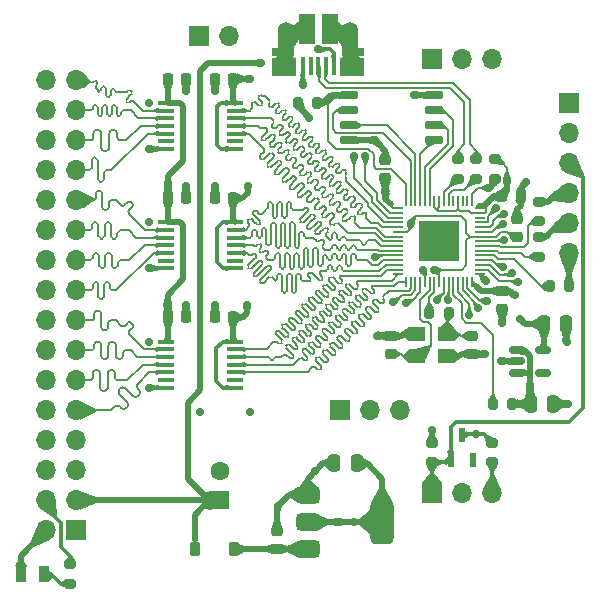
<source format=gtl>
G04 #@! TF.GenerationSoftware,KiCad,Pcbnew,8.0.8*
G04 #@! TF.CreationDate,2025-02-21T19:24:50+11:00*
G04 #@! TF.ProjectId,RP2350LevelShifter,52503233-3530-44c6-9576-656c53686966,rev?*
G04 #@! TF.SameCoordinates,Original*
G04 #@! TF.FileFunction,Copper,L1,Top*
G04 #@! TF.FilePolarity,Positive*
%FSLAX46Y46*%
G04 Gerber Fmt 4.6, Leading zero omitted, Abs format (unit mm)*
G04 Created by KiCad (PCBNEW 8.0.8) date 2025-02-21 19:24:50*
%MOMM*%
%LPD*%
G01*
G04 APERTURE LIST*
G04 Aperture macros list*
%AMRoundRect*
0 Rectangle with rounded corners*
0 $1 Rounding radius*
0 $2 $3 $4 $5 $6 $7 $8 $9 X,Y pos of 4 corners*
0 Add a 4 corners polygon primitive as box body*
4,1,4,$2,$3,$4,$5,$6,$7,$8,$9,$2,$3,0*
0 Add four circle primitives for the rounded corners*
1,1,$1+$1,$2,$3*
1,1,$1+$1,$4,$5*
1,1,$1+$1,$6,$7*
1,1,$1+$1,$8,$9*
0 Add four rect primitives between the rounded corners*
20,1,$1+$1,$2,$3,$4,$5,0*
20,1,$1+$1,$4,$5,$6,$7,0*
20,1,$1+$1,$6,$7,$8,$9,0*
20,1,$1+$1,$8,$9,$2,$3,0*%
%AMOutline5P*
0 Free polygon, 5 corners , with rotation*
0 The origin of the aperture is its center*
0 number of corners: always 5*
0 $1 to $10 corner X, Y*
0 $11 Rotation angle, in degrees counterclockwise*
0 create outline with 5 corners*
4,1,5,$1,$2,$3,$4,$5,$6,$7,$8,$9,$10,$1,$2,$11*%
%AMOutline6P*
0 Free polygon, 6 corners , with rotation*
0 The origin of the aperture is its center*
0 number of corners: always 6*
0 $1 to $12 corner X, Y*
0 $13 Rotation angle, in degrees counterclockwise*
0 create outline with 6 corners*
4,1,6,$1,$2,$3,$4,$5,$6,$7,$8,$9,$10,$11,$12,$1,$2,$13*%
%AMOutline7P*
0 Free polygon, 7 corners , with rotation*
0 The origin of the aperture is its center*
0 number of corners: always 7*
0 $1 to $14 corner X, Y*
0 $15 Rotation angle, in degrees counterclockwise*
0 create outline with 7 corners*
4,1,7,$1,$2,$3,$4,$5,$6,$7,$8,$9,$10,$11,$12,$13,$14,$1,$2,$15*%
%AMOutline8P*
0 Free polygon, 8 corners , with rotation*
0 The origin of the aperture is its center*
0 number of corners: always 8*
0 $1 to $16 corner X, Y*
0 $17 Rotation angle, in degrees counterclockwise*
0 create outline with 8 corners*
4,1,8,$1,$2,$3,$4,$5,$6,$7,$8,$9,$10,$11,$12,$13,$14,$15,$16,$1,$2,$17*%
G04 Aperture macros list end*
G04 #@! TA.AperFunction,SMDPad,CuDef*
%ADD10RoundRect,0.250000X0.250000X0.475000X-0.250000X0.475000X-0.250000X-0.475000X0.250000X-0.475000X0*%
G04 #@! TD*
G04 #@! TA.AperFunction,ComponentPad*
%ADD11R,1.700000X1.700000*%
G04 #@! TD*
G04 #@! TA.AperFunction,ComponentPad*
%ADD12O,1.700000X1.700000*%
G04 #@! TD*
G04 #@! TA.AperFunction,ComponentPad*
%ADD13R,1.600000X1.600000*%
G04 #@! TD*
G04 #@! TA.AperFunction,ComponentPad*
%ADD14C,1.600000*%
G04 #@! TD*
G04 #@! TA.AperFunction,SMDPad,CuDef*
%ADD15RoundRect,0.225000X0.250000X-0.225000X0.250000X0.225000X-0.250000X0.225000X-0.250000X-0.225000X0*%
G04 #@! TD*
G04 #@! TA.AperFunction,SMDPad,CuDef*
%ADD16RoundRect,0.375000X-0.625000X-0.375000X0.625000X-0.375000X0.625000X0.375000X-0.625000X0.375000X0*%
G04 #@! TD*
G04 #@! TA.AperFunction,SMDPad,CuDef*
%ADD17RoundRect,0.500000X-0.500000X-1.400000X0.500000X-1.400000X0.500000X1.400000X-0.500000X1.400000X0*%
G04 #@! TD*
G04 #@! TA.AperFunction,SMDPad,CuDef*
%ADD18RoundRect,0.200000X0.275000X-0.200000X0.275000X0.200000X-0.275000X0.200000X-0.275000X-0.200000X0*%
G04 #@! TD*
G04 #@! TA.AperFunction,SMDPad,CuDef*
%ADD19RoundRect,0.225000X0.225000X0.250000X-0.225000X0.250000X-0.225000X-0.250000X0.225000X-0.250000X0*%
G04 #@! TD*
G04 #@! TA.AperFunction,SMDPad,CuDef*
%ADD20R,1.475000X0.450000*%
G04 #@! TD*
G04 #@! TA.AperFunction,SMDPad,CuDef*
%ADD21RoundRect,0.200000X0.200000X0.275000X-0.200000X0.275000X-0.200000X-0.275000X0.200000X-0.275000X0*%
G04 #@! TD*
G04 #@! TA.AperFunction,SMDPad,CuDef*
%ADD22R,0.400000X1.650000*%
G04 #@! TD*
G04 #@! TA.AperFunction,SMDPad,CuDef*
%ADD23R,1.825000X0.700000*%
G04 #@! TD*
G04 #@! TA.AperFunction,SMDPad,CuDef*
%ADD24R,2.000000X1.500000*%
G04 #@! TD*
G04 #@! TA.AperFunction,SMDPad,CuDef*
%ADD25R,1.350000X2.000000*%
G04 #@! TD*
G04 #@! TA.AperFunction,ComponentPad*
%ADD26O,1.350000X1.700000*%
G04 #@! TD*
G04 #@! TA.AperFunction,ComponentPad*
%ADD27O,1.100000X1.500000*%
G04 #@! TD*
G04 #@! TA.AperFunction,SMDPad,CuDef*
%ADD28R,1.430000X2.500000*%
G04 #@! TD*
G04 #@! TA.AperFunction,SMDPad,CuDef*
%ADD29RoundRect,0.200000X-0.200000X-0.275000X0.200000X-0.275000X0.200000X0.275000X-0.200000X0.275000X0*%
G04 #@! TD*
G04 #@! TA.AperFunction,SMDPad,CuDef*
%ADD30RoundRect,0.150000X-0.512500X-0.150000X0.512500X-0.150000X0.512500X0.150000X-0.512500X0.150000X0*%
G04 #@! TD*
G04 #@! TA.AperFunction,SMDPad,CuDef*
%ADD31RoundRect,0.250000X-0.250000X-0.475000X0.250000X-0.475000X0.250000X0.475000X-0.250000X0.475000X0*%
G04 #@! TD*
G04 #@! TA.AperFunction,SMDPad,CuDef*
%ADD32R,0.600000X1.250000*%
G04 #@! TD*
G04 #@! TA.AperFunction,SMDPad,CuDef*
%ADD33RoundRect,0.225000X0.225000X0.375000X-0.225000X0.375000X-0.225000X-0.375000X0.225000X-0.375000X0*%
G04 #@! TD*
G04 #@! TA.AperFunction,SMDPad,CuDef*
%ADD34R,0.950000X1.400000*%
G04 #@! TD*
G04 #@! TA.AperFunction,SMDPad,CuDef*
%ADD35RoundRect,0.225000X-0.250000X0.225000X-0.250000X-0.225000X0.250000X-0.225000X0.250000X0.225000X0*%
G04 #@! TD*
G04 #@! TA.AperFunction,SMDPad,CuDef*
%ADD36RoundRect,0.200000X-0.275000X0.200000X-0.275000X-0.200000X0.275000X-0.200000X0.275000X0.200000X0*%
G04 #@! TD*
G04 #@! TA.AperFunction,SMDPad,CuDef*
%ADD37RoundRect,0.150000X-0.650000X-0.150000X0.650000X-0.150000X0.650000X0.150000X-0.650000X0.150000X0*%
G04 #@! TD*
G04 #@! TA.AperFunction,HeatsinkPad*
%ADD38C,0.700000*%
G04 #@! TD*
G04 #@! TA.AperFunction,SMDPad,CuDef*
%ADD39R,3.400000X3.400000*%
G04 #@! TD*
G04 #@! TA.AperFunction,SMDPad,CuDef*
%ADD40Outline5P,-0.100000X0.437500X0.100000X0.437500X0.100000X-0.437500X-0.050000X-0.437500X-0.100000X-0.387500X0.000000*%
G04 #@! TD*
G04 #@! TA.AperFunction,SMDPad,CuDef*
%ADD41R,0.200000X0.875000*%
G04 #@! TD*
G04 #@! TA.AperFunction,SMDPad,CuDef*
%ADD42Outline5P,-0.100000X0.437500X0.100000X0.437500X0.100000X-0.387500X0.050000X-0.437500X-0.100000X-0.437500X0.000000*%
G04 #@! TD*
G04 #@! TA.AperFunction,SMDPad,CuDef*
%ADD43Outline5P,-0.100000X0.437500X0.050000X0.437500X0.100000X0.387500X0.100000X-0.437500X-0.100000X-0.437500X90.000000*%
G04 #@! TD*
G04 #@! TA.AperFunction,SMDPad,CuDef*
%ADD44R,0.875000X0.200000*%
G04 #@! TD*
G04 #@! TA.AperFunction,SMDPad,CuDef*
%ADD45Outline5P,-0.100000X0.387500X-0.050000X0.437500X0.100000X0.437500X0.100000X-0.437500X-0.100000X-0.437500X90.000000*%
G04 #@! TD*
G04 #@! TA.AperFunction,SMDPad,CuDef*
%ADD46Outline5P,-0.100000X0.437500X0.050000X0.437500X0.100000X0.387500X0.100000X-0.437500X-0.100000X-0.437500X0.000000*%
G04 #@! TD*
G04 #@! TA.AperFunction,SMDPad,CuDef*
%ADD47Outline5P,-0.100000X0.387500X-0.050000X0.437500X0.100000X0.437500X0.100000X-0.437500X-0.100000X-0.437500X0.000000*%
G04 #@! TD*
G04 #@! TA.AperFunction,SMDPad,CuDef*
%ADD48Outline5P,-0.100000X0.437500X0.100000X0.437500X0.100000X-0.437500X-0.050000X-0.437500X-0.100000X-0.387500X90.000000*%
G04 #@! TD*
G04 #@! TA.AperFunction,SMDPad,CuDef*
%ADD49Outline5P,-0.100000X0.437500X0.100000X0.437500X0.100000X-0.387500X0.050000X-0.437500X-0.100000X-0.437500X90.000000*%
G04 #@! TD*
G04 #@! TA.AperFunction,SMDPad,CuDef*
%ADD50R,1.400000X1.200000*%
G04 #@! TD*
G04 #@! TA.AperFunction,ViaPad*
%ADD51C,0.700000*%
G04 #@! TD*
G04 #@! TA.AperFunction,Conductor*
%ADD52C,0.500000*%
G04 #@! TD*
G04 #@! TA.AperFunction,Conductor*
%ADD53C,0.300000*%
G04 #@! TD*
G04 #@! TA.AperFunction,Conductor*
%ADD54C,0.200000*%
G04 #@! TD*
G04 APERTURE END LIST*
D10*
X159982299Y-112039400D03*
X158082299Y-112039400D03*
D11*
X118490000Y-129550000D03*
D12*
X115950000Y-129550000D03*
X118490000Y-127010000D03*
X115950000Y-127010000D03*
X118490000Y-124470000D03*
X115950000Y-124470000D03*
X118490000Y-121930000D03*
X115950000Y-121930000D03*
X118490000Y-119390000D03*
X115950000Y-119390000D03*
X118490000Y-116850000D03*
X115950000Y-116850000D03*
X118490000Y-114310000D03*
X115950000Y-114310000D03*
X118490000Y-111770000D03*
X115950000Y-111770000D03*
X118490000Y-109230000D03*
X115950000Y-109230000D03*
X118490000Y-106690000D03*
X115950000Y-106690000D03*
X118490000Y-104150000D03*
X115950000Y-104150000D03*
X118490000Y-101610000D03*
X115950000Y-101610000D03*
X118490000Y-99070000D03*
X115950000Y-99070000D03*
X118490000Y-96530000D03*
X115950000Y-96530000D03*
X118490000Y-93990000D03*
X115950000Y-93990000D03*
X118490000Y-91450000D03*
X115950000Y-91450000D03*
D13*
X130641700Y-127010000D03*
D14*
X130641700Y-124510000D03*
D15*
X151950000Y-114625000D03*
X151950000Y-113075000D03*
D16*
X138079900Y-126542800D03*
X138079900Y-128842800D03*
D17*
X144379900Y-128842800D03*
D16*
X138079900Y-131142800D03*
D18*
X148590000Y-123786400D03*
X148590000Y-122136400D03*
D19*
X131775000Y-111500000D03*
X130225000Y-111500000D03*
D20*
X126062000Y-103450000D03*
X126062000Y-104100000D03*
X126062000Y-104750000D03*
X126062000Y-105400000D03*
X126062000Y-106050000D03*
X126062000Y-106700000D03*
X126062000Y-107350000D03*
X131938000Y-107350000D03*
X131938000Y-106700000D03*
X131938000Y-106050000D03*
X131938000Y-105400000D03*
X131938000Y-104750000D03*
X131938000Y-104100000D03*
X131938000Y-103450000D03*
D11*
X160197800Y-93395800D03*
D12*
X160197800Y-95935800D03*
X160197800Y-98475800D03*
X160197800Y-101015800D03*
X160197800Y-103555800D03*
X160197800Y-106095800D03*
D20*
X126062000Y-93350000D03*
X126062000Y-94000000D03*
X126062000Y-94650000D03*
X126062000Y-95300000D03*
X126062000Y-95950000D03*
X126062000Y-96600000D03*
X126062000Y-97250000D03*
X131938000Y-97250000D03*
X131938000Y-96600000D03*
X131938000Y-95950000D03*
X131938000Y-95300000D03*
X131938000Y-94650000D03*
X131938000Y-94000000D03*
X131938000Y-93350000D03*
D21*
X160197800Y-108889800D03*
X158547800Y-108889800D03*
D22*
X140263000Y-90207800D03*
X139613000Y-90207800D03*
X138963000Y-90207800D03*
X138313000Y-90207800D03*
X137663000Y-90207800D03*
D23*
X141913000Y-89007800D03*
D24*
X141813000Y-90307800D03*
D25*
X141693000Y-88257800D03*
D26*
X141693000Y-87327800D03*
D27*
X141383000Y-90327800D03*
D28*
X139923000Y-87057800D03*
X138003000Y-87057800D03*
D27*
X136543000Y-90327800D03*
D26*
X136233000Y-87327800D03*
D25*
X136213000Y-88257800D03*
D24*
X136063000Y-90327800D03*
D23*
X135963000Y-89007800D03*
D21*
X150000000Y-111100000D03*
X148350000Y-111100000D03*
D29*
X137237200Y-93370400D03*
X138887200Y-93370400D03*
D20*
X126062000Y-113550000D03*
X126062000Y-114200000D03*
X126062000Y-114850000D03*
X126062000Y-115500000D03*
X126062000Y-116150000D03*
X126062000Y-116800000D03*
X126062000Y-117450000D03*
X131938000Y-117450000D03*
X131938000Y-116800000D03*
X131938000Y-116150000D03*
X131938000Y-115500000D03*
X131938000Y-114850000D03*
X131938000Y-114200000D03*
X131938000Y-113550000D03*
D30*
X155763800Y-114274600D03*
X155763800Y-115224600D03*
X155763800Y-116174600D03*
X158038800Y-116174600D03*
X158038800Y-114274600D03*
D19*
X131775000Y-91300000D03*
X130225000Y-91300000D03*
D31*
X140330700Y-123864400D03*
X142230700Y-123864400D03*
D15*
X154550000Y-110800000D03*
X154550000Y-109250000D03*
D19*
X127775000Y-111500000D03*
X126225000Y-111500000D03*
D32*
X150200400Y-123566400D03*
X152110400Y-123566400D03*
X151155400Y-121466400D03*
D33*
X131805500Y-131142800D03*
X128505500Y-131142800D03*
D34*
X113807200Y-133273800D03*
X115707200Y-133273800D03*
D35*
X144653000Y-98195800D03*
X144653000Y-99745800D03*
D36*
X153900000Y-98100000D03*
X153900000Y-99750000D03*
D37*
X141550000Y-92695000D03*
X141550000Y-93965000D03*
X141550000Y-95235000D03*
X141550000Y-96505000D03*
X148750000Y-96505000D03*
X148750000Y-95235000D03*
X148750000Y-93965000D03*
X148750000Y-92695000D03*
D11*
X148590000Y-126410000D03*
D12*
X151130000Y-126410000D03*
X153670000Y-126410000D03*
D11*
X128874600Y-87655400D03*
D12*
X131414600Y-87655400D03*
D18*
X152350000Y-99750000D03*
X152350000Y-98100000D03*
D11*
X148590000Y-89611200D03*
D12*
X151130000Y-89611200D03*
X153670000Y-89611200D03*
D21*
X155409400Y-118821200D03*
X153759400Y-118821200D03*
D36*
X153720800Y-122136400D03*
X153720800Y-123786400D03*
D35*
X135458200Y-129592800D03*
X135458200Y-131142800D03*
D10*
X156961800Y-118821200D03*
X158861800Y-118821200D03*
D19*
X156096000Y-101244400D03*
X154546000Y-101244400D03*
X127775000Y-91300000D03*
X126225000Y-91300000D03*
D36*
X157632400Y-104724200D03*
X157632400Y-106374200D03*
D38*
X150200000Y-106062500D03*
X150200000Y-105062500D03*
X150200000Y-104062500D03*
X149200000Y-106062500D03*
D39*
X149200000Y-105062500D03*
D38*
X149200000Y-105062500D03*
X149200000Y-104062500D03*
X148200000Y-106062500D03*
X148200000Y-105062500D03*
X148200000Y-104062500D03*
D40*
X146400000Y-101625000D03*
D41*
X146800000Y-101625000D03*
X147200000Y-101625000D03*
X147600000Y-101625000D03*
X148000000Y-101625000D03*
X148400000Y-101625000D03*
X148800000Y-101625000D03*
X149200000Y-101625000D03*
X149600000Y-101625000D03*
X150000000Y-101625000D03*
X150400000Y-101625000D03*
X150800000Y-101625000D03*
X151200000Y-101625000D03*
X151600000Y-101625000D03*
D42*
X152000000Y-101625000D03*
D43*
X152637500Y-102262500D03*
D44*
X152637500Y-102662500D03*
X152637500Y-103062500D03*
X152637500Y-103462500D03*
X152637500Y-103862500D03*
X152637500Y-104262500D03*
X152637500Y-104662500D03*
X152637500Y-105062500D03*
X152637500Y-105462500D03*
X152637500Y-105862500D03*
X152637500Y-106262500D03*
X152637500Y-106662500D03*
X152637500Y-107062500D03*
X152637500Y-107462500D03*
D45*
X152637500Y-107862500D03*
D46*
X152000000Y-108500000D03*
D41*
X151600000Y-108500000D03*
X151200000Y-108500000D03*
X150800000Y-108500000D03*
X150400000Y-108500000D03*
X150000000Y-108500000D03*
X149600000Y-108500000D03*
X149200000Y-108500000D03*
X148800000Y-108500000D03*
X148400000Y-108500000D03*
X148000000Y-108500000D03*
X147600000Y-108500000D03*
X147200000Y-108500000D03*
X146800000Y-108500000D03*
D47*
X146400000Y-108500000D03*
D48*
X145762500Y-107862500D03*
D44*
X145762500Y-107462500D03*
X145762500Y-107062500D03*
X145762500Y-106662500D03*
X145762500Y-106262500D03*
X145762500Y-105862500D03*
X145762500Y-105462500D03*
X145762500Y-105062500D03*
X145762500Y-104662500D03*
X145762500Y-104262500D03*
X145762500Y-103862500D03*
X145762500Y-103462500D03*
X145762500Y-103062500D03*
X145762500Y-102662500D03*
D49*
X145762500Y-102262500D03*
D19*
X127775000Y-101400000D03*
X126225000Y-101400000D03*
X131775000Y-101400000D03*
X130225000Y-101400000D03*
D35*
X155829000Y-103136400D03*
X155829000Y-104686400D03*
D36*
X157632400Y-101728000D03*
X157632400Y-103378000D03*
D18*
X117983000Y-134073400D03*
X117983000Y-132423400D03*
X150800000Y-99750000D03*
X150800000Y-98100000D03*
D35*
X145100000Y-113075000D03*
X145100000Y-114625000D03*
D50*
X147350000Y-114800000D03*
X149750000Y-114800000D03*
X149750000Y-112900000D03*
X147350000Y-112900000D03*
D11*
X140770000Y-119380000D03*
D12*
X143310000Y-119380000D03*
X145850000Y-119380000D03*
D51*
X138988800Y-88823800D03*
X134162800Y-89992200D03*
X148753825Y-107499852D03*
X156057600Y-111607600D03*
X146850000Y-103550000D03*
X152298400Y-121412000D03*
X153436203Y-100558405D03*
X142951200Y-97876600D03*
X160147000Y-118821200D03*
X137668000Y-91821000D03*
X148640800Y-121005600D03*
X159994600Y-113588800D03*
X127787400Y-100355400D03*
X138715100Y-124550400D03*
X127787400Y-110464600D03*
X154432000Y-115214400D03*
X124650000Y-113550000D03*
X124650000Y-117450000D03*
X143950000Y-113050000D03*
X128950000Y-119500000D03*
X127787400Y-92379800D03*
X153100000Y-114600000D03*
X124650000Y-107350000D03*
X135590900Y-127446000D03*
X130200400Y-92379800D03*
X154559000Y-111963200D03*
X143764000Y-96530400D03*
X124650000Y-97250000D03*
X130225000Y-100355400D03*
X124650000Y-103450000D03*
X156591000Y-100050600D03*
X130200400Y-110439200D03*
X124650000Y-93325000D03*
X141991900Y-128842800D03*
X143747762Y-106415416D03*
X156921200Y-117398800D03*
X133185200Y-91300000D03*
X140620300Y-128842800D03*
X147066000Y-92696000D03*
X154687329Y-104930696D03*
X133185200Y-119500000D03*
X144653000Y-100924600D03*
X155600400Y-109651800D03*
X147854496Y-107534643D03*
X133000000Y-100350000D03*
X154965400Y-99847400D03*
X138226800Y-94615000D03*
X132950000Y-110450000D03*
X149929549Y-110033438D03*
X149029074Y-110014674D03*
X139966700Y-92824300D03*
X145268750Y-110200000D03*
X151758888Y-111300000D03*
X152467612Y-110744864D03*
X146387990Y-110287500D03*
X154580414Y-103630696D03*
X153978524Y-102245048D03*
X154638569Y-107237330D03*
X154728271Y-102742922D03*
X155899799Y-108498664D03*
X153250000Y-110125000D03*
X153175000Y-108437500D03*
X155354587Y-107782600D03*
X126212600Y-110464600D03*
X126238000Y-100330000D03*
X141986000Y-97876600D03*
D52*
X129758600Y-127010000D02*
X130641700Y-127010000D01*
X118490000Y-127010000D02*
X130641700Y-127010000D01*
D53*
X117221000Y-128930400D02*
X115950000Y-127659400D01*
D52*
X128505500Y-128263100D02*
X129758600Y-127010000D01*
D53*
X140263000Y-90207800D02*
X140263000Y-89132800D01*
X139954000Y-88823800D02*
X138988800Y-88823800D01*
D52*
X130641700Y-127010000D02*
X129702400Y-127010000D01*
X129702400Y-127010000D02*
X127914400Y-125222000D01*
X127914400Y-118719600D02*
X128981200Y-117652800D01*
X128981200Y-117652800D02*
X128981200Y-90652600D01*
X129641600Y-89992200D02*
X134162800Y-89992200D01*
D53*
X117983000Y-132423400D02*
X117983000Y-131724400D01*
X140263000Y-89132800D02*
X139954000Y-88823800D01*
X117221000Y-130962400D02*
X117221000Y-128930400D01*
X117983000Y-131724400D02*
X117221000Y-130962400D01*
D52*
X128505500Y-130366800D02*
X128505500Y-128263100D01*
X127914400Y-125222000D02*
X127914400Y-118719600D01*
X128981200Y-90652600D02*
X129641600Y-89992200D01*
D54*
X151787500Y-104662500D02*
X151900000Y-104662500D01*
X151077300Y-102939800D02*
X147199400Y-102939800D01*
X148753825Y-107499852D02*
X151100148Y-107499852D01*
D52*
X156489400Y-112039400D02*
X158082299Y-112039400D01*
D54*
X146850000Y-103289200D02*
X146850000Y-103550000D01*
X149200000Y-107762500D02*
X149200000Y-108500000D01*
X151779500Y-104662500D02*
X151485600Y-104368600D01*
X151100148Y-107499852D02*
X151500000Y-107100000D01*
X146500000Y-104262500D02*
X145762500Y-104262500D01*
X154037329Y-104661457D02*
X154418090Y-104280696D01*
X154418090Y-104280696D02*
X154956568Y-104280696D01*
X148937352Y-107499852D02*
X149200000Y-107762500D01*
X151500000Y-104950000D02*
X151787500Y-104662500D01*
X148753825Y-107499852D02*
X148937352Y-107499852D01*
X147199400Y-102939800D02*
X146850000Y-103289200D01*
X155362272Y-104686400D02*
X155829000Y-104686400D01*
X151485600Y-104368600D02*
X151485600Y-103348100D01*
X154956568Y-104280696D02*
X155362272Y-104686400D01*
X154037329Y-104662500D02*
X154037329Y-104661457D01*
D52*
X158064200Y-114249200D02*
X158064200Y-112000000D01*
D54*
X151900000Y-104662500D02*
X151779500Y-104662500D01*
X151485600Y-103348100D02*
X151077300Y-102939800D01*
X151900000Y-104662500D02*
X152637500Y-104662500D01*
X146850000Y-103550000D02*
X146850000Y-103912500D01*
X146850000Y-103912500D02*
X146500000Y-104262500D01*
X151500000Y-107100000D02*
X151500000Y-104950000D01*
X152637500Y-104662500D02*
X154037329Y-104662500D01*
D52*
X156057600Y-111607600D02*
X156489400Y-112039400D01*
D53*
X153720800Y-122136400D02*
X152996400Y-121412000D01*
X152996400Y-121412000D02*
X151155400Y-121412000D01*
D54*
X121944592Y-95908225D02*
X121944592Y-96262000D01*
X119934592Y-96262000D02*
X119934592Y-95908225D01*
X118490000Y-96530000D02*
X119666592Y-96530000D01*
X120604592Y-95908225D02*
X120604592Y-97151775D01*
X121274592Y-97151775D02*
X121274592Y-95908225D01*
X122212592Y-96530000D02*
X122697400Y-96530000D01*
X122697400Y-96530000D02*
X122713433Y-96513967D01*
X120872592Y-97419775D02*
X121006592Y-97419775D01*
X123927400Y-95300000D02*
X126062000Y-95300000D01*
X122713433Y-96513967D02*
X123927400Y-95300000D01*
X121542592Y-95640225D02*
X121676592Y-95640225D01*
X120202592Y-95640225D02*
X120336592Y-95640225D01*
X121944592Y-96262000D02*
G75*
G03*
X122212592Y-96530008I268008J0D01*
G01*
X121676592Y-95640225D02*
G75*
G02*
X121944575Y-95908225I8J-267975D01*
G01*
X120336592Y-95640225D02*
G75*
G02*
X120604575Y-95908225I8J-267975D01*
G01*
X120604592Y-97151775D02*
G75*
G03*
X120872592Y-97419808I268008J-25D01*
G01*
X121006592Y-97419775D02*
G75*
G03*
X121274575Y-97151775I8J267975D01*
G01*
X119666592Y-96530000D02*
G75*
G03*
X119934600Y-96262000I8J268000D01*
G01*
X119934592Y-95908225D02*
G75*
G02*
X120202592Y-95640192I268008J25D01*
G01*
X121274592Y-95908225D02*
G75*
G02*
X121542592Y-95640192I268008J25D01*
G01*
X118490000Y-99070000D02*
X119573119Y-99070000D01*
X120287119Y-98158746D02*
X120287119Y-99831276D01*
X121402000Y-99070000D02*
X124522000Y-95950000D01*
X121001119Y-99070000D02*
X121402000Y-99070000D01*
X119981119Y-97954746D02*
X120083119Y-97954746D01*
X120491119Y-100035276D02*
X120593119Y-100035276D01*
X119777119Y-98866000D02*
X119777119Y-98158746D01*
X124522000Y-95950000D02*
X126062000Y-95950000D01*
X120797119Y-99831276D02*
X120797119Y-99274000D01*
X120797119Y-99274000D02*
G75*
G02*
X121001119Y-99070019I203981J0D01*
G01*
X119777119Y-98158746D02*
G75*
G02*
X119981119Y-97954719I203981J46D01*
G01*
X120083119Y-97954746D02*
G75*
G02*
X120287054Y-98158746I-19J-203954D01*
G01*
X120593119Y-100035276D02*
G75*
G03*
X120797076Y-99831276I-19J203976D01*
G01*
X120287119Y-99831276D02*
G75*
G03*
X120491119Y-100035281I203981J-24D01*
G01*
X119573119Y-99070000D02*
G75*
G03*
X119777100Y-98866000I-19J204000D01*
G01*
X123134308Y-101774872D02*
X123212089Y-101852653D01*
X121443458Y-101610000D02*
X121828400Y-101610000D01*
X120893458Y-102416775D02*
X121003458Y-102416775D01*
X121828400Y-101610000D02*
X122252664Y-102034264D01*
X120123458Y-101390000D02*
X120123458Y-101023225D01*
X120343458Y-100803225D02*
X120453458Y-100803225D01*
X124318400Y-104100000D02*
X126062000Y-104100000D01*
X122952698Y-102734299D02*
X124318400Y-104100000D01*
X123212090Y-102163781D02*
X122952697Y-102423171D01*
X122563790Y-102034264D02*
X122823182Y-101774873D01*
X121223458Y-102196775D02*
X121223458Y-101830000D01*
X120673458Y-101023225D02*
X120673458Y-102196775D01*
X118490000Y-101610000D02*
X119903458Y-101610000D01*
X121003458Y-102416775D02*
G75*
G03*
X121223475Y-102196775I42J219975D01*
G01*
X122823182Y-101774873D02*
G75*
G02*
X123134262Y-101774917I155518J-155527D01*
G01*
X120453458Y-100803225D02*
G75*
G02*
X120673475Y-101023225I42J-219975D01*
G01*
X123212089Y-101852653D02*
G75*
G02*
X123212073Y-102163764I-155589J-155547D01*
G01*
X119903458Y-101610000D02*
G75*
G03*
X120123500Y-101390000I42J220000D01*
G01*
X122252664Y-102034264D02*
G75*
G03*
X122563790Y-102034264I155563J155561D01*
G01*
X122952697Y-102423171D02*
G75*
G03*
X122952732Y-102734265I155603J-155529D01*
G01*
X120123458Y-101023225D02*
G75*
G02*
X120343458Y-100803158I220042J25D01*
G01*
X121223458Y-101830000D02*
G75*
G02*
X121443458Y-101609958I220042J0D01*
G01*
X120673458Y-102196775D02*
G75*
G03*
X120893458Y-102416842I220042J-25D01*
G01*
X122737450Y-93014705D02*
X123064115Y-92688041D01*
X121381400Y-92707157D02*
X121381400Y-92301118D01*
X123403525Y-93253725D02*
X124149800Y-94000000D01*
X123020292Y-93297547D02*
X123120682Y-93197156D01*
X121885482Y-92405200D02*
X122555000Y-92405200D01*
X122737450Y-93240979D02*
X122794018Y-93297547D01*
X120186927Y-91517422D02*
X120243495Y-91573990D01*
X121485482Y-92197036D02*
X121677318Y-92197036D01*
X119860274Y-91617800D02*
X119960653Y-91517422D01*
X122781274Y-92405200D02*
X122881624Y-92304851D01*
X120143115Y-92126915D02*
X120199685Y-92183485D01*
X120741400Y-91943243D02*
X120821400Y-91943243D01*
X120581400Y-92245200D02*
X120581400Y-92103243D01*
X119466200Y-91450000D02*
X119634000Y-91617800D01*
X118490000Y-91450000D02*
X119466200Y-91450000D01*
X120199685Y-92183485D02*
X120421400Y-92405200D01*
X123164466Y-92587693D02*
X123064115Y-92688041D01*
X124149800Y-94000000D02*
X126062000Y-94000000D01*
X123107898Y-92304851D02*
X123164466Y-92361419D01*
X120981400Y-92103243D02*
X120981400Y-92707157D01*
X121141400Y-92867157D02*
X121221400Y-92867157D01*
X123346956Y-93197156D02*
X123403525Y-93253725D01*
X120243495Y-91800264D02*
X120143115Y-91900641D01*
X122737450Y-93014705D02*
G75*
G03*
X122737492Y-93240937I113150J-113095D01*
G01*
X123164466Y-92361419D02*
G75*
G02*
X123164510Y-92587737I-113166J-113181D01*
G01*
X120143115Y-91900641D02*
G75*
G03*
X120143093Y-92126937I113185J-113159D01*
G01*
X120421400Y-92405200D02*
G75*
G03*
X120581400Y-92245200I0J160000D01*
G01*
X120981400Y-92707157D02*
G75*
G03*
X121141400Y-92867200I160000J-43D01*
G01*
X120243495Y-91573990D02*
G75*
G02*
X120243468Y-91800237I-113095J-113110D01*
G01*
X121381400Y-92301118D02*
G75*
G02*
X121485482Y-92197000I104100J18D01*
G01*
X120821400Y-91943243D02*
G75*
G02*
X120981357Y-92103243I0J-159957D01*
G01*
X122794018Y-93297547D02*
G75*
G03*
X123020292Y-93297547I113137J113137D01*
G01*
X121781400Y-92301118D02*
G75*
G03*
X121885482Y-92405200I104100J18D01*
G01*
X119634000Y-91617800D02*
G75*
G03*
X119860274Y-91617800I113137J113137D01*
G01*
X121677318Y-92197036D02*
G75*
G02*
X121781364Y-92301118I-18J-104064D01*
G01*
X122555000Y-92405200D02*
G75*
G03*
X122781274Y-92405200I113137J113137D01*
G01*
X120581400Y-92103243D02*
G75*
G02*
X120741400Y-91943200I160000J43D01*
G01*
X119960653Y-91517422D02*
G75*
G02*
X120186927Y-91517422I113137J-113137D01*
G01*
X121221400Y-92867157D02*
G75*
G03*
X121381357Y-92707157I0J159957D01*
G01*
X123120682Y-93197156D02*
G75*
G02*
X123346956Y-93197156I113137J-113137D01*
G01*
X122881624Y-92304851D02*
G75*
G02*
X123107898Y-92304851I113137J-113137D01*
G01*
X124233000Y-114200000D02*
X126062000Y-114200000D01*
X120591969Y-111182457D02*
X120591969Y-112357543D01*
X123238067Y-112374225D02*
X122986695Y-112625598D01*
X122986694Y-112953694D02*
X124233000Y-114200000D01*
X120243969Y-110950457D02*
X120359969Y-110950457D01*
X123156044Y-111964105D02*
X123238068Y-112046129D01*
X120011969Y-111538000D02*
X120011969Y-111182457D01*
X121403969Y-111770000D02*
X121803000Y-111770000D01*
X118490000Y-111770000D02*
X119779969Y-111770000D01*
X122576575Y-112215478D02*
X122827946Y-111964104D01*
X121803000Y-111770000D02*
X122248477Y-112215477D01*
X121171969Y-112357543D02*
X121171969Y-112002000D01*
X120823969Y-112589543D02*
X120939969Y-112589543D01*
X122986695Y-112625598D02*
G75*
G03*
X122986740Y-112953647I164005J-164002D01*
G01*
X119779969Y-111770000D02*
G75*
G03*
X120012000Y-111538000I31J232000D01*
G01*
X122827946Y-111964104D02*
G75*
G02*
X123156049Y-111964099I164054J-164096D01*
G01*
X121171969Y-112002000D02*
G75*
G02*
X121403969Y-111769969I232031J0D01*
G01*
X122248477Y-112215477D02*
G75*
G03*
X122576549Y-112215452I164023J164077D01*
G01*
X120939969Y-112589543D02*
G75*
G03*
X121172043Y-112357543I31J232043D01*
G01*
X120359969Y-110950457D02*
G75*
G02*
X120592043Y-111182457I31J-232043D01*
G01*
X120591969Y-112357543D02*
G75*
G03*
X120823969Y-112589531I232031J43D01*
G01*
X120011969Y-111182457D02*
G75*
G02*
X120243969Y-110950469I232031J-43D01*
G01*
X123238068Y-112046129D02*
G75*
G02*
X123238091Y-112374248I-164068J-164071D01*
G01*
X120880584Y-104636656D02*
X120880584Y-103663350D01*
X121092584Y-103451350D02*
X121198584Y-103451350D01*
X119820584Y-103938000D02*
X119820584Y-103663344D01*
X121622584Y-104848648D02*
X121728584Y-104848648D01*
X121940584Y-104636648D02*
X121940584Y-104362000D01*
X123546000Y-104750000D02*
X126062000Y-104750000D01*
X122152584Y-104150000D02*
X122946000Y-104150000D01*
X120032584Y-103451344D02*
X120138584Y-103451344D01*
X121410584Y-103663350D02*
X121410584Y-104636648D01*
X120562584Y-104848656D02*
X120668584Y-104848656D01*
X122946000Y-104150000D02*
X123546000Y-104750000D01*
X118490000Y-104150000D02*
X119608584Y-104150000D01*
X120350584Y-103663344D02*
X120350584Y-104636656D01*
X121410584Y-104636648D02*
G75*
G03*
X121622584Y-104848616I212016J48D01*
G01*
X121940584Y-104362000D02*
G75*
G02*
X122152584Y-104149984I212016J0D01*
G01*
X121728584Y-104848648D02*
G75*
G03*
X121940648Y-104636648I16J212048D01*
G01*
X121198584Y-103451350D02*
G75*
G02*
X121410550Y-103663350I16J-211950D01*
G01*
X120880584Y-103663350D02*
G75*
G02*
X121092584Y-103451284I212016J50D01*
G01*
X120350584Y-104636656D02*
G75*
G03*
X120562584Y-104848716I212016J-44D01*
G01*
X119820584Y-103663344D02*
G75*
G02*
X120032584Y-103451284I212016J44D01*
G01*
X120668584Y-104848656D02*
G75*
G03*
X120880556Y-104636656I16J211956D01*
G01*
X120138584Y-103451344D02*
G75*
G02*
X120350556Y-103663344I16J-211956D01*
G01*
X119608584Y-104150000D02*
G75*
G03*
X119820600Y-103938000I16J212000D01*
G01*
X122219448Y-106690000D02*
X122976800Y-106690000D01*
X124266800Y-105400000D02*
X126062000Y-105400000D01*
X120629448Y-107353000D02*
X120735448Y-107353000D01*
X120947448Y-107141000D02*
X120947448Y-106239015D01*
X122976800Y-106690000D02*
X124266800Y-105400000D01*
X121689448Y-107353000D02*
X121795448Y-107353000D01*
X118490000Y-106690000D02*
X119675448Y-106690000D01*
X122007448Y-107141000D02*
X122007448Y-106902000D01*
X120099448Y-106027000D02*
X120205448Y-106027000D01*
X121159448Y-106027015D02*
X121265448Y-106027015D01*
X121477448Y-106239015D02*
X121477448Y-107141000D01*
X119887448Y-106478000D02*
X119887448Y-106239000D01*
X120417448Y-106239000D02*
X120417448Y-107141000D01*
X120947448Y-106239015D02*
G75*
G02*
X121159448Y-106027048I211952J15D01*
G01*
X121795448Y-107353000D02*
G75*
G03*
X122007400Y-107141000I-48J212000D01*
G01*
X122007448Y-106902000D02*
G75*
G02*
X122219448Y-106690048I211952J0D01*
G01*
X120417448Y-107141000D02*
G75*
G03*
X120629448Y-107352952I211952J0D01*
G01*
X121477448Y-107141000D02*
G75*
G03*
X121689448Y-107352952I211952J0D01*
G01*
X121265448Y-106027015D02*
G75*
G02*
X121477385Y-106239015I-48J-211985D01*
G01*
X120205448Y-106027000D02*
G75*
G02*
X120417400Y-106239000I-48J-212000D01*
G01*
X120735448Y-107353000D02*
G75*
G03*
X120947400Y-107141000I-48J212000D01*
G01*
X119887448Y-106239000D02*
G75*
G02*
X120099448Y-106027048I211952J0D01*
G01*
X119675448Y-106690000D02*
G75*
G03*
X119887400Y-106478000I-48J212000D01*
G01*
X121319321Y-108710309D02*
X121319321Y-109038000D01*
X121031321Y-108518309D02*
X121127321Y-108518309D01*
X118490000Y-109230000D02*
X119687321Y-109230000D01*
X120359321Y-108710309D02*
X120359321Y-109749708D01*
X121511321Y-109230000D02*
X121607321Y-109230000D01*
X121850761Y-109230000D02*
X125030761Y-106050000D01*
X119879321Y-109038000D02*
X119879321Y-108710309D01*
X120071321Y-108518309D02*
X120167321Y-108518309D01*
X120551321Y-109941708D02*
X120647321Y-109941708D01*
X121607321Y-109230000D02*
X121850761Y-109230000D01*
X120839321Y-109749708D02*
X120839321Y-108710309D01*
X125030761Y-106050000D02*
X126062000Y-106050000D01*
X120167321Y-108518309D02*
G75*
G02*
X120359291Y-108710309I-21J-191991D01*
G01*
X121127321Y-108518309D02*
G75*
G02*
X121319291Y-108710309I-21J-191991D01*
G01*
X120839321Y-108710309D02*
G75*
G02*
X121031321Y-108518321I191979J9D01*
G01*
X119879321Y-108710309D02*
G75*
G02*
X120071321Y-108518321I191979J9D01*
G01*
X120647321Y-109941708D02*
G75*
G03*
X120839308Y-109749708I-21J192008D01*
G01*
X120359321Y-109749708D02*
G75*
G03*
X120551321Y-109941679I191979J8D01*
G01*
X121319321Y-109038000D02*
G75*
G03*
X121511321Y-109229979I191979J0D01*
G01*
X119687321Y-109230000D02*
G75*
G03*
X119879300Y-109038000I-21J192000D01*
G01*
X120123685Y-115977663D02*
X120249685Y-115977663D01*
X121383685Y-115977651D02*
X121509685Y-115977651D01*
X124098200Y-115500000D02*
X126062000Y-115500000D01*
X119871685Y-116598000D02*
X119871685Y-116229663D01*
X120501685Y-116229663D02*
X120501685Y-117470337D01*
X120753685Y-117722337D02*
X120879685Y-117722337D01*
X121131685Y-117470337D02*
X121131685Y-116229651D01*
X118490000Y-116850000D02*
X119619685Y-116850000D01*
X122748200Y-116850000D02*
X124098200Y-115500000D01*
X121761685Y-116229651D02*
X121761685Y-116598000D01*
X122013685Y-116850000D02*
X122748200Y-116850000D01*
X120249685Y-115977663D02*
G75*
G02*
X120501737Y-116229663I15J-252037D01*
G01*
X121509685Y-115977651D02*
G75*
G02*
X121761749Y-116229651I15J-252049D01*
G01*
X119871685Y-116229663D02*
G75*
G02*
X120123685Y-115977685I252015J-37D01*
G01*
X120879685Y-117722337D02*
G75*
G03*
X121131737Y-117470337I15J252037D01*
G01*
X119619685Y-116850000D02*
G75*
G03*
X119871700Y-116598000I15J252000D01*
G01*
X121761685Y-116598000D02*
G75*
G03*
X122013685Y-116850015I252015J0D01*
G01*
X121131685Y-116229651D02*
G75*
G02*
X121383685Y-115977685I252015J-49D01*
G01*
X120501685Y-117470337D02*
G75*
G03*
X120753685Y-117722315I252015J37D01*
G01*
X122428350Y-114774450D02*
X122428350Y-114544000D01*
X120598350Y-113825564D02*
X120598350Y-114774445D01*
X121208350Y-114774445D02*
X121208350Y-113825555D01*
X123088400Y-114300000D02*
X123638400Y-114850000D01*
X120842350Y-115018445D02*
X120964350Y-115018445D01*
X120232350Y-113581564D02*
X120354350Y-113581564D01*
X119988350Y-114056000D02*
X119988350Y-113825564D01*
X123638400Y-114850000D02*
X126062000Y-114850000D01*
X122672350Y-114300000D02*
X123088400Y-114300000D01*
X121818350Y-113825555D02*
X121818350Y-114774450D01*
X121452350Y-113581555D02*
X121574350Y-113581555D01*
X118500000Y-114300000D02*
X119744350Y-114300000D01*
X122062350Y-115018450D02*
X122184350Y-115018450D01*
X120354350Y-113581564D02*
G75*
G02*
X120598336Y-113825564I-50J-244036D01*
G01*
X122184350Y-115018450D02*
G75*
G03*
X122428350Y-114774450I-50J244050D01*
G01*
X121818350Y-114774450D02*
G75*
G03*
X122062350Y-115018450I244050J50D01*
G01*
X121208350Y-113825555D02*
G75*
G02*
X121452350Y-113581550I244050J-45D01*
G01*
X120964350Y-115018445D02*
G75*
G03*
X121208345Y-114774445I-50J244045D01*
G01*
X120598350Y-114774445D02*
G75*
G03*
X120842350Y-115018450I244050J45D01*
G01*
X122428350Y-114544000D02*
G75*
G02*
X122672350Y-114299950I244050J0D01*
G01*
X119744350Y-114300000D02*
G75*
G03*
X119988300Y-114056000I-50J244000D01*
G01*
X121574350Y-113581555D02*
G75*
G02*
X121818345Y-113825555I-50J-244045D01*
G01*
X119988350Y-113825564D02*
G75*
G02*
X120232350Y-113581550I244050J-36D01*
G01*
X126062000Y-116150000D02*
X124667400Y-116150000D01*
X123672599Y-117546438D02*
X123808492Y-117682331D01*
X122633032Y-117510964D02*
X123306446Y-118184378D01*
X118490000Y-119390000D02*
X121427400Y-119390000D01*
X122130985Y-118013009D02*
X122804421Y-118686445D01*
X122231395Y-117510964D02*
X122130985Y-117611373D01*
X122302373Y-119188494D02*
X122166459Y-119052580D01*
X121427400Y-119390000D02*
X121764823Y-119052579D01*
X123808493Y-118083967D02*
X123708082Y-118184379D01*
X122804420Y-119088083D02*
X122704011Y-119188493D01*
X124667400Y-116150000D02*
X123672600Y-117144800D01*
X123708082Y-118184379D02*
G75*
G02*
X123306482Y-118184343I-200782J200779D01*
G01*
X122804421Y-118686445D02*
G75*
G02*
X122804457Y-119088119I-200821J-200855D01*
G01*
X123672600Y-117144800D02*
G75*
G03*
X123672618Y-117546418I200800J-200800D01*
G01*
X122633032Y-117510964D02*
G75*
G03*
X122231396Y-117510964I-200818J-200818D01*
G01*
X122166459Y-119052580D02*
G75*
G03*
X121764783Y-119052538I-200859J-200820D01*
G01*
X122704011Y-119188493D02*
G75*
G02*
X122302382Y-119188486I-200811J200793D01*
G01*
X122130985Y-117611373D02*
G75*
G03*
X122130976Y-118013018I200815J-200827D01*
G01*
X123808492Y-117682331D02*
G75*
G02*
X123808444Y-118083917I-200792J-200769D01*
G01*
X123733000Y-94650000D02*
X126062000Y-94650000D01*
X120055600Y-93521997D02*
X120135600Y-93521997D01*
X121895600Y-93681997D02*
X121895600Y-94298003D01*
X122535600Y-93990000D02*
X123073000Y-93990000D01*
X120695600Y-94298003D02*
X120695600Y-93681997D01*
X120295600Y-93681997D02*
X120295600Y-94298003D01*
X119895600Y-93830000D02*
X119895600Y-93681997D01*
X120855600Y-93521997D02*
X120935600Y-93521997D01*
X122295600Y-94298003D02*
X122295600Y-94150000D01*
X122055600Y-94458003D02*
X122135600Y-94458003D01*
X121255600Y-94458003D02*
X121335600Y-94458003D01*
X123073000Y-93990000D02*
X123733000Y-94650000D01*
X122455600Y-93990000D02*
X122535600Y-93990000D01*
X121655600Y-93521997D02*
X121735600Y-93521997D01*
X121095600Y-93681997D02*
X121095600Y-94298003D01*
X121495600Y-94298003D02*
X121495600Y-93681997D01*
X118490000Y-93990000D02*
X119735600Y-93990000D01*
X120455600Y-94458003D02*
X120535600Y-94458003D01*
X120295600Y-94298003D02*
G75*
G03*
X120455600Y-94458000I160000J3D01*
G01*
X120535600Y-94458003D02*
G75*
G03*
X120695603Y-94298003I0J160003D01*
G01*
X121735600Y-93521997D02*
G75*
G02*
X121895603Y-93681997I0J-160003D01*
G01*
X121335600Y-94458003D02*
G75*
G03*
X121495603Y-94298003I0J160003D01*
G01*
X121895600Y-94298003D02*
G75*
G03*
X122055600Y-94458000I160000J3D01*
G01*
X120135600Y-93521997D02*
G75*
G02*
X120295603Y-93681997I0J-160003D01*
G01*
X119735600Y-93990000D02*
G75*
G03*
X119895600Y-93830000I0J160000D01*
G01*
X122135600Y-94458003D02*
G75*
G03*
X122295603Y-94298003I0J160003D01*
G01*
X121095600Y-94298003D02*
G75*
G03*
X121255600Y-94458000I160000J3D01*
G01*
X121495600Y-93681997D02*
G75*
G02*
X121655600Y-93522000I160000J-3D01*
G01*
X119895600Y-93681997D02*
G75*
G02*
X120055600Y-93522000I160000J-3D01*
G01*
X122295600Y-94150000D02*
G75*
G02*
X122455600Y-93990000I160000J0D01*
G01*
X120695600Y-93681997D02*
G75*
G02*
X120855600Y-93522000I160000J-3D01*
G01*
X120935600Y-93521997D02*
G75*
G02*
X121095603Y-93681997I0J-160003D01*
G01*
D52*
X153441595Y-100558405D02*
X153900000Y-100100000D01*
X153436203Y-100558405D02*
X153441595Y-100558405D01*
X153900000Y-100100000D02*
X153900000Y-99750000D01*
D54*
X153436203Y-100558405D02*
X152476395Y-100558405D01*
X152476395Y-100558405D02*
X152000000Y-101034800D01*
X152000000Y-101034800D02*
X152000000Y-101625000D01*
X146150000Y-114800000D02*
X145975000Y-114625000D01*
X148500000Y-112150000D02*
X148500000Y-113900000D01*
X148500000Y-113900000D02*
X147600000Y-114800000D01*
X145975000Y-114625000D02*
X145100000Y-114625000D01*
X147350000Y-114800000D02*
X146150000Y-114800000D01*
X148250000Y-111900000D02*
X148500000Y-112150000D01*
X148400000Y-109158822D02*
X147550000Y-110008822D01*
X147550000Y-110008822D02*
X147550000Y-111650000D01*
X147550000Y-111650000D02*
X147800000Y-111900000D01*
X148400000Y-108500000D02*
X148400000Y-109158822D01*
X147800000Y-111900000D02*
X148250000Y-111900000D01*
X150850000Y-112900000D02*
X149750000Y-112900000D01*
X150000000Y-111100000D02*
X150000000Y-111750000D01*
X151025000Y-113075000D02*
X150850000Y-112900000D01*
X149750000Y-112000000D02*
X149750000Y-112900000D01*
X150000000Y-111750000D02*
X149750000Y-112000000D01*
X151950000Y-113075000D02*
X151025000Y-113075000D01*
X145053704Y-102662500D02*
X145762500Y-102662500D01*
X142951200Y-99974400D02*
X143954400Y-100977600D01*
D53*
X150200400Y-120796400D02*
X150626200Y-120370600D01*
X148590000Y-123786400D02*
X149980400Y-123786400D01*
D54*
X142951200Y-97876600D02*
X142951200Y-99974400D01*
D53*
X161397800Y-99675800D02*
X160197800Y-98475800D01*
X150200400Y-123566400D02*
X150200400Y-120796400D01*
X150626200Y-120370600D02*
X160172400Y-120370600D01*
X160172400Y-120370600D02*
X161397800Y-119145200D01*
X148590000Y-123786400D02*
X148590000Y-126410000D01*
D54*
X143954400Y-101563196D02*
X145053704Y-102662500D01*
X143954400Y-100977600D02*
X143954400Y-101563196D01*
D53*
X161397800Y-119145200D02*
X161397800Y-99675800D01*
X149980400Y-123786400D02*
X150200400Y-123566400D01*
D54*
X151350000Y-93273600D02*
X150122400Y-92046000D01*
X139615998Y-92046000D02*
X139063000Y-91493002D01*
X150122400Y-92046000D02*
X139615998Y-92046000D01*
X150800000Y-98100000D02*
X150800000Y-97387499D01*
X139063000Y-91493002D02*
X139063000Y-90932800D01*
X150800000Y-97387499D02*
X151350000Y-96837499D01*
X151350000Y-96837499D02*
X151350000Y-93273600D01*
D52*
X139401100Y-123864400D02*
X140330700Y-123864400D01*
X154550000Y-110800000D02*
X154550000Y-111954200D01*
X156096000Y-100545600D02*
X156591000Y-100050600D01*
D53*
X153720800Y-123786400D02*
X153720800Y-126359200D01*
D52*
X136494100Y-126542800D02*
X138079900Y-126542800D01*
X150925000Y-114800000D02*
X149750000Y-114800000D01*
X127787400Y-100355400D02*
X127775000Y-100367800D01*
X155763800Y-115224600D02*
X154442200Y-115224600D01*
X146200000Y-112900000D02*
X147350000Y-112900000D01*
D53*
X126062000Y-97250000D02*
X124650000Y-97250000D01*
D52*
X127775000Y-100367800D02*
X127775000Y-101400000D01*
D53*
X137663000Y-90207800D02*
X137663000Y-91816000D01*
D52*
X158861800Y-118821200D02*
X160147000Y-118821200D01*
X138079900Y-125185600D02*
X139401100Y-123864400D01*
X156096000Y-102069600D02*
X155829000Y-102336600D01*
X155829000Y-103136400D02*
X155829000Y-102336600D01*
X136233000Y-87327800D02*
X137733000Y-87327800D01*
X144653000Y-98195800D02*
X144653000Y-97419400D01*
X151100000Y-114625000D02*
X150925000Y-114800000D01*
X130225000Y-100329200D02*
X130225000Y-101400000D01*
D53*
X137663000Y-91816000D02*
X137668000Y-91821000D01*
D52*
X144653000Y-97419400D02*
X143764000Y-96530400D01*
X113807200Y-131692800D02*
X115950000Y-129550000D01*
X156096000Y-101244400D02*
X156096000Y-100545600D01*
X159982299Y-113576499D02*
X159994600Y-113588800D01*
X141693000Y-87327800D02*
X140193000Y-87327800D01*
D53*
X148590000Y-121056400D02*
X148590000Y-122136400D01*
D52*
X153075000Y-114625000D02*
X153100000Y-114600000D01*
X156096000Y-101244400D02*
X156096000Y-102069600D01*
X141693000Y-87327800D02*
X141693000Y-90017800D01*
X159982299Y-112039400D02*
X159982299Y-113576499D01*
D53*
X126062000Y-117450000D02*
X124650000Y-117450000D01*
D52*
X136233000Y-87327800D02*
X136233000Y-90017800D01*
X127775000Y-110477000D02*
X127775000Y-111500000D01*
X130200400Y-92354400D02*
X130225000Y-92329800D01*
D53*
X126062000Y-107350000D02*
X124650000Y-107350000D01*
D52*
X130225000Y-92329800D02*
X130225000Y-91300000D01*
X154442200Y-115224600D02*
X154432000Y-115214400D01*
X143764000Y-96530400D02*
X143738600Y-96505000D01*
X113807200Y-133273800D02*
X113807200Y-131692800D01*
X135458200Y-127578700D02*
X136494100Y-126542800D01*
X135458200Y-129592800D02*
X135458200Y-127578700D01*
X138079900Y-126542800D02*
X138079900Y-125185600D01*
X154550000Y-111954200D02*
X154559000Y-111963200D01*
X151950000Y-114625000D02*
X153075000Y-114625000D01*
X127787400Y-92379800D02*
X127787400Y-91312400D01*
X127787400Y-110464600D02*
X127775000Y-110477000D01*
X145100000Y-113075000D02*
X146025000Y-113075000D01*
X143738600Y-96505000D02*
X141550000Y-96505000D01*
D53*
X148640800Y-121005600D02*
X148590000Y-121056400D01*
D52*
X145100000Y-113075000D02*
X143975000Y-113075000D01*
X146025000Y-113075000D02*
X146200000Y-112900000D01*
X130200400Y-110439200D02*
X130200400Y-111475400D01*
X143975000Y-113075000D02*
X143950000Y-113050000D01*
X151950000Y-114625000D02*
X151100000Y-114625000D01*
X156921200Y-117398800D02*
X156901300Y-117378900D01*
D54*
X148000000Y-107680147D02*
X148000000Y-108500000D01*
D52*
X154546000Y-101244400D02*
X153847800Y-101244400D01*
X131775000Y-93162000D02*
X131938000Y-93325000D01*
X143084100Y-123864400D02*
X142230700Y-123864400D01*
D54*
X152637500Y-102262500D02*
X153112500Y-102262500D01*
X153150000Y-102100000D02*
X152987500Y-102262500D01*
X145290100Y-102262500D02*
X145762500Y-102262500D01*
D52*
X155600400Y-109651800D02*
X155198600Y-109250000D01*
X133000000Y-100950000D02*
X133000000Y-100350000D01*
D54*
X149200000Y-101625000D02*
X149200000Y-102200000D01*
D52*
X144653000Y-100924600D02*
X144653000Y-99745800D01*
X144379900Y-128842800D02*
X140620300Y-128842800D01*
D54*
X149139800Y-102539800D02*
X149000000Y-102400000D01*
X153112500Y-102262500D02*
X153200000Y-102350000D01*
D52*
X156901300Y-117378900D02*
X156901300Y-116087100D01*
D53*
X130400000Y-103950500D02*
X130900500Y-103450000D01*
D54*
X143900678Y-106262500D02*
X143747762Y-106415416D01*
X152100000Y-108600000D02*
X152000000Y-108500000D01*
X145762500Y-106262500D02*
X143900678Y-106262500D01*
D52*
X131775000Y-91300000D02*
X131775000Y-93162000D01*
D54*
X151862300Y-102662500D02*
X152637500Y-102662500D01*
D53*
X130700000Y-93350000D02*
X131938000Y-93350000D01*
D54*
X150800000Y-101625000D02*
X150800000Y-102362500D01*
D52*
X132600000Y-111500000D02*
X132950000Y-111150000D01*
D54*
X148800000Y-102200000D02*
X149000000Y-102400000D01*
X152987500Y-102262500D02*
X152637500Y-102262500D01*
D52*
X147066000Y-92696000D02*
X147067000Y-92695000D01*
X156921200Y-117398800D02*
X156921200Y-118734800D01*
D54*
X154617900Y-105062500D02*
X152637500Y-105062500D01*
D52*
X132550000Y-101400000D02*
X133000000Y-100950000D01*
X153847800Y-101244400D02*
X153035000Y-102057200D01*
D53*
X130400000Y-96950000D02*
X130400000Y-93650000D01*
D54*
X145135600Y-101930200D02*
X145135600Y-102108000D01*
X150622700Y-102539800D02*
X149139800Y-102539800D01*
D52*
X131775000Y-101400000D02*
X131775000Y-103262000D01*
X156901300Y-114749601D02*
X156901300Y-116087100D01*
X131775000Y-111500000D02*
X132600000Y-111500000D01*
X145135600Y-101930200D02*
X144653000Y-101447600D01*
X138079900Y-128842800D02*
X140620300Y-128842800D01*
D53*
X130350000Y-114100500D02*
X130900500Y-113550000D01*
D52*
X132950000Y-111150000D02*
X132950000Y-110450000D01*
X147067000Y-92695000D02*
X148750000Y-92695000D01*
D54*
X151003000Y-102539800D02*
X151739600Y-102539800D01*
D52*
X144653000Y-101447600D02*
X144653000Y-100924600D01*
D54*
X148800000Y-101625000D02*
X148800000Y-102200000D01*
D52*
X156426299Y-114274600D02*
X156901300Y-114749601D01*
X131775000Y-101400000D02*
X132550000Y-101400000D01*
X144379900Y-128842800D02*
X144379900Y-125160200D01*
X131775000Y-111500000D02*
X131775000Y-113362000D01*
D53*
X130350000Y-116899500D02*
X130350000Y-114100500D01*
D52*
X155198600Y-109250000D02*
X154550000Y-109250000D01*
X144379900Y-125160200D02*
X143084100Y-123864400D01*
D53*
X131938000Y-107350000D02*
X130900500Y-107350000D01*
D52*
X156813800Y-116174600D02*
X156901300Y-116087100D01*
X154550000Y-109250000D02*
X152750000Y-109250000D01*
D54*
X153087500Y-102662500D02*
X153200000Y-102550000D01*
X145135600Y-102108000D02*
X145290100Y-102262500D01*
X154965400Y-98831400D02*
X154434000Y-98300000D01*
D53*
X130700000Y-97250000D02*
X130400000Y-96950000D01*
D52*
X131775000Y-103262000D02*
X131938000Y-103425000D01*
D54*
X152637500Y-102662500D02*
X153087500Y-102662500D01*
X153200000Y-102350000D02*
X153200000Y-102550000D01*
X154687329Y-104993071D02*
X154617900Y-105062500D01*
X150800000Y-101625000D02*
X150800000Y-102336800D01*
D52*
X131775000Y-113362000D02*
X131938000Y-113525000D01*
D53*
X130900500Y-113550000D02*
X131938000Y-113550000D01*
D54*
X149200000Y-102200000D02*
X149000000Y-102400000D01*
D53*
X131938000Y-117450000D02*
X130900500Y-117450000D01*
X131938000Y-97250000D02*
X130700000Y-97250000D01*
D52*
X153035000Y-102057200D02*
X152603200Y-102057200D01*
D54*
X154434000Y-98300000D02*
X153900000Y-98300000D01*
X147854496Y-107534643D02*
X148000000Y-107680147D01*
D53*
X130900500Y-117450000D02*
X130350000Y-116899500D01*
D54*
X150800000Y-102336800D02*
X151003000Y-102539800D01*
D52*
X152750000Y-109250000D02*
X152325000Y-108825000D01*
X155763800Y-114274600D02*
X156426299Y-114274600D01*
X154965400Y-100825000D02*
X154546000Y-101244400D01*
X155763800Y-116174600D02*
X156813800Y-116174600D01*
D53*
X152100000Y-108600000D02*
X152325000Y-108825000D01*
D54*
X154965400Y-99847400D02*
X154965400Y-98831400D01*
D52*
X155409400Y-118821200D02*
X156961800Y-118821200D01*
D54*
X151739600Y-102539800D02*
X151862300Y-102662500D01*
D52*
X138226800Y-94615000D02*
X137237200Y-93625400D01*
X154965400Y-99847400D02*
X154965400Y-100825000D01*
D53*
X130400000Y-106849500D02*
X130400000Y-103950500D01*
D54*
X154687329Y-104930696D02*
X154687329Y-104993071D01*
D53*
X130400000Y-93650000D02*
X130700000Y-93350000D01*
X130900500Y-107350000D02*
X130400000Y-106849500D01*
D52*
X133185200Y-91300000D02*
X131775000Y-91300000D01*
D53*
X130900500Y-103450000D02*
X131938000Y-103450000D01*
D52*
X137237200Y-93625400D02*
X137237200Y-93370400D01*
D54*
X150800000Y-102362500D02*
X150622700Y-102539800D01*
X151800000Y-96837499D02*
X151800000Y-93087200D01*
X152350000Y-98100000D02*
X152350000Y-97387499D01*
X152350000Y-97387499D02*
X151800000Y-96837499D01*
X139513000Y-91306602D02*
X139513000Y-90932800D01*
X151800000Y-93087200D02*
X150358800Y-91646000D01*
X139852398Y-91646000D02*
X139513000Y-91306602D01*
X150358800Y-91646000D02*
X139852398Y-91646000D01*
X150000000Y-109962987D02*
X149929549Y-110033438D01*
X150000000Y-108500000D02*
X150000000Y-109962987D01*
X149029074Y-110014674D02*
X149600000Y-109443748D01*
X149600000Y-109443748D02*
X149600000Y-108500000D01*
D52*
X138887200Y-93370400D02*
X139420600Y-93370400D01*
D54*
X145161000Y-98958400D02*
X143891000Y-98958400D01*
X139801600Y-96545400D02*
X139801600Y-92989400D01*
D52*
X139420600Y-93370400D02*
X139966700Y-92824300D01*
D54*
X146400000Y-100197400D02*
X145161000Y-98958400D01*
D52*
X140096000Y-92695000D02*
X139966700Y-92824300D01*
D54*
X143662400Y-98729800D02*
X143662400Y-97668561D01*
X143220439Y-97226600D02*
X140482800Y-97226600D01*
X143662400Y-97668561D02*
X143220439Y-97226600D01*
X139801600Y-92989400D02*
X139966700Y-92824300D01*
D52*
X141550000Y-92695000D02*
X140096000Y-92695000D01*
D54*
X146400000Y-101625000D02*
X146400000Y-100197400D01*
X140482800Y-97226600D02*
X139801600Y-96545400D01*
X143891000Y-98958400D02*
X143662400Y-98729800D01*
X149600000Y-101625000D02*
X149600000Y-100850000D01*
X149600000Y-100850000D02*
X150700000Y-99750000D01*
X150000000Y-101050000D02*
X150350000Y-100700000D01*
X151325000Y-100700000D02*
X152275000Y-99750000D01*
X150000000Y-101625000D02*
X150000000Y-101050000D01*
X150350000Y-100700000D02*
X151325000Y-100700000D01*
X148800000Y-109324508D02*
X148350000Y-109774508D01*
X148350000Y-109774508D02*
X148350000Y-110875000D01*
X148800000Y-108500000D02*
X148800000Y-109324508D01*
X151100000Y-110284911D02*
X151100000Y-111560351D01*
X150400000Y-108500000D02*
X150400000Y-109584911D01*
X150400000Y-109584911D02*
X151100000Y-110284911D01*
X151502849Y-111963200D02*
X152755600Y-111963200D01*
X151100000Y-111560351D02*
X151502849Y-111963200D01*
X152755600Y-111963200D02*
X153750000Y-112957600D01*
X153750000Y-112957600D02*
X153750000Y-118678200D01*
X136275936Y-96404611D02*
X136507874Y-96172674D01*
X135899756Y-95564557D02*
X135899759Y-95564559D01*
X139852502Y-99517302D02*
X139852503Y-99517303D01*
X144001144Y-103511400D02*
X143465600Y-103511400D01*
X136899360Y-96389303D02*
X136811931Y-96476731D01*
X136811931Y-96476731D02*
X136811932Y-96476732D01*
X136507874Y-96172674D02*
X136507875Y-96172675D01*
X138708013Y-98837448D02*
X138940331Y-98605131D01*
X141676847Y-101341647D02*
X141444384Y-101574107D01*
X135970469Y-95352426D02*
X135807833Y-95189790D01*
X140460617Y-100125417D02*
X140460618Y-100125418D01*
X139940252Y-99429553D02*
X139852502Y-99517302D01*
X137115989Y-96780789D02*
X137115990Y-96780790D01*
X140764674Y-100429474D02*
X140764675Y-100429475D01*
X138332218Y-97997018D02*
X138402928Y-97926307D01*
X136578585Y-95960542D02*
X136415949Y-95797906D01*
X141068732Y-100733532D02*
X140836299Y-100965962D01*
X138099932Y-98229301D02*
X138332217Y-97997017D01*
X138706985Y-98230363D02*
X138636274Y-98301073D01*
X141140327Y-101270050D02*
X141372789Y-101037589D01*
X133070600Y-94650000D02*
X131938000Y-94650000D01*
X141980904Y-101645703D02*
X141980905Y-101645705D01*
X142068632Y-101382523D02*
X141940029Y-101253920D01*
X142467395Y-102375440D02*
X142589018Y-102253817D01*
X141156491Y-100645772D02*
X141068731Y-100733531D01*
X135170021Y-94834822D02*
X135109212Y-94774012D01*
X138940331Y-98605131D02*
X138940332Y-98605132D01*
X140156560Y-99821360D02*
X140156561Y-99821361D01*
X138028161Y-97692961D02*
X137796008Y-97925111D01*
X137490757Y-97014135D02*
X137420046Y-97084845D01*
X141809298Y-102182179D02*
X141748486Y-102121367D01*
X144352244Y-103862500D02*
X144001144Y-103511400D01*
X135595702Y-95260502D02*
X135474078Y-95382123D01*
X138332217Y-97997017D02*
X138332218Y-97997018D01*
X134985200Y-94650000D02*
X133070600Y-94650000D01*
X135474078Y-95382123D02*
X135366345Y-95489856D01*
X136336749Y-96708669D02*
X136275937Y-96647857D01*
X136811932Y-96476732D02*
X136579993Y-96708668D01*
X139315099Y-98838477D02*
X139244388Y-98909187D01*
X140593055Y-100965963D02*
X140532243Y-100905151D01*
X143014700Y-103060500D02*
X143014700Y-102679500D01*
X135062289Y-95185800D02*
X135170022Y-95078068D01*
X139548445Y-99213244D02*
X139548446Y-99213246D01*
X136203817Y-95868616D02*
X136203818Y-95868618D01*
X141201140Y-101574108D02*
X141140328Y-101513296D01*
X138028160Y-97692959D02*
X138028161Y-97692961D01*
X137115990Y-96780790D02*
X137203418Y-96693361D01*
X140566030Y-100020005D02*
X140460617Y-100125417D01*
X140532242Y-100661905D02*
X140764674Y-100429474D01*
X141748487Y-101878123D02*
X141980904Y-101645703D01*
X141372790Y-101037590D02*
X141460549Y-100949830D01*
X141676846Y-101341647D02*
X141676847Y-101341647D01*
X139244388Y-98909187D02*
X139244389Y-98909189D01*
X143014700Y-103060500D02*
X143465600Y-103511400D01*
X138402928Y-97784885D02*
X138240292Y-97622249D01*
X141980905Y-101645705D02*
X142068632Y-101557977D01*
X137491951Y-97621054D02*
X137724103Y-97388903D01*
X139852503Y-99517303D02*
X139620083Y-99749720D01*
X142417386Y-102790321D02*
X142356573Y-102729508D01*
X135123101Y-95489856D02*
X135062289Y-95429044D01*
X139924125Y-100053794D02*
X140156560Y-99821360D01*
X135595701Y-95260500D02*
X135595702Y-95260502D01*
X139548446Y-99213246D02*
X139619156Y-99142535D01*
X142589020Y-102253820D02*
X142676754Y-102166085D01*
X136884065Y-97012712D02*
X137115989Y-96780789D01*
X139244389Y-98909189D02*
X139012070Y-99141505D01*
X139619156Y-99001113D02*
X139456520Y-98838477D01*
X141068731Y-100733531D02*
X141068732Y-100733532D01*
X142372696Y-101862027D02*
X142284961Y-101949761D01*
X135899759Y-95564559D02*
X135970469Y-95493848D01*
X139011042Y-98392999D02*
X138848406Y-98230363D01*
X137203418Y-96518505D02*
X137074216Y-96389303D01*
X138768826Y-99141506D02*
X138708014Y-99080694D01*
X142356574Y-102486264D02*
X142467395Y-102375440D01*
X140460618Y-100125418D02*
X140228182Y-100357851D01*
X135109212Y-94774012D02*
X134985200Y-94650000D01*
X135666412Y-95189790D02*
X135595701Y-95260500D01*
X138940332Y-98605132D02*
X139011042Y-98534421D01*
X137420046Y-97084845D02*
X137420047Y-97084847D01*
X142589018Y-102253817D02*
X142589020Y-102253820D01*
X136507875Y-96172675D02*
X136578585Y-96101964D01*
X141764574Y-101253920D02*
X141676846Y-101341647D01*
X138098871Y-97622249D02*
X138028160Y-97692959D01*
X142676754Y-101990615D02*
X142548166Y-101862027D01*
X137552764Y-97925112D02*
X137491952Y-97864300D01*
X142284961Y-101949761D02*
X142284962Y-101949762D01*
X142771454Y-102679499D02*
X142660632Y-102790322D01*
X140156561Y-99821361D02*
X140244310Y-99733611D01*
X139984938Y-100357852D02*
X139924126Y-100297040D01*
X141372789Y-101037589D02*
X141372790Y-101037590D01*
X141460549Y-100774310D02*
X141332011Y-100645772D01*
X138636275Y-98301075D02*
X138403989Y-98533358D01*
X145762500Y-103862500D02*
X144352244Y-103862500D01*
X142284962Y-101949762D02*
X142052542Y-102182179D01*
X140870087Y-100113238D02*
X140776854Y-100020005D01*
X135703647Y-95760669D02*
X135899756Y-95564557D01*
X138636274Y-98301073D02*
X138636275Y-98301075D01*
X136274528Y-95797906D02*
X136203817Y-95868616D01*
X137420047Y-97084847D02*
X137188122Y-97316769D01*
X139316028Y-99445664D02*
X139548445Y-99213244D01*
X140764675Y-100429475D02*
X140870087Y-100324062D01*
X139376839Y-99749720D02*
X139316027Y-99688908D01*
X140244310Y-99558113D02*
X140115750Y-99429553D01*
X135764462Y-96064728D02*
X135703647Y-96003913D01*
X137724104Y-97388904D02*
X137794814Y-97318193D01*
X137724103Y-97388903D02*
X137724104Y-97388904D01*
X136944878Y-97316770D02*
X136884066Y-97255958D01*
X138160745Y-98533359D02*
X138099933Y-98472547D01*
X137794814Y-97176771D02*
X137632178Y-97014135D01*
X136203818Y-95868618D02*
X136007706Y-96064727D01*
X135170022Y-95078068D02*
G75*
G03*
X135170067Y-94834777I-121622J121668D01*
G01*
X139012070Y-99141505D02*
G75*
G02*
X138768779Y-99141554I-121670J121605D01*
G01*
X140532243Y-100905151D02*
G75*
G02*
X140532214Y-100661878I121657J121651D01*
G01*
X135062289Y-95429044D02*
G75*
G02*
X135062267Y-95185778I121611J121644D01*
G01*
X140228182Y-100357851D02*
G75*
G02*
X139984978Y-100357812I-121582J121651D01*
G01*
X142068632Y-101557977D02*
G75*
G03*
X142068582Y-101382573I-87732J87677D01*
G01*
X135807833Y-95189790D02*
G75*
G03*
X135666413Y-95189790I-70710J-70708D01*
G01*
X137074216Y-96389303D02*
G75*
G03*
X136899360Y-96389303I-87428J-87428D01*
G01*
X135703647Y-96003913D02*
G75*
G02*
X135703656Y-95760678I121653J121613D01*
G01*
X137632178Y-97014135D02*
G75*
G03*
X137490758Y-97014135I-70710J-70708D01*
G01*
X140244310Y-99733611D02*
G75*
G03*
X140244272Y-99558151I-87710J87711D01*
G01*
X140870087Y-100324062D02*
G75*
G03*
X140870037Y-100113288I-105387J105362D01*
G01*
X136579993Y-96708668D02*
G75*
G02*
X136336778Y-96708640I-121593J121668D01*
G01*
X139619156Y-99142535D02*
G75*
G03*
X139619180Y-99001089I-70756J70735D01*
G01*
X142052542Y-102182179D02*
G75*
G02*
X141809298Y-102182179I-121622J121620D01*
G01*
X139924126Y-100297040D02*
G75*
G02*
X139924108Y-100053777I121574J121640D01*
G01*
X141940029Y-101253920D02*
G75*
G03*
X141764575Y-101253920I-87727J-87727D01*
G01*
X143014700Y-102679500D02*
G75*
G03*
X142771478Y-102679522I-121600J-121600D01*
G01*
X137491952Y-97864300D02*
G75*
G02*
X137491974Y-97621077I121648J121600D01*
G01*
X136007706Y-96064727D02*
G75*
G02*
X135764479Y-96064712I-121606J121627D01*
G01*
X141332011Y-100645772D02*
G75*
G03*
X141156491Y-100645772I-87760J-87761D01*
G01*
X136578585Y-96101964D02*
G75*
G03*
X136578538Y-95960589I-70685J70664D01*
G01*
X137188122Y-97316769D02*
G75*
G02*
X136944878Y-97316770I-121622J121569D01*
G01*
X136275937Y-96647857D02*
G75*
G02*
X136275902Y-96404578I121663J121657D01*
G01*
X141444384Y-101574107D02*
G75*
G02*
X141201179Y-101574070I-121584J121607D01*
G01*
X140776854Y-100020005D02*
G75*
G03*
X140566030Y-100020005I-105412J-105412D01*
G01*
X141140328Y-101513296D02*
G75*
G02*
X141140354Y-101270077I121672J121596D01*
G01*
X138402928Y-97926307D02*
G75*
G03*
X138402924Y-97784889I-70728J70707D01*
G01*
X137203418Y-96693361D02*
G75*
G03*
X137203451Y-96518472I-87418J87461D01*
G01*
X136884066Y-97255958D02*
G75*
G02*
X136884030Y-97012678I121634J121658D01*
G01*
X139620083Y-99749720D02*
G75*
G02*
X139376839Y-99749720I-121622J121620D01*
G01*
X139011042Y-98534421D02*
G75*
G03*
X139011052Y-98392989I-70742J70721D01*
G01*
X135970469Y-95493848D02*
G75*
G03*
X135970506Y-95352389I-70669J70748D01*
G01*
X140115750Y-99429553D02*
G75*
G03*
X139940252Y-99429553I-87749J-87748D01*
G01*
X140836299Y-100965962D02*
G75*
G02*
X140593078Y-100965940I-121599J121662D01*
G01*
X139316027Y-99688908D02*
G75*
G02*
X139316041Y-99445678I121573J121608D01*
G01*
X142356573Y-102729508D02*
G75*
G02*
X142356587Y-102486278I121627J121608D01*
G01*
X138708014Y-99080694D02*
G75*
G02*
X138708042Y-98837478I121586J121594D01*
G01*
X141748486Y-102121367D02*
G75*
G02*
X141748441Y-101878078I121614J121667D01*
G01*
X141460549Y-100949830D02*
G75*
G03*
X141460519Y-100774340I-87749J87730D01*
G01*
X136415949Y-95797906D02*
G75*
G03*
X136274529Y-95797906I-70710J-70708D01*
G01*
X139456520Y-98838477D02*
G75*
G03*
X139315100Y-98838477I-70710J-70708D01*
G01*
X137794814Y-97318193D02*
G75*
G03*
X137794796Y-97176789I-70714J70693D01*
G01*
X142548166Y-101862027D02*
G75*
G03*
X142372696Y-101862027I-87735J-87735D01*
G01*
X138099933Y-98472547D02*
G75*
G02*
X138099908Y-98229278I121667J121647D01*
G01*
X142660632Y-102790322D02*
G75*
G02*
X142417377Y-102790331I-121632J121622D01*
G01*
X135366345Y-95489856D02*
G75*
G02*
X135123101Y-95489856I-121622J121620D01*
G01*
X138240292Y-97622249D02*
G75*
G03*
X138098872Y-97622249I-70710J-70708D01*
G01*
X138848406Y-98230363D02*
G75*
G03*
X138706986Y-98230363I-70710J-70708D01*
G01*
X138403989Y-98533358D02*
G75*
G02*
X138160778Y-98533326I-121589J121658D01*
G01*
X137796008Y-97925111D02*
G75*
G02*
X137552779Y-97925098I-121608J121611D01*
G01*
X142676754Y-102166085D02*
G75*
G03*
X142676704Y-101990665I-87754J87685D01*
G01*
X135095352Y-96538151D02*
X135095350Y-96538150D01*
X139307992Y-101285923D02*
X139370217Y-101348148D01*
X135406476Y-96849276D02*
X135549599Y-96706150D01*
X138374623Y-100103638D02*
X138517730Y-99960530D01*
X134881501Y-97000900D02*
X134943726Y-97063125D01*
X143835458Y-103911400D02*
X144586558Y-104662500D01*
X140189314Y-101400205D02*
X140073358Y-101516158D01*
X137752334Y-99481425D02*
X137895479Y-99338279D01*
X138996838Y-100725925D02*
X139139981Y-100582781D01*
X139619118Y-101348148D02*
X139762232Y-101205033D01*
X135095350Y-96538150D02*
X134881501Y-96751998D01*
X138944818Y-100155696D02*
X138828858Y-100271657D01*
X135211603Y-96048550D02*
X135273828Y-96110775D01*
X141433821Y-102644701D02*
X141317862Y-102760661D01*
X135273827Y-96359675D02*
X135095352Y-96538151D01*
X138828858Y-100271657D02*
X138828856Y-100271656D01*
X137700317Y-98911194D02*
X137584354Y-99027154D01*
X131938000Y-95300000D02*
X133857200Y-95300000D01*
X140695611Y-102138410D02*
X140695609Y-102138409D01*
X134784225Y-96227026D02*
X134784225Y-96227025D01*
X136339855Y-97782654D02*
X136339853Y-97782653D01*
X140073358Y-101516158D02*
X139930216Y-101659299D01*
X138828856Y-100271656D02*
X138685712Y-100414799D01*
X135717603Y-97160402D02*
X135717603Y-97160403D01*
X139762232Y-101205033D02*
X139762233Y-101205033D01*
X144586558Y-104662500D02*
X146050000Y-104662500D01*
X141317860Y-102760660D02*
X141033304Y-103045215D01*
X141033304Y-103294116D02*
X141095529Y-103356341D01*
X142468600Y-103911400D02*
X143835458Y-103911400D01*
X140110096Y-101089079D02*
X140189314Y-101168297D01*
X140695609Y-102138409D02*
X140552494Y-102281523D01*
X136819003Y-98796903D02*
X136881228Y-98859128D01*
X137441208Y-99419200D02*
X137503433Y-99481425D01*
X134188594Y-96449307D02*
X134250819Y-96511532D01*
X136998841Y-97977824D02*
X137078059Y-98057042D01*
X134784225Y-96227025D02*
X134962699Y-96048548D01*
X135717603Y-97160403D02*
X135601671Y-97276334D01*
X140241342Y-101970425D02*
X140384483Y-101827283D01*
X138517730Y-99960530D02*
X138517731Y-99960531D01*
X135860727Y-97017277D02*
X135717603Y-97160402D01*
X139451107Y-100893907D02*
X139307992Y-101037021D01*
X134553975Y-95461675D02*
X134616200Y-95523900D01*
X137895480Y-99338280D02*
X138011433Y-99222324D01*
X140732380Y-101711319D02*
X140811577Y-101790516D01*
X139762233Y-101205033D02*
X139878186Y-101089077D01*
X142055954Y-103498753D02*
X142468600Y-103911400D01*
X134499720Y-96511532D02*
X134784225Y-96227026D01*
X141354613Y-102333575D02*
X141433821Y-102412783D01*
X134286426Y-95480325D02*
X134305073Y-95461675D01*
X141317862Y-102760661D02*
X141317860Y-102760660D01*
X138243343Y-99222326D02*
X138322561Y-99301544D01*
X139567063Y-100777954D02*
X139451107Y-100893907D01*
X138322561Y-99533452D02*
X138206605Y-99649405D01*
X139139982Y-100582782D02*
X139255935Y-100466826D01*
X135406475Y-96849276D02*
X135406476Y-96849276D01*
X134616201Y-95772802D02*
X134597551Y-95791449D01*
X137584354Y-99027154D02*
X137441208Y-99170299D01*
X134188594Y-96200405D02*
X134597551Y-95791449D01*
X141628985Y-103071785D02*
X141744825Y-102955942D01*
X138206605Y-99649405D02*
X138063497Y-99792512D01*
X136962103Y-98404903D02*
X136819003Y-98548002D01*
X140384483Y-101827283D02*
X140384484Y-101827284D01*
X140384484Y-101827284D02*
X140500448Y-101711317D01*
X139487845Y-100466828D02*
X139567063Y-100546046D01*
X135192627Y-97063125D02*
X135406475Y-96849276D01*
X137130129Y-98859128D02*
X137273228Y-98716028D01*
X135601671Y-97508197D02*
X135680934Y-97587460D01*
X140811576Y-102022444D02*
X140695611Y-102138410D01*
X136028728Y-97471528D02*
X136144688Y-97355565D01*
X137078059Y-98288950D02*
X136962103Y-98404903D01*
X139139981Y-100582781D02*
X139139982Y-100582782D01*
X136223904Y-98130498D02*
X136303133Y-98209727D01*
X138685712Y-100663700D02*
X138747937Y-100725925D01*
X137895479Y-99338279D02*
X137895480Y-99338280D01*
X138063497Y-100041413D02*
X138125722Y-100103638D01*
X141006734Y-102449535D02*
X141006735Y-102449535D01*
X138865612Y-99844571D02*
X138944819Y-99923778D01*
X137273229Y-98716029D02*
X137389189Y-98600066D01*
X139930216Y-101908200D02*
X139992441Y-101970425D01*
X136455816Y-97666692D02*
X136339855Y-97782654D01*
X141344430Y-103356341D02*
X141628985Y-103071785D01*
X140552494Y-102530425D02*
X140614719Y-102592650D01*
X133857200Y-95300000D02*
X134037524Y-95480324D01*
X141006735Y-102449535D02*
X141122693Y-102333574D01*
X138517731Y-99960531D02*
X138633690Y-99844569D01*
X137621113Y-98600068D02*
X137700317Y-98679272D01*
X136535030Y-98209727D02*
X136650978Y-98093778D01*
X136339853Y-97782653D02*
X136223904Y-97898601D01*
X137273228Y-98716028D02*
X137273229Y-98716029D01*
X141976511Y-102955944D02*
X142055954Y-103035387D01*
X140863620Y-102592650D02*
X141006734Y-102449535D01*
X136376614Y-97355567D02*
X136455817Y-97434770D01*
X135798503Y-96706152D02*
X135860728Y-96768377D01*
X135912797Y-97587460D02*
X136028728Y-97471528D01*
X136650978Y-98093778D02*
X136766931Y-97977822D01*
X136766931Y-97977822D02*
G75*
G02*
X136998856Y-97977809I115969J-115978D01*
G01*
X136144688Y-97355565D02*
G75*
G02*
X136376564Y-97355617I115912J-115935D01*
G01*
X134962699Y-96048548D02*
G75*
G02*
X135211553Y-96048600I124401J-124452D01*
G01*
X138685712Y-100414799D02*
G75*
G03*
X138685761Y-100663651I124488J-124401D01*
G01*
X134305073Y-95461675D02*
G75*
G02*
X134553975Y-95461675I124451J-124452D01*
G01*
X136223904Y-97898601D02*
G75*
G03*
X136223953Y-98130449I115996J-115899D01*
G01*
X134188594Y-96200405D02*
G75*
G03*
X134188550Y-96449351I124406J-124495D01*
G01*
X141744825Y-102955942D02*
G75*
G02*
X141976544Y-102955911I115875J-115858D01*
G01*
X139370217Y-101348148D02*
G75*
G03*
X139619118Y-101348149I124451J124451D01*
G01*
X139255935Y-100466826D02*
G75*
G02*
X139487856Y-100466817I115965J-115974D01*
G01*
X134943726Y-97063125D02*
G75*
G03*
X135192627Y-97063125I124450J124451D01*
G01*
X139992441Y-101970425D02*
G75*
G03*
X140241342Y-101970426I124451J124451D01*
G01*
X136303133Y-98209727D02*
G75*
G03*
X136535030Y-98209728I115949J115950D01*
G01*
X140189314Y-101168297D02*
G75*
G02*
X140189363Y-101400254I-115914J-116003D01*
G01*
X136881228Y-98859128D02*
G75*
G03*
X137130129Y-98859129I124451J124451D01*
G01*
X138322561Y-99301544D02*
G75*
G02*
X138322563Y-99533454I-115961J-115956D01*
G01*
X135601671Y-97276334D02*
G75*
G03*
X135601636Y-97508231I115929J-115966D01*
G01*
X134250819Y-96511532D02*
G75*
G03*
X134499720Y-96511533I124451J124451D01*
G01*
X140614719Y-102592650D02*
G75*
G03*
X140863620Y-102592651I124451J124451D01*
G01*
X139930216Y-101659299D02*
G75*
G03*
X139930265Y-101908151I124484J-124401D01*
G01*
X138944819Y-99923778D02*
G75*
G02*
X138944782Y-100155659I-115919J-115922D01*
G01*
X137503433Y-99481425D02*
G75*
G03*
X137752334Y-99481426I124451J124451D01*
G01*
X141033304Y-103045215D02*
G75*
G03*
X141033269Y-103294150I124496J-124485D01*
G01*
X141095529Y-103356341D02*
G75*
G03*
X141344430Y-103356342I124451J124451D01*
G01*
X134616200Y-95523900D02*
G75*
G02*
X134616250Y-95772850I-124500J-124500D01*
G01*
X137700317Y-98679272D02*
G75*
G02*
X137700284Y-98911161I-115917J-115928D01*
G01*
X138125722Y-100103638D02*
G75*
G03*
X138374623Y-100103639I124451J124451D01*
G01*
X141122693Y-102333574D02*
G75*
G02*
X141354661Y-102333527I116007J-115926D01*
G01*
X135549599Y-96706150D02*
G75*
G02*
X135798453Y-96706202I124401J-124450D01*
G01*
X134881501Y-96751998D02*
G75*
G03*
X134881550Y-97000851I124499J-124402D01*
G01*
X135680934Y-97587460D02*
G75*
G03*
X135912797Y-97587461I115932J115933D01*
G01*
X135273828Y-96110775D02*
G75*
G02*
X135273803Y-96359650I-124428J-124425D01*
G01*
X140552494Y-102281523D02*
G75*
G03*
X140552468Y-102530451I124406J-124477D01*
G01*
X137389189Y-98600066D02*
G75*
G02*
X137621063Y-98600118I115911J-115934D01*
G01*
X140500448Y-101711317D02*
G75*
G02*
X140732367Y-101711332I115952J-115983D01*
G01*
X138063497Y-99792512D02*
G75*
G03*
X138063459Y-100041451I124403J-124488D01*
G01*
X142055953Y-103267069D02*
G75*
G03*
X142055964Y-103498742I115847J-115831D01*
G01*
X135860728Y-96768377D02*
G75*
G02*
X135860701Y-97017250I-124428J-124423D01*
G01*
X134037524Y-95480324D02*
G75*
G03*
X134286451Y-95480350I124476J124424D01*
G01*
X138633690Y-99844569D02*
G75*
G02*
X138865562Y-99844621I115910J-115931D01*
G01*
X138747937Y-100725925D02*
G75*
G03*
X138996838Y-100725926I124451J124451D01*
G01*
X139878186Y-101089077D02*
G75*
G02*
X140110056Y-101089119I115914J-115923D01*
G01*
X138011433Y-99222324D02*
G75*
G02*
X138243356Y-99222313I115967J-115976D01*
G01*
X139567063Y-100546046D02*
G75*
G02*
X139567063Y-100777954I-115963J-115954D01*
G01*
X136455817Y-97434770D02*
G75*
G02*
X136455786Y-97666661I-115917J-115930D01*
G01*
X141433821Y-102412783D02*
G75*
G02*
X141433779Y-102644659I-115921J-115917D01*
G01*
X140811577Y-101790516D02*
G75*
G02*
X140811597Y-102022464I-115977J-115984D01*
G01*
X139307992Y-101037021D02*
G75*
G03*
X139307964Y-101285951I124408J-124479D01*
G01*
X136819003Y-98548002D02*
G75*
G03*
X136818955Y-98796950I124497J-124498D01*
G01*
X137078059Y-98057042D02*
G75*
G02*
X137078063Y-98288954I-115959J-115958D01*
G01*
X137441208Y-99170299D02*
G75*
G03*
X137441257Y-99419151I124492J-124401D01*
G01*
X142055954Y-103035387D02*
G75*
G02*
X142055926Y-103267041I-115854J-115813D01*
G01*
X133933081Y-93018241D02*
X134182552Y-93267712D01*
X133400763Y-93277885D02*
X133344194Y-93334453D01*
X140891517Y-99184716D02*
X140891518Y-99184718D01*
X138063077Y-96356277D02*
X138063078Y-96356278D01*
X138628766Y-96921966D02*
X138492426Y-97058303D01*
X141287500Y-99354425D02*
X141310701Y-99331223D01*
X140608673Y-98901873D02*
X140608674Y-98901874D01*
X133899708Y-93550557D02*
X133763377Y-93414226D01*
X133763376Y-93414224D02*
X133650238Y-93301086D01*
X137068047Y-95088556D02*
X136931701Y-95224901D01*
X139477297Y-97770497D02*
X139477298Y-97770498D01*
X140608674Y-98901874D02*
X140745040Y-98765507D01*
X135800325Y-94093525D02*
X135800326Y-94093526D01*
X137214545Y-95507745D02*
X137214546Y-95507746D01*
X139194453Y-97487653D02*
X139194454Y-97487654D01*
X136931701Y-95224901D02*
X136931702Y-95224902D01*
X133650238Y-93301086D02*
X133627037Y-93277885D01*
X135437684Y-94229891D02*
X135381114Y-94173321D01*
X136931702Y-95224902D02*
X136795362Y-95361239D01*
X136502352Y-94522875D02*
X136366013Y-94659213D01*
X139397528Y-98189679D02*
X139340958Y-98133109D01*
X133177600Y-94000000D02*
X132943600Y-94000000D01*
X136083169Y-94376369D02*
X136083170Y-94376370D01*
X141287500Y-99987100D02*
X143154400Y-101854000D01*
X141004654Y-99071579D02*
X140891517Y-99184716D01*
X138063078Y-96356278D02*
X137926738Y-96492615D01*
X140745040Y-98539233D02*
X140688470Y-98482663D01*
X137780233Y-96073433D02*
X137780234Y-96073434D01*
X138345922Y-96639122D02*
X138482256Y-96502787D01*
X140042985Y-98336185D02*
X140042986Y-98336186D01*
X133310827Y-93866772D02*
X133177600Y-94000000D01*
X135234637Y-93527837D02*
X135234638Y-93527838D01*
X135370976Y-93391499D02*
X135234637Y-93527837D01*
X139896508Y-97916975D02*
X139760141Y-98053341D01*
X139760142Y-98053342D02*
X139623802Y-98189679D01*
X136219508Y-94013757D02*
X136162938Y-93957187D01*
X139760141Y-98053341D02*
X139760142Y-98053342D01*
X139194454Y-97487654D02*
X139058114Y-97623991D01*
X134872024Y-93664175D02*
X134815455Y-93607606D01*
X135381114Y-93947047D02*
X135517481Y-93810681D01*
X138266152Y-97058303D02*
X138209582Y-97001733D01*
X141287500Y-99987100D02*
X141287500Y-99580700D01*
X133344194Y-93560727D02*
X133367395Y-93583928D01*
X138911610Y-97204810D02*
X139047932Y-97068487D01*
X136648857Y-94942057D02*
X136648858Y-94942058D01*
X134215925Y-92735400D02*
X134192723Y-92712198D01*
X140325830Y-98619030D02*
X140189462Y-98755395D01*
X133909880Y-92995040D02*
X133933081Y-93018241D01*
X139330806Y-97351301D02*
X139194453Y-97487653D01*
X135234638Y-93527838D02*
X135121499Y-93640974D01*
X138831840Y-97623991D02*
X138775270Y-97567421D01*
X137497389Y-95790589D02*
X137497390Y-95790590D01*
X139906618Y-98472551D02*
X140042985Y-98336185D01*
X138482256Y-96276513D02*
X138425686Y-96219943D01*
X140042986Y-98336186D02*
X140179352Y-98199819D01*
X137780234Y-96073434D02*
X137916579Y-95937088D01*
X140462196Y-98482663D02*
X140325829Y-98619029D01*
X134782089Y-93075289D02*
X134442200Y-92735400D01*
X135946837Y-94512700D02*
X136083169Y-94376369D01*
X137350891Y-95145126D02*
X137294321Y-95088556D01*
X133367395Y-93810202D02*
X133310827Y-93866772D01*
X139613650Y-97407871D02*
X139557080Y-97351301D01*
X135517482Y-93810682D02*
X135653820Y-93674343D01*
X140502309Y-99008236D02*
X140608673Y-98901873D01*
X136083170Y-94376370D02*
X136219508Y-94240031D01*
X139047932Y-96842213D02*
X138991362Y-96785643D01*
X133763377Y-93414226D02*
X133763376Y-93414224D01*
X144534300Y-103462500D02*
X143154400Y-102082600D01*
X141310701Y-99104949D02*
X141254130Y-99048378D01*
X136648858Y-94942058D02*
X136785196Y-94805719D01*
X138199412Y-96219943D02*
X138063077Y-96356277D01*
X137497390Y-95790590D02*
X137361059Y-95926918D01*
X137633735Y-95654244D02*
X137497389Y-95790589D01*
X145762500Y-103462500D02*
X144534300Y-103462500D01*
X138765088Y-96785643D02*
X138628765Y-96921965D01*
X136785196Y-94579445D02*
X136728626Y-94522875D01*
X140179352Y-97973545D02*
X140122782Y-97916975D01*
X140891518Y-99184718D02*
X140785153Y-99291080D01*
X135121499Y-93640974D02*
X135098298Y-93664175D01*
X135800326Y-94093526D02*
X135663958Y-94229891D01*
X134815455Y-93381332D02*
X134838657Y-93358131D01*
X137214546Y-95507746D02*
X137350891Y-95371400D01*
X140325829Y-98619029D02*
X140325830Y-98619030D01*
X139340958Y-97906835D02*
X139477297Y-97770497D01*
X137134785Y-95926918D02*
X137078215Y-95870348D01*
X136003407Y-94795544D02*
X135946837Y-94738974D01*
X137078215Y-95644074D02*
X137214545Y-95507745D01*
X135936664Y-93957187D02*
X135800325Y-94093525D01*
X135517481Y-93810681D02*
X135517482Y-93810682D01*
X138209582Y-96775459D02*
X138345921Y-96639121D01*
X137916579Y-95710814D02*
X137860009Y-95654244D01*
X134838657Y-93131857D02*
X134782089Y-93075289D01*
X143154400Y-102082600D02*
X143154400Y-101854000D01*
X136366013Y-94659213D02*
X136366014Y-94659214D01*
X133966449Y-92712198D02*
X133909880Y-92768766D01*
X132943600Y-94000000D02*
X131938000Y-94000000D01*
X138911609Y-97204809D02*
X138911610Y-97204810D01*
X139963188Y-98755395D02*
X139906618Y-98698825D01*
X137643894Y-96209771D02*
X137780233Y-96073433D01*
X137700464Y-96492615D02*
X137643894Y-96436045D01*
X138345921Y-96639121D02*
X138345922Y-96639122D01*
X136569088Y-95361239D02*
X136512518Y-95304669D01*
X136512518Y-95078395D02*
X136648857Y-94942057D01*
X136366014Y-94659214D02*
X136229681Y-94795544D01*
X138628765Y-96921965D02*
X138628766Y-96921966D01*
X139477298Y-97770498D02*
X139613650Y-97634145D01*
X135653820Y-93448069D02*
X135597250Y-93391499D01*
X140572427Y-99291080D02*
X140502309Y-99220962D01*
X138775270Y-97341147D02*
X138911609Y-97204809D01*
X134182552Y-93493986D02*
X134125982Y-93550557D01*
X141027856Y-99048378D02*
X141004654Y-99071579D01*
X135597250Y-93391499D02*
G75*
G03*
X135370976Y-93391499I-113137J-113137D01*
G01*
X140688470Y-98482663D02*
G75*
G03*
X140462196Y-98482663I-113137J-113137D01*
G01*
X137926738Y-96492615D02*
G75*
G02*
X137700464Y-96492615I-113137J113137D01*
G01*
X136512518Y-95304669D02*
G75*
G02*
X136512486Y-95078363I113182J113169D01*
G01*
X138482256Y-96502787D02*
G75*
G03*
X138482206Y-96276563I-113156J113087D01*
G01*
X139623802Y-98189679D02*
G75*
G02*
X139397528Y-98189679I-113137J113137D01*
G01*
X137361059Y-95926918D02*
G75*
G02*
X137134785Y-95926918I-113137J113137D01*
G01*
X134125982Y-93550557D02*
G75*
G02*
X133899708Y-93550557I-113137J113137D01*
G01*
X133909880Y-92768766D02*
G75*
G03*
X133909883Y-92995037I113120J-113134D01*
G01*
X140785153Y-99291080D02*
G75*
G02*
X140572427Y-99291080I-106363J106363D01*
G01*
X139613650Y-97634145D02*
G75*
G03*
X139613658Y-97407863I-113150J113145D01*
G01*
X139340958Y-98133109D02*
G75*
G02*
X139340986Y-97906863I113142J113109D01*
G01*
X140502309Y-99220962D02*
G75*
G02*
X140502310Y-99008237I106391J106362D01*
G01*
X134182552Y-93267712D02*
G75*
G02*
X134182503Y-93493937I-113152J-113088D01*
G01*
X138991362Y-96785643D02*
G75*
G03*
X138765088Y-96785643I-113137J-113137D01*
G01*
X134192723Y-92712198D02*
G75*
G03*
X133966449Y-92712198I-113137J-113137D01*
G01*
X137350891Y-95371400D02*
G75*
G03*
X137350854Y-95145163I-113091J113100D01*
G01*
X134815455Y-93607606D02*
G75*
G02*
X134815486Y-93381363I113145J113106D01*
G01*
X135663958Y-94229891D02*
G75*
G02*
X135437684Y-94229891I-113137J113137D01*
G01*
X133344194Y-93334453D02*
G75*
G03*
X133344184Y-93560737I113106J-113147D01*
G01*
X140745040Y-98765507D02*
G75*
G03*
X140745010Y-98539263I-113140J113107D01*
G01*
X135381114Y-94173321D02*
G75*
G02*
X135381130Y-93947063I113186J113121D01*
G01*
X137916579Y-95937088D02*
G75*
G03*
X137916530Y-95710863I-113179J113088D01*
G01*
X137643894Y-96436045D02*
G75*
G02*
X137643886Y-96209763I113106J113145D01*
G01*
X134838657Y-93358131D02*
G75*
G03*
X134838651Y-93131863I-113157J113131D01*
G01*
X135098298Y-93664175D02*
G75*
G02*
X134872024Y-93664175I-113137J113137D01*
G01*
X133627037Y-93277885D02*
G75*
G03*
X133400763Y-93277885I-113137J-113137D01*
G01*
X136785196Y-94805719D02*
G75*
G03*
X136785178Y-94579463I-113096J113119D01*
G01*
X136795362Y-95361239D02*
G75*
G02*
X136569088Y-95361239I-113137J113137D01*
G01*
X133367395Y-93583928D02*
G75*
G02*
X133367430Y-93810237I-113095J-113172D01*
G01*
X136162938Y-93957187D02*
G75*
G03*
X135936664Y-93957187I-113137J-113137D01*
G01*
X138425686Y-96219943D02*
G75*
G03*
X138199412Y-96219943I-113137J-113137D01*
G01*
X141254130Y-99048378D02*
G75*
G03*
X141027856Y-99048378I-113137J-113137D01*
G01*
X140122782Y-97916975D02*
G75*
G03*
X139896508Y-97916975I-113137J-113137D01*
G01*
X140179352Y-98199819D02*
G75*
G03*
X140179334Y-97973563I-113152J113119D01*
G01*
X136229681Y-94795544D02*
G75*
G02*
X136003407Y-94795544I-113137J113137D01*
G01*
X139557080Y-97351301D02*
G75*
G03*
X139330806Y-97351301I-113137J-113137D01*
G01*
X138492426Y-97058303D02*
G75*
G02*
X138266152Y-97058303I-113137J113137D01*
G01*
X138209582Y-97001733D02*
G75*
G02*
X138209586Y-96775463I113118J113133D01*
G01*
X140189462Y-98755395D02*
G75*
G02*
X139963188Y-98755395I-113137J113137D01*
G01*
X136219508Y-94240031D02*
G75*
G03*
X136219502Y-94013763I-113108J113131D01*
G01*
X134442200Y-92735400D02*
G75*
G02*
X134215925Y-92735400I-113137J113138D01*
G01*
X137860009Y-95654244D02*
G75*
G03*
X137633735Y-95654244I-113137J-113137D01*
G01*
X136728626Y-94522875D02*
G75*
G03*
X136502352Y-94522875I-113137J-113137D01*
G01*
X139047932Y-97068487D02*
G75*
G03*
X139047882Y-96842263I-113132J113087D01*
G01*
X139906618Y-98698825D02*
G75*
G02*
X139906630Y-98472563I113182J113125D01*
G01*
X141287500Y-99580700D02*
G75*
G02*
X141287537Y-99354463I113100J113100D01*
G01*
X141310701Y-99331223D02*
G75*
G03*
X141310687Y-99104963I-113101J113123D01*
G01*
X135653820Y-93674343D02*
G75*
G03*
X135653826Y-93448063I-113120J113143D01*
G01*
X139058114Y-97623991D02*
G75*
G02*
X138831840Y-97623991I-113137J113137D01*
G01*
X135946837Y-94738974D02*
G75*
G02*
X135946800Y-94512663I113163J113174D01*
G01*
X138775270Y-97567421D02*
G75*
G02*
X138775286Y-97341163I113130J113121D01*
G01*
X137078215Y-95870348D02*
G75*
G02*
X137078204Y-95644063I113185J113148D01*
G01*
X137294321Y-95088556D02*
G75*
G03*
X137068047Y-95088556I-113137J-113137D01*
G01*
X133084800Y-95950000D02*
X134299735Y-97164935D01*
X135445252Y-98310452D02*
X135445253Y-98310453D01*
X136399853Y-99265053D02*
X136399854Y-99265054D01*
X138627256Y-101492456D02*
X138627257Y-101492457D01*
X136656730Y-100662821D02*
X136593087Y-100599178D01*
X139972811Y-102692504D02*
X139900057Y-102765257D01*
X136154408Y-98874098D02*
X136081653Y-98946852D01*
X139654611Y-102228797D02*
X139481918Y-102056104D01*
X140015512Y-103668041D02*
X139951870Y-103604399D01*
X136718054Y-99583253D02*
X136718055Y-99583255D01*
X136020335Y-100026414D02*
X135956692Y-99962771D01*
X137354455Y-100219655D02*
X137354456Y-100219656D01*
X139581858Y-102447058D02*
X139654611Y-102374304D01*
X138700010Y-101419703D02*
X138627256Y-101492456D01*
X137990857Y-100856057D02*
X137547695Y-101299216D01*
X134808852Y-97674052D02*
X134681571Y-97801330D01*
X137745408Y-100319597D02*
X137572714Y-100146903D01*
X137036255Y-99901455D02*
X137109009Y-99828700D01*
X135956692Y-99708213D02*
X136399853Y-99265053D01*
X138714426Y-102041685D02*
X138945456Y-101810656D01*
X139900057Y-102765257D02*
X139900058Y-102765258D01*
X138309057Y-101174257D02*
X138381810Y-101101503D01*
X140291011Y-102865197D02*
X140118318Y-102692504D01*
X136593087Y-100344620D02*
X137036254Y-99901454D01*
X137672655Y-100537855D02*
X137672656Y-100537856D01*
X141528800Y-104394000D02*
X140663737Y-103528937D01*
X135535704Y-98220001D02*
X135445252Y-98310452D01*
X134363373Y-97228572D02*
X134299735Y-97164935D01*
X135320291Y-99071812D02*
X135763452Y-98628652D01*
X137354456Y-100219656D02*
X136911288Y-100662821D01*
X139900058Y-102765258D02*
X139633676Y-103031637D01*
X135853904Y-98357299D02*
X135716606Y-98220001D01*
X139379118Y-103031638D02*
X139315476Y-102967996D01*
X137293137Y-101299216D02*
X137229494Y-101235573D01*
X139951870Y-103349841D02*
X140218255Y-103083457D01*
X140218258Y-103083458D02*
X140291011Y-103010704D01*
X133084800Y-95950000D02*
X131938000Y-95950000D01*
X138106317Y-101758837D02*
X138042675Y-101695195D01*
X134111106Y-98117237D02*
X134047466Y-98053597D01*
X137990856Y-100856056D02*
X137990857Y-100856057D01*
X144420872Y-105062500D02*
X143752372Y-104394000D01*
X137036254Y-99901454D02*
X137036255Y-99901455D01*
X135217502Y-97720899D02*
X135080204Y-97583601D01*
X138627257Y-101492457D02*
X138360875Y-101758836D01*
X138945456Y-101810656D02*
X138945457Y-101810657D01*
X138063610Y-100783303D02*
X137990856Y-100856056D01*
X138778069Y-102359886D02*
X138714426Y-102296243D01*
X134681571Y-97801330D02*
X134365664Y-98117237D01*
X135445253Y-98310453D02*
X135002079Y-98753624D01*
X140409177Y-103528936D02*
X140270072Y-103668042D01*
X138309054Y-101174255D02*
X138309057Y-101174257D01*
X135763452Y-98628652D02*
X135763453Y-98628653D01*
X136790809Y-99510499D02*
X136718054Y-99583253D01*
X137229494Y-100981015D02*
X137672655Y-100537855D01*
X138042675Y-101440637D02*
X138309054Y-101174255D01*
X136718055Y-99583255D02*
X136274893Y-100026414D01*
X138381810Y-100955997D02*
X138209116Y-100783303D01*
X135383934Y-99390013D02*
X135320291Y-99326370D01*
X134747521Y-98753625D02*
X134683878Y-98689982D01*
X137672656Y-100537856D02*
X137745408Y-100465103D01*
X136399854Y-99265054D02*
X136472608Y-99192299D01*
X145762500Y-105062500D02*
X144420872Y-105062500D01*
X136081654Y-98946854D02*
X135638492Y-99390013D01*
X137109009Y-99683191D02*
X136936317Y-99510499D01*
X136081653Y-98946852D02*
X136081654Y-98946854D01*
X135127052Y-97992252D02*
X135217502Y-97901801D01*
X140218255Y-103083457D02*
X140218258Y-103083458D01*
X134808851Y-97674051D02*
X134808852Y-97674052D01*
X143752372Y-104394000D02*
X141528800Y-104394000D01*
X135763453Y-98628653D02*
X135853904Y-98538201D01*
X139018210Y-101592397D02*
X138845516Y-101419703D01*
X139581855Y-102447056D02*
X139581858Y-102447058D01*
X135127049Y-97992250D02*
X135127052Y-97992252D01*
X134683878Y-98435424D02*
X135127049Y-97992250D01*
X139336411Y-102056104D02*
X139263657Y-102128857D01*
X137427208Y-100146903D02*
X137354455Y-100219655D01*
X134047467Y-97799039D02*
X134363373Y-97483130D01*
X139263658Y-102128858D02*
X139032627Y-102359886D01*
X136472608Y-99046790D02*
X136299916Y-98874098D01*
X139263657Y-102128857D02*
X139263658Y-102128858D01*
X138945457Y-101810657D02*
X139018210Y-101737903D01*
X134899302Y-97583601D02*
X134808851Y-97674051D01*
X139315476Y-102713438D02*
X139581855Y-102447056D01*
X134363373Y-97483130D02*
G75*
G03*
X134363324Y-97228621I-127273J127230D01*
G01*
X135638492Y-99390013D02*
G75*
G02*
X135383934Y-99390013I-127279J127278D01*
G01*
X138845516Y-101419703D02*
G75*
G03*
X138700010Y-101419703I-72753J-72754D01*
G01*
X139481918Y-102056104D02*
G75*
G03*
X139336412Y-102056104I-72753J-72752D01*
G01*
X137229494Y-101235573D02*
G75*
G02*
X137229500Y-100981021I127306J127273D01*
G01*
X136593087Y-100599178D02*
G75*
G02*
X136593088Y-100344621I127313J127278D01*
G01*
X139951870Y-103604399D02*
G75*
G02*
X139951850Y-103349821I127230J127299D01*
G01*
X138381810Y-101101503D02*
G75*
G03*
X138381760Y-100956047I-72710J72703D01*
G01*
X138209116Y-100783303D02*
G75*
G03*
X138063610Y-100783303I-72753J-72754D01*
G01*
X136472608Y-99192299D02*
G75*
G03*
X136472653Y-99046745I-72708J72799D01*
G01*
X136274893Y-100026414D02*
G75*
G02*
X136020335Y-100026414I-127279J127278D01*
G01*
X134683878Y-98689982D02*
G75*
G02*
X134683875Y-98435421I127322J127282D01*
G01*
X135320291Y-99326370D02*
G75*
G02*
X135320300Y-99071821I127309J127270D01*
G01*
X138714426Y-102296243D02*
G75*
G02*
X138714462Y-102041721I127274J127243D01*
G01*
X139654611Y-102374304D02*
G75*
G03*
X139654562Y-102228847I-72711J72704D01*
G01*
X137547695Y-101299216D02*
G75*
G02*
X137293137Y-101299216I-127279J127278D01*
G01*
X139032627Y-102359886D02*
G75*
G02*
X138778069Y-102359886I-127279J127278D01*
G01*
X135002079Y-98753624D02*
G75*
G02*
X134747521Y-98753624I-127279J127324D01*
G01*
X138360875Y-101758836D02*
G75*
G02*
X138106322Y-101758833I-127275J127236D01*
G01*
X140291011Y-103010704D02*
G75*
G03*
X140290962Y-102865247I-72711J72704D01*
G01*
X137109009Y-99828700D02*
G75*
G03*
X137109055Y-99683145I-72709J72800D01*
G01*
X134365664Y-98117237D02*
G75*
G02*
X134111106Y-98117237I-127279J127278D01*
G01*
X137745408Y-100465103D02*
G75*
G03*
X137745358Y-100319647I-72708J72703D01*
G01*
X136299916Y-98874098D02*
G75*
G03*
X136154408Y-98874098I-72754J-72753D01*
G01*
X137572714Y-100146903D02*
G75*
G03*
X137427208Y-100146903I-72753J-72754D01*
G01*
X135716606Y-98220001D02*
G75*
G03*
X135535704Y-98220001I-90451J-90451D01*
G01*
X140118318Y-102692504D02*
G75*
G03*
X139972812Y-102692504I-72753J-72752D01*
G01*
X139633676Y-103031637D02*
G75*
G02*
X139379122Y-103031635I-127276J127237D01*
G01*
X138042675Y-101695195D02*
G75*
G02*
X138042659Y-101440621I127325J127295D01*
G01*
X139315476Y-102967996D02*
G75*
G02*
X139315459Y-102713421I127324J127296D01*
G01*
X135080204Y-97583601D02*
G75*
G03*
X134899302Y-97583601I-90451J-90451D01*
G01*
X134047466Y-98053597D02*
G75*
G02*
X134047448Y-97799020I127234J127297D01*
G01*
X136936317Y-99510499D02*
G75*
G03*
X136790809Y-99510499I-72754J-72753D01*
G01*
X140270072Y-103668042D02*
G75*
G02*
X140015520Y-103668034I-127272J127242D01*
G01*
X139018210Y-101737903D02*
G75*
G03*
X139018160Y-101592447I-72710J72703D01*
G01*
X140663737Y-103528937D02*
G75*
G03*
X140409221Y-103528979I-127237J-127263D01*
G01*
X135217502Y-97901801D02*
G75*
G03*
X135217452Y-97720949I-90402J90401D01*
G01*
X135853904Y-98538201D02*
G75*
G03*
X135853854Y-98357349I-90404J90401D01*
G01*
X135956692Y-99962771D02*
G75*
G02*
X135956700Y-99708221I127308J127271D01*
G01*
X136911288Y-100662821D02*
G75*
G02*
X136656730Y-100662821I-127279J127278D01*
G01*
X147200000Y-109227450D02*
X147200000Y-108500000D01*
X146789950Y-109637500D02*
X147200000Y-109227450D01*
X145268750Y-110200000D02*
X145500000Y-110200000D01*
X146062500Y-109637500D02*
X146789950Y-109637500D01*
X145500000Y-110200000D02*
X146062500Y-109637500D01*
X151758888Y-110352024D02*
X150800000Y-109393136D01*
X150800000Y-109393136D02*
X150800000Y-108500000D01*
X151758888Y-111300000D02*
X151758888Y-110352024D01*
X152497550Y-110525000D02*
X151200000Y-109227450D01*
X152497550Y-110714926D02*
X152497550Y-110525000D01*
X152467612Y-110744864D02*
X152497550Y-110714926D01*
X151200000Y-109227450D02*
X151200000Y-108500000D01*
X146387990Y-110287500D02*
X146637990Y-110037500D01*
X146637990Y-110037500D02*
X146955636Y-110037500D01*
X146955636Y-110037500D02*
X147600000Y-109393136D01*
X147600000Y-109393136D02*
X147600000Y-108500000D01*
X137638417Y-114456628D02*
X137765393Y-114583604D01*
X142856577Y-109492423D02*
X143124966Y-109760812D01*
X142729618Y-109365463D02*
X142856576Y-109492421D01*
X136849000Y-115500000D02*
X137312844Y-115036157D01*
X140028142Y-112320858D02*
X140296496Y-112589212D01*
X138613925Y-113735078D02*
X138613924Y-113735076D01*
X142008046Y-110340954D02*
X141881093Y-110214001D01*
X142559238Y-110552732D02*
X142502668Y-110609303D01*
X137694986Y-114173786D02*
X137638417Y-114230354D01*
X142856576Y-109492421D02*
X142856577Y-109492423D01*
X141159516Y-111189484D02*
X141427864Y-111457832D01*
X137750898Y-115134798D02*
X137595688Y-114979588D01*
X139957782Y-111911086D02*
X139901213Y-111967654D01*
X138896767Y-113452230D02*
X138896768Y-113452232D01*
X138896768Y-113452232D02*
X139165148Y-113720612D01*
X138033742Y-115078228D02*
X137977172Y-115134799D01*
X141032563Y-111062530D02*
X141159515Y-111189482D01*
X143690635Y-109421386D02*
X143634068Y-109477954D01*
X139745299Y-112603704D02*
X139745298Y-112603702D01*
X141725203Y-110623797D02*
X141993551Y-110892145D01*
X142573733Y-109775267D02*
X142446768Y-109648302D01*
X141089132Y-110779688D02*
X141032563Y-110836256D01*
X140310985Y-112038015D02*
X140184056Y-111911086D01*
X137369414Y-114979588D02*
X137312844Y-115036157D01*
X142220494Y-109648302D02*
X142163925Y-109704870D01*
X138048237Y-114300763D02*
X137921260Y-114173786D01*
X143012461Y-109082621D02*
X143407794Y-109477954D01*
X142842122Y-110043657D02*
X142573734Y-109775269D01*
X140466840Y-111628181D02*
X140593828Y-111755169D01*
X142276394Y-110609303D02*
X142008047Y-110340956D01*
X140593828Y-111755169D02*
X140593829Y-111755171D01*
X142573734Y-109775269D02*
X142573733Y-109775267D01*
X138331081Y-114017919D02*
X138599475Y-114286313D01*
X140862177Y-112249793D02*
X140805607Y-112306364D01*
X139447979Y-113437758D02*
X139179612Y-113169391D01*
X140296496Y-112815486D02*
X140239926Y-112872057D01*
X139745298Y-112603702D02*
X139618357Y-112476761D01*
X138204110Y-113890947D02*
X138331080Y-114017917D01*
X141725202Y-110623795D02*
X141725203Y-110623797D01*
X138331080Y-114017917D02*
X138331081Y-114017919D01*
X139730823Y-113381187D02*
X139674253Y-113437758D01*
X142008047Y-110340956D02*
X142008046Y-110340954D01*
X141598250Y-110496843D02*
X141725202Y-110623795D01*
X145377085Y-108813600D02*
X143535400Y-108813600D01*
X137765394Y-114583606D02*
X138033742Y-114851954D01*
X138048238Y-114300765D02*
X138048237Y-114300763D01*
X140579333Y-112306364D02*
X140310986Y-112038017D01*
X140593829Y-111755171D02*
X140862177Y-112023519D01*
X142290889Y-110058108D02*
X142290890Y-110058110D01*
X138769827Y-113325290D02*
X138896767Y-113452230D01*
X138882304Y-114003457D02*
X138613925Y-113735078D01*
X142290890Y-110058110D02*
X142559238Y-110326458D01*
X138260679Y-113608105D02*
X138204110Y-113664673D01*
X143535399Y-109039876D02*
X143690635Y-109195112D01*
X140028141Y-112320856D02*
X140028142Y-112320858D01*
X146400000Y-108500000D02*
X145690685Y-108500000D01*
X138826396Y-113042448D02*
X138769827Y-113099016D01*
X141993551Y-111118419D02*
X141936981Y-111174990D01*
X141710707Y-111174990D02*
X141442360Y-110906643D01*
X131938000Y-115500000D02*
X136849000Y-115500000D01*
X140310986Y-112038017D02*
X140310985Y-112038015D01*
X141159515Y-111189482D02*
X141159516Y-111189484D01*
X140876673Y-111472330D02*
X140876672Y-111472328D01*
X141442359Y-110906641D02*
X141315406Y-110779688D01*
X139392083Y-112476761D02*
X139335514Y-112533329D01*
X139462454Y-112886543D02*
X139462455Y-112886545D01*
X143124966Y-109987086D02*
X143068396Y-110043657D01*
X140876672Y-111472328D02*
X140749683Y-111345339D01*
X139901213Y-112193928D02*
X140028141Y-112320856D01*
X138316631Y-114569158D02*
X138048238Y-114300765D01*
X140523409Y-111345339D02*
X140466840Y-111401907D01*
X142163925Y-109931144D02*
X142290889Y-110058108D01*
X142786187Y-109082621D02*
X142729618Y-109139189D01*
X140013652Y-112872057D02*
X139745299Y-112603704D01*
X141442360Y-110906643D02*
X141442359Y-110906641D01*
X138613924Y-113735076D02*
X138486953Y-113608105D01*
X137765393Y-114583604D02*
X137765394Y-114583606D01*
X139179611Y-113169389D02*
X139052670Y-113042448D01*
X141145020Y-111740677D02*
X140876673Y-111472330D01*
X139165148Y-113946886D02*
X139108578Y-114003457D01*
X141427864Y-111684106D02*
X141371294Y-111740677D01*
X138599475Y-114512587D02*
X138542905Y-114569158D01*
X139462455Y-112886545D02*
X139730823Y-113154913D01*
X139179612Y-113169391D02*
X139179611Y-113169389D01*
X141654819Y-110214001D02*
X141598250Y-110270569D01*
X145690685Y-108500000D02*
X145377085Y-108813600D01*
X139335514Y-112759603D02*
X139462454Y-112886543D01*
X142502668Y-110609303D02*
G75*
G02*
X142276394Y-110609303I-113137J113137D01*
G01*
X137638417Y-114230354D02*
G75*
G03*
X137638408Y-114456637I113183J-113146D01*
G01*
X140466840Y-111401907D02*
G75*
G03*
X140466884Y-111628137I113160J-113093D01*
G01*
X139901213Y-111967654D02*
G75*
G03*
X139901204Y-112193937I113087J-113146D01*
G01*
X138599475Y-114286313D02*
G75*
G02*
X138599425Y-114512537I-113175J-113087D01*
G01*
X139108578Y-114003457D02*
G75*
G02*
X138882304Y-114003457I-113137J113137D01*
G01*
X140239926Y-112872057D02*
G75*
G02*
X140013652Y-112872057I-113137J113137D01*
G01*
X141315406Y-110779688D02*
G75*
G03*
X141089132Y-110779688I-113137J-113137D01*
G01*
X141032563Y-110836256D02*
G75*
G03*
X141032556Y-111062537I113137J-113144D01*
G01*
X139052670Y-113042448D02*
G75*
G03*
X138826396Y-113042448I-113137J-113137D01*
G01*
X141427864Y-111457832D02*
G75*
G02*
X141427895Y-111684137I-113164J-113168D01*
G01*
X140296496Y-112589212D02*
G75*
G02*
X140296447Y-112815437I-113096J-113088D01*
G01*
X140184056Y-111911086D02*
G75*
G03*
X139957782Y-111911086I-113137J-113137D01*
G01*
X138542905Y-114569158D02*
G75*
G02*
X138316631Y-114569158I-113137J113137D01*
G01*
X141936981Y-111174990D02*
G75*
G02*
X141710707Y-111174990I-113137J113137D01*
G01*
X139165148Y-113720612D02*
G75*
G02*
X139165099Y-113946837I-113148J-113088D01*
G01*
X143068396Y-110043657D02*
G75*
G02*
X142842122Y-110043657I-113137J113137D01*
G01*
X141598250Y-110270569D02*
G75*
G03*
X141598256Y-110496837I113150J-113131D01*
G01*
X142163925Y-109704870D02*
G75*
G03*
X142163932Y-109931137I113175J-113130D01*
G01*
X142559238Y-110326458D02*
G75*
G02*
X142559243Y-110552737I-113138J-113142D01*
G01*
X142446768Y-109648302D02*
G75*
G03*
X142220494Y-109648302I-113137J-113137D01*
G01*
X137921260Y-114173786D02*
G75*
G03*
X137694986Y-114173786I-113137J-113137D01*
G01*
X138769827Y-113099016D02*
G75*
G03*
X138769780Y-113325337I113173J-113184D01*
G01*
X143124966Y-109760812D02*
G75*
G02*
X143124917Y-109987037I-113166J-113088D01*
G01*
X143634068Y-109477954D02*
G75*
G02*
X143407794Y-109477954I-113137J113137D01*
G01*
X138204110Y-113664673D02*
G75*
G03*
X138204120Y-113890937I113090J-113127D01*
G01*
X139674253Y-113437758D02*
G75*
G02*
X139447979Y-113437758I-113137J113137D01*
G01*
X143690635Y-109195112D02*
G75*
G02*
X143690586Y-109421337I-113135J-113088D01*
G01*
X140805607Y-112306364D02*
G75*
G02*
X140579333Y-112306364I-113137J113137D01*
G01*
X140749683Y-111345339D02*
G75*
G03*
X140523409Y-111345339I-113137J-113137D01*
G01*
X143012461Y-109082621D02*
G75*
G03*
X142786187Y-109082621I-113137J-113137D01*
G01*
X137977172Y-115134799D02*
G75*
G02*
X137750862Y-115134834I-113172J113099D01*
G01*
X141371294Y-111740677D02*
G75*
G02*
X141145020Y-111740677I-113137J113137D01*
G01*
X140862177Y-112023519D02*
G75*
G02*
X140862221Y-112249837I-113177J-113181D01*
G01*
X139618357Y-112476761D02*
G75*
G03*
X139392083Y-112476761I-113137J-113137D01*
G01*
X141881093Y-110214001D02*
G75*
G03*
X141654819Y-110214001I-113137J-113137D01*
G01*
X142729618Y-109139189D02*
G75*
G03*
X142729644Y-109365437I113182J-113111D01*
G01*
X141993551Y-110892145D02*
G75*
G02*
X141993569Y-111118437I-113151J-113155D01*
G01*
X143535400Y-108813600D02*
G75*
G03*
X143535437Y-109039837I113100J-113100D01*
G01*
X138486953Y-113608105D02*
G75*
G03*
X138260679Y-113608105I-113137J-113137D01*
G01*
X137595688Y-114979588D02*
G75*
G03*
X137369414Y-114979588I-113137J-113137D01*
G01*
X138033742Y-114851954D02*
G75*
G02*
X138033751Y-115078237I-113142J-113146D01*
G01*
X139335514Y-112533329D02*
G75*
G03*
X139335480Y-112759637I113186J-113171D01*
G01*
X139730823Y-113154913D02*
G75*
G02*
X139730773Y-113381137I-113123J-113087D01*
G01*
X140682584Y-110015416D02*
X140514226Y-109847058D01*
X138985526Y-111712474D02*
X138781814Y-111508762D01*
X137005625Y-113692375D02*
X137209362Y-113896112D01*
X141327369Y-108963142D02*
X141531112Y-109166885D01*
X137854154Y-112843846D02*
X137650410Y-112640102D01*
X135151252Y-115096748D02*
X134998000Y-115096748D01*
X140818252Y-109245986D02*
X140761683Y-109302554D01*
X136572970Y-114956780D02*
X136270233Y-114654043D01*
X139551213Y-111146790D02*
X139551212Y-111146788D01*
X139754935Y-111350512D02*
X139551213Y-111146790D01*
X145217800Y-108407200D02*
X142290800Y-108407200D01*
X141610212Y-108680300D02*
X142017674Y-109087762D01*
X138702682Y-111995315D02*
X138702683Y-111995317D01*
X140231382Y-110129900D02*
X140399739Y-110298257D01*
X140886328Y-110219161D02*
X140682585Y-110015418D01*
X139156554Y-110978404D02*
X139099985Y-111034972D01*
X140116898Y-110581102D02*
X139948514Y-110412718D01*
X138419841Y-112278162D02*
X138419840Y-112278160D01*
X136722782Y-113975218D02*
X136554389Y-113806825D01*
X141383938Y-108680300D02*
X141327369Y-108736868D01*
X139099985Y-111261246D02*
X139268368Y-111429629D01*
X142300517Y-109031192D02*
X142243948Y-109087762D01*
X137571310Y-113126687D02*
X137571311Y-113126689D01*
X136271546Y-114089667D02*
X136439938Y-114258059D01*
X136722783Y-113975220D02*
X136722782Y-113975218D01*
X138136997Y-112561003D02*
X138340709Y-112764715D01*
X141248270Y-109449730D02*
X141044526Y-109245986D01*
X140116899Y-110581104D02*
X140116898Y-110581102D01*
X139665671Y-110695560D02*
X139834054Y-110863943D01*
X135848000Y-114850000D02*
X135398000Y-114850000D01*
X138498971Y-111791604D02*
X138702682Y-111995315D01*
X136855814Y-114900210D02*
X136799244Y-114956781D01*
X137209362Y-114122386D02*
X137152793Y-114178956D01*
X139722240Y-110412718D02*
X139665671Y-110469286D01*
X138985527Y-111712476D02*
X138985526Y-111712474D01*
X138555540Y-111508762D02*
X138498971Y-111565330D01*
X136043959Y-114654043D02*
X135987389Y-114710612D01*
X141531113Y-109166887D02*
X141734838Y-109370612D01*
X138340709Y-112990989D02*
X138284140Y-113047559D01*
X139268369Y-111429631D02*
X139472092Y-111633354D01*
X141451995Y-109653456D02*
X141248271Y-109449732D01*
X138419840Y-112278160D02*
X138216096Y-112074416D01*
X139551212Y-111146788D02*
X139382828Y-110978404D01*
X137571311Y-113126689D02*
X137775034Y-113330412D01*
X140603494Y-110728286D02*
X140546925Y-110784856D01*
X140287951Y-109847058D02*
X140231382Y-109903626D01*
X135987389Y-114710612D02*
X135848000Y-114850000D01*
X137288468Y-113409532D02*
X137084724Y-113205788D01*
X136858450Y-113205788D02*
X136801881Y-113262356D01*
X139472092Y-111859628D02*
X139415523Y-111916198D01*
X136439939Y-114258061D02*
X136855814Y-114673936D01*
X137005624Y-113692373D02*
X137005625Y-113692375D01*
X138136996Y-112561001D02*
X138136997Y-112561003D01*
X140320651Y-110784856D02*
X140116899Y-110581104D01*
X131938000Y-114850000D02*
X134751252Y-114850000D01*
X137775034Y-113556686D02*
X137718465Y-113613256D01*
X140399739Y-110298257D02*
X140399741Y-110298259D01*
X137367567Y-112922944D02*
X137571310Y-113126687D01*
X138906406Y-112425314D02*
X138849837Y-112481884D01*
X140965426Y-109732571D02*
X140965427Y-109732573D01*
X141248271Y-109449732D02*
X141248270Y-109449730D01*
X137989822Y-112074416D02*
X137933253Y-112130984D01*
X141169171Y-110162591D02*
X141112602Y-110219161D01*
X136439938Y-114258059D02*
X136439939Y-114258061D01*
X138057866Y-113047559D02*
X137854155Y-112843848D01*
X138623563Y-112481884D02*
X138419841Y-112278162D01*
X145762500Y-107862500D02*
X145217800Y-108407200D01*
X140761683Y-109528828D02*
X140965426Y-109732571D01*
X142290800Y-108407200D02*
X142209938Y-108488062D01*
X141531112Y-109166885D02*
X141531113Y-109166887D01*
X139834054Y-110863943D02*
X139834055Y-110863945D01*
X140399741Y-110298259D02*
X140603494Y-110502012D01*
X137288469Y-113409534D02*
X137288468Y-113409532D01*
X137933253Y-112357258D02*
X138136996Y-112561001D01*
X141734838Y-109596886D02*
X141678269Y-109653456D01*
X136926519Y-114178956D02*
X136722783Y-113975220D01*
X138702683Y-111995317D02*
X138906406Y-112199040D01*
X139834055Y-110863945D02*
X140037778Y-111067668D01*
X137854155Y-112843848D02*
X137854154Y-112843846D01*
X137492191Y-113613256D02*
X137288469Y-113409534D01*
X139268368Y-111429629D02*
X139268369Y-111429631D01*
X136801881Y-113488630D02*
X137005624Y-113692373D01*
X140965427Y-109732573D02*
X141169171Y-109936317D01*
X137424136Y-112640102D02*
X137367567Y-112696670D01*
X136328115Y-113806825D02*
X136271546Y-113863393D01*
X140037778Y-111293942D02*
X139981209Y-111350512D01*
X140682585Y-110015418D02*
X140682584Y-110015416D01*
X142209937Y-108714338D02*
X142300517Y-108804918D01*
X139189249Y-111916198D02*
X138985527Y-111712476D01*
X139665671Y-110469286D02*
G75*
G03*
X139665694Y-110695537I113129J-113114D01*
G01*
X137152793Y-114178956D02*
G75*
G02*
X136926519Y-114178956I-113137J113137D01*
G01*
X140514226Y-109847058D02*
G75*
G03*
X140287952Y-109847058I-113137J-113134D01*
G01*
X140761683Y-109302554D02*
G75*
G03*
X140761674Y-109528837I113117J-113146D01*
G01*
X136801881Y-113262356D02*
G75*
G03*
X136801874Y-113488637I113119J-113144D01*
G01*
X140037778Y-111067668D02*
G75*
G02*
X140037773Y-111293937I-113178J-113132D01*
G01*
X141327369Y-108736868D02*
G75*
G03*
X141327374Y-108963137I113131J-113132D01*
G01*
X137775034Y-113330412D02*
G75*
G02*
X137774985Y-113556637I-113134J-113088D01*
G01*
X138906406Y-112199040D02*
G75*
G02*
X138906429Y-112425337I-113106J-113160D01*
G01*
X134998000Y-115096748D02*
G75*
G02*
X134874652Y-114973374I0J123348D01*
G01*
X140546925Y-110784856D02*
G75*
G02*
X140320651Y-110784856I-113137J113137D01*
G01*
X136799244Y-114956781D02*
G75*
G02*
X136572963Y-114956788I-113144J113181D01*
G01*
X139948514Y-110412718D02*
G75*
G03*
X139722240Y-110412718I-113137J-113137D01*
G01*
X138284140Y-113047559D02*
G75*
G02*
X138057866Y-113047559I-113137J113137D01*
G01*
X138216096Y-112074416D02*
G75*
G03*
X137989822Y-112074416I-113137J-113137D01*
G01*
X141610212Y-108680300D02*
G75*
G03*
X141383938Y-108680300I-113137J-113137D01*
G01*
X139472092Y-111633354D02*
G75*
G02*
X139472101Y-111859637I-113092J-113146D01*
G01*
X136554389Y-113806825D02*
G75*
G03*
X136328115Y-113806825I-113137J-113137D01*
G01*
X137650410Y-112640102D02*
G75*
G03*
X137424136Y-112640102I-113137J-113137D01*
G01*
X141734838Y-109370612D02*
G75*
G02*
X141734789Y-109596837I-113138J-113088D01*
G01*
X141169171Y-109936317D02*
G75*
G02*
X141169217Y-110162637I-113171J-113183D01*
G01*
X137209362Y-113896112D02*
G75*
G02*
X137209313Y-114122337I-113162J-113088D01*
G01*
X140231382Y-109903626D02*
G75*
G03*
X140231345Y-110129937I113118J-113174D01*
G01*
X137933253Y-112130984D02*
G75*
G03*
X137933274Y-112357237I113147J-113116D01*
G01*
X137084724Y-113205788D02*
G75*
G03*
X136858450Y-113205788I-113137J-113137D01*
G01*
X141044526Y-109245986D02*
G75*
G03*
X140818252Y-109245986I-113137J-113137D01*
G01*
X140603494Y-110502012D02*
G75*
G02*
X140603445Y-110728237I-113094J-113088D01*
G01*
X135274626Y-114973374D02*
G75*
G02*
X135151252Y-115096726I-123326J-26D01*
G01*
X138781814Y-111508762D02*
G75*
G03*
X138555540Y-111508762I-113137J-113137D01*
G01*
X134874626Y-114973374D02*
G75*
G03*
X134751252Y-114850074I-123326J-26D01*
G01*
X137367567Y-112696670D02*
G75*
G03*
X137367574Y-112922937I113133J-113130D01*
G01*
X138340709Y-112764715D02*
G75*
G02*
X138340757Y-112991037I-113109J-113185D01*
G01*
X142243948Y-109087762D02*
G75*
G02*
X142017674Y-109087762I-113137J113137D01*
G01*
X136855814Y-114673936D02*
G75*
G02*
X136855841Y-114900237I-113114J-113164D01*
G01*
X138849837Y-112481884D02*
G75*
G02*
X138623563Y-112481884I-113137J113137D01*
G01*
X139382828Y-110978404D02*
G75*
G03*
X139156554Y-110978404I-113137J-113137D01*
G01*
X136271546Y-113863393D02*
G75*
G03*
X136271576Y-114089637I113154J-113107D01*
G01*
X139099985Y-111034972D02*
G75*
G03*
X139099994Y-111261237I113115J-113128D01*
G01*
X142300517Y-108804918D02*
G75*
G02*
X142300562Y-109031237I-113117J-113182D01*
G01*
X142209938Y-108488062D02*
G75*
G03*
X142209938Y-108714338I113162J-113138D01*
G01*
X136270233Y-114654043D02*
G75*
G03*
X136043959Y-114654043I-113137J-113137D01*
G01*
X135398000Y-114850000D02*
G75*
G03*
X135274600Y-114973374I0J-123400D01*
G01*
X139981209Y-111350512D02*
G75*
G02*
X139754935Y-111350512I-113137J113137D01*
G01*
X141678269Y-109653456D02*
G75*
G02*
X141451995Y-109653456I-113137J113137D01*
G01*
X139415523Y-111916198D02*
G75*
G02*
X139189249Y-111916198I-113137J113137D01*
G01*
X137718465Y-113613256D02*
G75*
G02*
X137492191Y-113613256I-113137J113137D01*
G01*
X141112602Y-110219161D02*
G75*
G02*
X140886328Y-110219161I-113137J113137D01*
G01*
X138498971Y-111565330D02*
G75*
G03*
X138498938Y-111791637I113129J-113170D01*
G01*
X138817397Y-109256179D02*
X138760828Y-109312747D01*
X136142706Y-113143459D02*
X135896125Y-112896878D01*
X139007402Y-109785595D02*
X139007403Y-109785597D01*
X139573090Y-109219910D02*
X139819692Y-109466512D01*
X138441715Y-110351282D02*
X138441716Y-110351284D01*
X139290246Y-109502754D02*
X139043671Y-109256179D01*
X137593185Y-111199815D02*
X137346581Y-110953211D01*
X144830884Y-107462500D02*
X144317984Y-107975400D01*
X139254014Y-110258482D02*
X139197444Y-110315053D01*
X134593000Y-114200000D02*
X131938000Y-114200000D01*
X139007403Y-109785597D02*
X139254014Y-110032208D01*
X139948756Y-108124790D02*
X139892187Y-108181358D01*
X136425550Y-113086888D02*
X136368980Y-113143459D01*
X138195141Y-110104708D02*
X138441715Y-110351282D01*
X136498058Y-111801747D02*
X136744654Y-112048343D01*
X140385366Y-109127086D02*
X140328796Y-109183657D01*
X138122583Y-111389799D02*
X138066013Y-111446370D01*
X136178967Y-112614030D02*
X136178968Y-112614032D01*
X135217301Y-113575701D02*
X135160731Y-113632270D01*
X136991223Y-112521187D02*
X136934653Y-112577758D01*
X139453769Y-108761177D02*
X139397200Y-108817745D01*
X140138777Y-108654223D02*
X140385366Y-108900812D01*
X139290247Y-109502756D02*
X139290246Y-109502754D01*
X137120307Y-110953211D02*
X137063738Y-111009779D01*
X137876029Y-110916971D02*
X138122583Y-111163525D01*
X138158873Y-110634130D02*
X138158872Y-110634128D01*
X137556899Y-111955489D02*
X137500329Y-112012060D01*
X140102522Y-109183657D02*
X139855934Y-108937069D01*
X139397200Y-109044019D02*
X139573089Y-109219908D01*
X138760828Y-109539021D02*
X139007402Y-109785595D01*
X138971170Y-110315053D02*
X138724560Y-110068443D01*
X135932364Y-112367427D02*
X136178967Y-112614030D01*
X135859885Y-113652597D02*
X135803315Y-113709168D01*
X137629425Y-110670366D02*
X137876028Y-110916969D01*
X139819692Y-109692786D02*
X139763122Y-109749357D01*
X138724560Y-110068443D02*
X138724559Y-110068441D01*
X134593000Y-114200000D02*
X135160731Y-113632270D01*
X139892187Y-108407632D02*
X140138776Y-108654221D01*
X136744655Y-112048345D02*
X136991223Y-112294913D01*
X139536848Y-109749357D02*
X139290247Y-109502756D01*
X139855933Y-108937067D02*
X139680043Y-108761177D01*
X138251710Y-109821866D02*
X138195141Y-109878434D01*
X138688334Y-110824176D02*
X138631764Y-110880747D01*
X138405490Y-110880747D02*
X138158873Y-110634130D01*
X137274055Y-112012060D02*
X137027499Y-111765504D01*
X140175030Y-108124790D02*
X140668196Y-108617956D01*
X135613281Y-113179719D02*
X135859885Y-113426323D01*
X137027499Y-111765504D02*
X137027498Y-111765502D01*
X135366684Y-112933121D02*
X135613280Y-113179717D01*
X137685994Y-110387524D02*
X137629425Y-110444092D01*
X135577041Y-113709167D02*
X135443575Y-113575701D01*
X136178968Y-112614032D02*
X136425550Y-112860614D01*
X135896124Y-112896876D02*
X135649527Y-112650279D01*
X137027498Y-111765502D02*
X136780901Y-111518905D01*
X137839739Y-111446370D02*
X137593186Y-111199817D01*
X136461812Y-112331191D02*
X136461811Y-112331189D01*
X138724559Y-110068441D02*
X138477984Y-109821866D01*
X135896125Y-112896878D02*
X135896124Y-112896876D01*
X136554627Y-111518905D02*
X136498058Y-111575473D01*
X145762500Y-107462500D02*
X144830884Y-107462500D01*
X140817600Y-107975400D02*
X144317984Y-107975400D01*
X135613280Y-113179717D02*
X135613281Y-113179719D01*
X140138776Y-108654221D02*
X140138777Y-108654223D01*
X137593186Y-111199817D02*
X137593185Y-111199815D01*
X137876028Y-110916969D02*
X137876029Y-110916971D01*
X139573089Y-109219908D02*
X139573090Y-109219910D01*
X137310341Y-111482656D02*
X137310342Y-111482658D01*
X140951037Y-108561388D02*
X140894470Y-108617956D01*
X137310342Y-111482658D02*
X137556899Y-111729215D01*
X136744654Y-112048343D02*
X136744655Y-112048345D01*
X135988933Y-112084585D02*
X135932364Y-112141153D01*
X136708379Y-112577758D02*
X136461812Y-112331191D01*
X138441716Y-110351284D02*
X138688334Y-110597902D01*
X139855934Y-108937069D02*
X139855933Y-108937067D01*
X136461811Y-112331189D02*
X136215207Y-112084585D01*
X138158872Y-110634128D02*
X137912268Y-110387524D01*
X137063738Y-111236053D02*
X137310341Y-111482656D01*
X135423253Y-112650279D02*
X135366684Y-112706847D01*
X140817599Y-108201676D02*
X140951037Y-108335114D01*
X136368980Y-113143459D02*
G75*
G02*
X136142706Y-113143459I-113137J113137D01*
G01*
X137346581Y-110953211D02*
G75*
G03*
X137120307Y-110953211I-113137J-113137D01*
G01*
X135366684Y-112706847D02*
G75*
G03*
X135366668Y-112933137I113116J-113153D01*
G01*
X136934653Y-112577758D02*
G75*
G02*
X136708379Y-112577758I-113137J113137D01*
G01*
X137063738Y-111009779D02*
G75*
G03*
X137063754Y-111236037I113162J-113121D01*
G01*
X135932364Y-112141153D02*
G75*
G03*
X135932354Y-112367437I113136J-113147D01*
G01*
X140328796Y-109183657D02*
G75*
G02*
X140102522Y-109183657I-113137J113137D01*
G01*
X135803315Y-113709168D02*
G75*
G02*
X135577062Y-113709146I-113115J113168D01*
G01*
X135649527Y-112650279D02*
G75*
G03*
X135423253Y-112650279I-113137J-113137D01*
G01*
X136425550Y-112860614D02*
G75*
G02*
X136425599Y-113086937I-113150J-113186D01*
G01*
X137500329Y-112012060D02*
G75*
G02*
X137274055Y-112012060I-113137J113137D01*
G01*
X139043671Y-109256179D02*
G75*
G03*
X138817397Y-109256179I-113137J-113137D01*
G01*
X136991223Y-112294913D02*
G75*
G02*
X136991173Y-112521137I-113123J-113087D01*
G01*
X138477984Y-109821866D02*
G75*
G03*
X138251710Y-109821866I-113137J-113137D01*
G01*
X138631764Y-110880747D02*
G75*
G02*
X138405490Y-110880747I-113137J113137D01*
G01*
X139680043Y-108761177D02*
G75*
G03*
X139453769Y-108761177I-113137J-113137D01*
G01*
X137556899Y-111729215D02*
G75*
G02*
X137556947Y-111955537I-113099J-113185D01*
G01*
X139892187Y-108181358D02*
G75*
G03*
X139892182Y-108407637I113113J-113142D01*
G01*
X138122583Y-111163525D02*
G75*
G02*
X138122621Y-111389837I-113183J-113175D01*
G01*
X137912268Y-110387524D02*
G75*
G03*
X137685994Y-110387524I-113137J-113137D01*
G01*
X136498058Y-111575473D02*
G75*
G03*
X136498068Y-111801737I113142J-113127D01*
G01*
X140175030Y-108124790D02*
G75*
G03*
X139948756Y-108124790I-113137J-113137D01*
G01*
X139397200Y-108817745D02*
G75*
G03*
X139397182Y-109044037I113100J-113155D01*
G01*
X135859885Y-113426323D02*
G75*
G02*
X135859925Y-113652637I-113185J-113177D01*
G01*
X139763122Y-109749357D02*
G75*
G02*
X139536848Y-109749357I-113137J113137D01*
G01*
X136215207Y-112084585D02*
G75*
G03*
X135988933Y-112084585I-113137J-113137D01*
G01*
X138195141Y-109878434D02*
G75*
G03*
X138195112Y-110104737I113159J-113166D01*
G01*
X139819692Y-109466512D02*
G75*
G02*
X139819643Y-109692737I-113092J-113088D01*
G01*
X138688334Y-110597902D02*
G75*
G02*
X138688295Y-110824137I-113134J-113098D01*
G01*
X140817600Y-107975400D02*
G75*
G03*
X140817637Y-108201637I113100J-113100D01*
G01*
X140951037Y-108335114D02*
G75*
G02*
X140951086Y-108561437I-113137J-113186D01*
G01*
X135443575Y-113575701D02*
G75*
G03*
X135217301Y-113575701I-113137J-113137D01*
G01*
X139254014Y-110032208D02*
G75*
G02*
X139253969Y-110258437I-113114J-113092D01*
G01*
X140385366Y-108900812D02*
G75*
G02*
X140385317Y-109127037I-113166J-113088D01*
G01*
X138066013Y-111446370D02*
G75*
G02*
X137839739Y-111446370I-113137J113137D01*
G01*
X138760828Y-109312747D02*
G75*
G03*
X138760812Y-109539037I113172J-113153D01*
G01*
X139197444Y-110315053D02*
G75*
G02*
X138971170Y-110315053I-113137J113137D01*
G01*
X136780901Y-111518905D02*
G75*
G03*
X136554627Y-111518905I-113137J-113137D01*
G01*
X137629425Y-110444092D02*
G75*
G03*
X137629454Y-110670337I113175J-113108D01*
G01*
X140894470Y-108617956D02*
G75*
G02*
X140668196Y-108617956I-113137J113137D01*
G01*
X144474986Y-109946059D02*
X144521145Y-109992218D01*
X144049309Y-110128491D02*
X143916913Y-109996095D01*
X143441199Y-110736605D02*
X143441197Y-110736603D01*
X142224973Y-111952827D02*
X142117658Y-111845512D01*
X139488469Y-114689331D02*
X139797663Y-114998525D01*
X138773025Y-115190110D02*
X138880356Y-115297441D01*
X139184413Y-114993387D02*
X139077081Y-114886055D01*
X143673669Y-109996095D02*
X143612857Y-110056906D01*
X138880357Y-115297443D02*
X139189541Y-115606627D01*
X142421703Y-111541444D02*
X142529028Y-111648769D01*
X146800000Y-108500000D02*
X146800000Y-109061764D01*
X143745253Y-110432547D02*
X144054433Y-110741727D01*
X141205490Y-112757679D02*
X141312804Y-112864993D01*
X141920916Y-112256881D02*
X141920917Y-112256883D01*
X140078612Y-113669821D02*
X139989239Y-113759193D01*
X143004721Y-110908239D02*
X143137139Y-111040657D01*
X138393866Y-115783935D02*
X138063655Y-116114145D01*
X140400637Y-113777163D02*
X140293295Y-113669821D01*
X140096580Y-114081217D02*
X140096581Y-114081219D01*
X141920917Y-112256883D02*
X142230129Y-112566095D01*
X143446308Y-111593073D02*
X143385498Y-111653884D01*
X144170932Y-110250117D02*
X144049310Y-110128495D01*
X141616863Y-112560941D02*
X141616861Y-112560939D01*
X139989239Y-113973876D02*
X140096580Y-114081217D01*
X146624264Y-109237500D02*
X144940300Y-109237500D01*
X140709831Y-114086358D02*
X140400638Y-113777165D01*
X138885483Y-115910686D02*
X138697922Y-115723125D01*
X138063655Y-116114145D02*
X138027800Y-116150000D01*
X140686724Y-113061709D02*
X140597351Y-113151081D01*
X140400638Y-113777165D02*
X140400637Y-113777163D01*
X144054432Y-110984973D02*
X143993622Y-111045784D01*
X139493607Y-115302582D02*
X139184414Y-114993389D01*
X144217090Y-110296275D02*
X144170932Y-110250117D01*
X144521146Y-110235462D02*
X144460334Y-110296275D01*
X139470533Y-114277943D02*
X139381137Y-114367338D01*
X143137141Y-111040659D02*
X143446309Y-111349827D01*
X143137139Y-111040657D02*
X143137141Y-111040659D01*
X138027800Y-116150000D02*
X131938000Y-116150000D01*
X144049310Y-110128495D02*
X144049309Y-110128491D01*
X139184414Y-114993389D02*
X139184413Y-114993387D01*
X143441197Y-110736603D02*
X143308778Y-110604184D01*
X141621999Y-113417433D02*
X141561187Y-113478246D01*
X141317943Y-113478246D02*
X141008750Y-113169053D01*
X142511110Y-111237389D02*
X142421703Y-111326795D01*
X140704693Y-113473107D02*
X141013887Y-113782301D01*
X139792525Y-114385275D02*
X139685193Y-114277943D01*
X141312804Y-112864993D02*
X141312805Y-112864995D01*
X142230128Y-112809341D02*
X142169318Y-112870152D01*
X141926074Y-112870152D02*
X141616863Y-112560941D01*
X138454678Y-115723124D02*
X138393866Y-115783935D01*
X143745252Y-110432545D02*
X143745253Y-110432547D01*
X143750378Y-111045784D02*
X143441199Y-110736605D01*
X143142254Y-111653884D02*
X142833087Y-111344717D01*
X139381137Y-114581998D02*
X139488468Y-114689329D01*
X142833085Y-111344715D02*
X142725759Y-111237389D01*
X140405775Y-114633657D02*
X140344963Y-114694470D01*
X141813602Y-112149567D02*
X141920916Y-112256881D01*
X142529028Y-111648769D02*
X142529029Y-111648771D01*
X141903032Y-111845512D02*
X141813602Y-111934941D01*
X141008749Y-113169051D02*
X140901407Y-113061709D01*
X143065533Y-110604184D02*
X143004721Y-110664995D01*
X142529029Y-111648771D02*
X142838185Y-111957927D01*
X139488468Y-114689329D02*
X139488469Y-114689331D01*
X144940300Y-109237500D02*
X144474987Y-109702813D01*
X146800000Y-109061764D02*
X146624264Y-109237500D01*
X141013887Y-114025545D02*
X140953075Y-114086358D01*
X141312805Y-112864995D02*
X141621999Y-113174189D01*
X140597351Y-113365764D02*
X140704692Y-113473105D01*
X142838184Y-112201173D02*
X142777374Y-112261984D01*
X138880356Y-115297441D02*
X138880357Y-115297443D01*
X140704692Y-113473105D02*
X140704693Y-113473107D01*
X141008750Y-113169053D02*
X141008749Y-113169051D01*
X141294920Y-112453624D02*
X141205490Y-112543053D01*
X142534130Y-112261984D02*
X142224975Y-111952829D01*
X139797663Y-115241769D02*
X139736851Y-115302582D01*
X138862421Y-114886055D02*
X138773025Y-114975450D01*
X139792526Y-114385277D02*
X139792525Y-114385275D01*
X143612857Y-110300150D02*
X143745252Y-110432545D01*
X140096581Y-114081219D02*
X140405775Y-114390413D01*
X141616861Y-112560939D02*
X141509546Y-112453624D01*
X139189540Y-115849873D02*
X139128729Y-115910685D01*
X140101719Y-114694470D02*
X139792526Y-114385277D01*
X142224975Y-111952829D02*
X142224973Y-111952827D01*
X142833087Y-111344717D02*
X142833085Y-111344715D01*
X140901407Y-113061709D02*
G75*
G03*
X140686725Y-113061709I-107341J-107339D01*
G01*
X144054433Y-110741727D02*
G75*
G02*
X144054383Y-110984923I-121633J-121573D01*
G01*
X143308778Y-110604184D02*
G75*
G03*
X143065534Y-110604184I-121622J-121621D01*
G01*
X138697922Y-115723125D02*
G75*
G03*
X138454678Y-115723124I-121622J-121575D01*
G01*
X139989239Y-113759193D02*
G75*
G03*
X139989273Y-113973842I107361J-107307D01*
G01*
X143612857Y-110056906D02*
G75*
G03*
X143612885Y-110300122I121643J-121594D01*
G01*
X144460334Y-110296275D02*
G75*
G02*
X144217090Y-110296275I-121622J121627D01*
G01*
X141205490Y-112543053D02*
G75*
G03*
X141205456Y-112757713I107310J-107347D01*
G01*
X139128729Y-115910685D02*
G75*
G02*
X138885477Y-115910692I-121629J121585D01*
G01*
X139736851Y-115302582D02*
G75*
G02*
X139493607Y-115302582I-121622J121627D01*
G01*
X140405775Y-114390413D02*
G75*
G02*
X140405740Y-114633622I-121675J-121587D01*
G01*
X143993622Y-111045784D02*
G75*
G02*
X143750378Y-111045784I-121622J121620D01*
G01*
X139189541Y-115606627D02*
G75*
G02*
X139189491Y-115849823I-121641J-121573D01*
G01*
X139797663Y-114998525D02*
G75*
G02*
X139797616Y-115241722I-121663J-121575D01*
G01*
X140597351Y-113151081D02*
G75*
G03*
X140597373Y-113365741I107349J-107319D01*
G01*
X138773025Y-114975450D02*
G75*
G03*
X138773005Y-115190130I107375J-107350D01*
G01*
X143446309Y-111349827D02*
G75*
G02*
X143446259Y-111593023I-121609J-121573D01*
G01*
X140953075Y-114086358D02*
G75*
G02*
X140709831Y-114086358I-121622J121627D01*
G01*
X142838185Y-111957927D02*
G75*
G02*
X142838135Y-112201123I-121585J-121573D01*
G01*
X142169318Y-112870152D02*
G75*
G02*
X141926074Y-112870152I-121622J121620D01*
G01*
X139685193Y-114277943D02*
G75*
G03*
X139470533Y-114277943I-107330J-107328D01*
G01*
X141013887Y-113782301D02*
G75*
G02*
X141013864Y-114025522I-121587J-121599D01*
G01*
X139381137Y-114367338D02*
G75*
G03*
X139381105Y-114582030I107363J-107362D01*
G01*
X142117658Y-111845512D02*
G75*
G03*
X141903032Y-111845512I-107313J-107311D01*
G01*
X141509546Y-112453624D02*
G75*
G03*
X141294920Y-112453624I-107313J-107311D01*
G01*
X142230129Y-112566095D02*
G75*
G02*
X142230111Y-112809323I-121629J-121605D01*
G01*
X143385498Y-111653884D02*
G75*
G02*
X143142254Y-111653884I-121622J121620D01*
G01*
X142777374Y-112261984D02*
G75*
G02*
X142534130Y-112261984I-121622J121620D01*
G01*
X143004721Y-110664995D02*
G75*
G03*
X143004738Y-110908222I121579J-121605D01*
G01*
X143916913Y-109996095D02*
G75*
G03*
X143673669Y-109996095I-121622J-121624D01*
G01*
X141813602Y-111934941D02*
G75*
G03*
X141813556Y-112149613I107298J-107359D01*
G01*
X139077081Y-114886055D02*
G75*
G03*
X138862421Y-114886055I-107330J-107328D01*
G01*
X144521145Y-109992218D02*
G75*
G02*
X144521106Y-110235422I-121645J-121582D01*
G01*
X140293295Y-113669821D02*
G75*
G03*
X140078613Y-113669821I-107341J-107339D01*
G01*
X140344963Y-114694470D02*
G75*
G02*
X140101719Y-114694470I-121622J121627D01*
G01*
X141561187Y-113478246D02*
G75*
G02*
X141317943Y-113478246I-121622J121627D01*
G01*
X142421703Y-111326795D02*
G75*
G03*
X142421722Y-111541424I107297J-107305D01*
G01*
X142725759Y-111237389D02*
G75*
G03*
X142511111Y-111237389I-107324J-107322D01*
G01*
X144474987Y-109702813D02*
G75*
G03*
X144475022Y-109946022I121613J-121587D01*
G01*
X141621999Y-113174189D02*
G75*
G02*
X141621988Y-113417422I-121599J-121611D01*
G01*
X153712149Y-104262500D02*
X152637500Y-104262500D01*
X154580414Y-103630696D02*
X154343953Y-103630696D01*
X154343953Y-103630696D02*
X153712149Y-104262500D01*
X153978524Y-102337162D02*
X153375000Y-102940686D01*
X153375000Y-102940686D02*
X153375000Y-103462500D01*
X153375000Y-103462500D02*
X152637500Y-103462500D01*
X153978524Y-102245048D02*
X153978524Y-102337162D01*
X153710186Y-106662500D02*
X152637500Y-106662500D01*
X154285016Y-107237330D02*
X153710186Y-106662500D01*
X154638569Y-107237330D02*
X154285016Y-107237330D01*
X153775000Y-103628185D02*
X153540685Y-103862500D01*
X154728271Y-102742922D02*
X154576145Y-102895048D01*
X153540685Y-103862500D02*
X152637500Y-103862500D01*
X153775000Y-103349200D02*
X153775000Y-103628185D01*
X154576145Y-102895048D02*
X154229152Y-102895048D01*
X154229152Y-102895048D02*
X153775000Y-103349200D01*
X155879169Y-108519294D02*
X155652016Y-108519294D01*
X153335460Y-107462500D02*
X152637500Y-107462500D01*
X155899799Y-108498664D02*
X155879169Y-108519294D01*
X154305560Y-108432600D02*
X153335460Y-107462500D01*
X155652016Y-108519294D02*
X155565322Y-108432600D01*
X155565322Y-108432600D02*
X154305560Y-108432600D01*
X151600000Y-109061764D02*
X151600000Y-108500000D01*
X152663236Y-110125000D02*
X151600000Y-109061764D01*
X153250000Y-110125000D02*
X152663236Y-110125000D01*
X152637500Y-107862500D02*
X152637500Y-107900000D01*
X152637500Y-107900000D02*
X153175000Y-108437500D01*
X155249857Y-107887330D02*
X154369330Y-107887330D01*
X155354587Y-107782600D02*
X155249857Y-107887330D01*
X154369330Y-107887330D02*
X153544500Y-107062500D01*
X153544500Y-107062500D02*
X152637500Y-107062500D01*
X143770886Y-104978200D02*
X144255186Y-105462500D01*
X137733085Y-103451355D02*
X138092819Y-103091620D01*
X139138489Y-103403592D02*
X139195057Y-103460160D01*
X133317781Y-103196126D02*
X133536079Y-103414424D01*
X135497700Y-102921564D02*
X135497700Y-101904043D01*
X141439750Y-104978200D02*
X142479400Y-104978200D01*
X140139400Y-104818200D02*
X140139400Y-104469421D01*
X135257700Y-103081564D02*
X135337700Y-103081564D01*
X133536077Y-103414423D02*
X133754423Y-103632769D01*
X137450243Y-103394787D02*
X137506811Y-103451355D01*
X140539400Y-104469421D02*
X140539400Y-104818200D01*
X135657700Y-101744043D02*
X135737700Y-101744043D01*
X138042458Y-102236891D02*
X138099026Y-102293459D01*
X138375660Y-103374460D02*
X138375662Y-103374462D01*
X133459127Y-102545513D02*
X133515698Y-102488943D01*
X136057700Y-103081557D02*
X136137700Y-103081557D01*
X138722977Y-104158510D02*
X139195057Y-103686434D01*
X138664659Y-103085464D02*
X138375660Y-103374460D01*
X133536079Y-103414424D02*
X133536077Y-103414423D01*
X139224185Y-104222985D02*
X139337321Y-104109846D01*
X135097700Y-101904036D02*
X135097700Y-102921564D01*
X140699400Y-104978200D02*
X140779400Y-104978200D01*
X136857700Y-102412800D02*
X136937700Y-102412800D01*
X135897700Y-101904043D02*
X135897700Y-102921557D01*
X136297700Y-102921557D02*
X136297700Y-101904043D01*
X134697700Y-102252800D02*
X134697700Y-101904036D01*
X136697700Y-101904043D02*
X136697700Y-102252800D01*
X134214903Y-102735601D02*
X134271471Y-102679030D01*
X136937700Y-102412800D02*
X137414000Y-102412800D01*
X138092819Y-103091619D02*
X138381815Y-102802620D01*
X143039400Y-105186993D02*
X143039400Y-105138200D01*
X139704141Y-103969304D02*
X139760709Y-104025872D01*
X137640274Y-102412800D02*
X137816184Y-102236891D01*
X131938000Y-104100000D02*
X132850500Y-104100000D01*
X138722977Y-104384784D02*
X138779545Y-104441352D01*
X134857700Y-101744036D02*
X134937700Y-101744036D01*
X136457700Y-101744043D02*
X136537700Y-101744043D01*
X142639400Y-105138200D02*
X142639400Y-105186993D01*
X141039750Y-104717850D02*
X141179400Y-104717850D01*
X133140096Y-103584130D02*
X133034936Y-103478970D01*
X140299400Y-104309421D02*
X140379400Y-104309421D01*
X137450243Y-103168512D02*
X137923115Y-102695641D01*
X138099026Y-102519733D02*
X137923115Y-102695641D01*
X138015911Y-103960486D02*
X138072479Y-104017054D01*
X139620163Y-104618963D02*
X139676732Y-104675532D01*
X134271471Y-102679030D02*
X134537700Y-102412800D01*
X138092819Y-103091620D02*
X138092819Y-103091619D01*
X133034936Y-103252696D02*
X133091507Y-103196126D01*
X144255186Y-105462500D02*
X145762500Y-105462500D01*
X138298753Y-104017054D02*
X138658503Y-103657303D01*
X133741972Y-102488944D02*
X133988629Y-102735601D01*
X143199400Y-104978200D02*
X143279400Y-104978200D01*
X133980697Y-103632769D02*
X134037265Y-103576200D01*
X138658503Y-103657303D02*
X138912213Y-103403590D01*
X138608091Y-102802622D02*
X138664659Y-102859190D01*
X142799400Y-105346993D02*
X142879400Y-105346993D01*
X133459127Y-102771787D02*
X133818920Y-103131580D01*
X134037265Y-103349926D02*
X133818918Y-103131579D01*
X139005819Y-104441352D02*
X139224185Y-104222985D01*
X139760709Y-104252146D02*
X139620163Y-104392689D01*
X132850500Y-104100000D02*
X133140096Y-103810404D01*
X138375662Y-103374462D02*
X138015911Y-103734212D01*
X143279400Y-104978200D02*
X143770886Y-104978200D01*
X139676732Y-104675532D02*
X139979400Y-104978200D01*
X139337321Y-104109846D02*
X139477865Y-103969302D01*
X133818918Y-103131579D02*
X133818920Y-103131580D01*
X136297700Y-101904043D02*
G75*
G02*
X136457700Y-101744000I160000J43D01*
G01*
X136697700Y-102252800D02*
G75*
G03*
X136857700Y-102412800I160000J0D01*
G01*
X137450243Y-103168512D02*
G75*
G03*
X137450292Y-103394737I113157J-113088D01*
G01*
X141179400Y-104717850D02*
G75*
G02*
X141309550Y-104848025I0J-130150D01*
G01*
X137816184Y-102236891D02*
G75*
G02*
X138042458Y-102236891I113137J-113137D01*
G01*
X134937700Y-101744036D02*
G75*
G02*
X135097664Y-101904036I0J-159964D01*
G01*
X133754423Y-103632769D02*
G75*
G03*
X133980697Y-103632769I113137J113137D01*
G01*
X133091507Y-103196126D02*
G75*
G02*
X133317781Y-103196126I113137J-113137D01*
G01*
X133140096Y-103810404D02*
G75*
G03*
X133140063Y-103584163I-113096J113104D01*
G01*
X140539400Y-104818200D02*
G75*
G03*
X140699400Y-104978200I160000J0D01*
G01*
X143039400Y-105138200D02*
G75*
G02*
X143199400Y-104978200I160000J0D01*
G01*
X139979400Y-104978200D02*
G75*
G03*
X140139400Y-104818200I0J160000D01*
G01*
X134537700Y-102412800D02*
G75*
G03*
X134697700Y-102252800I0J160000D01*
G01*
X134037265Y-103576200D02*
G75*
G03*
X134037228Y-103349963I-113165J113100D01*
G01*
X135097700Y-102921564D02*
G75*
G03*
X135257700Y-103081600I160000J-36D01*
G01*
X140139400Y-104469421D02*
G75*
G02*
X140299400Y-104309400I160000J21D01*
G01*
X135497700Y-101904043D02*
G75*
G02*
X135657700Y-101744000I160000J43D01*
G01*
X139620163Y-104392689D02*
G75*
G03*
X139620189Y-104618937I113137J-113111D01*
G01*
X138779545Y-104441352D02*
G75*
G03*
X139005819Y-104441352I113137J113137D01*
G01*
X133988629Y-102735601D02*
G75*
G03*
X134214903Y-102735601I113137J113137D01*
G01*
X138912213Y-103403590D02*
G75*
G02*
X139138439Y-103403642I113087J-113110D01*
G01*
X138381815Y-102802620D02*
G75*
G02*
X138608139Y-102802574I113185J-113180D01*
G01*
X133515698Y-102488943D02*
G75*
G02*
X133741938Y-102488978I113102J-113157D01*
G01*
X140379400Y-104309421D02*
G75*
G02*
X140539379Y-104469421I0J-159979D01*
G01*
X135337700Y-103081564D02*
G75*
G03*
X135497664Y-102921564I0J159964D01*
G01*
X139760709Y-104025872D02*
G75*
G02*
X139760700Y-104252137I-113109J-113128D01*
G01*
X137414000Y-102412800D02*
G75*
G03*
X137640274Y-102412800I113137J113137D01*
G01*
X141309575Y-104848025D02*
G75*
G03*
X141439750Y-104978125I130125J25D01*
G01*
X138015911Y-103734212D02*
G75*
G03*
X138015960Y-103960437I113089J-113088D01*
G01*
X142479400Y-104978200D02*
G75*
G02*
X142639400Y-105138200I0J-160000D01*
G01*
X134697700Y-101904036D02*
G75*
G02*
X134857700Y-101744000I160000J36D01*
G01*
X140909575Y-104848025D02*
G75*
G02*
X141039750Y-104717875I130125J25D01*
G01*
X135897700Y-102921557D02*
G75*
G03*
X136057700Y-103081600I160000J-43D01*
G01*
X137506811Y-103451355D02*
G75*
G03*
X137733085Y-103451355I113137J113137D01*
G01*
X133459127Y-102771787D02*
G75*
G02*
X133459177Y-102545563I113173J113087D01*
G01*
X138072479Y-104017054D02*
G75*
G03*
X138298753Y-104017054I113137J113137D01*
G01*
X139477865Y-103969302D02*
G75*
G02*
X139704139Y-103969306I113135J-113098D01*
G01*
X142879400Y-105346993D02*
G75*
G03*
X143039393Y-105186993I0J159993D01*
G01*
X142639400Y-105186993D02*
G75*
G03*
X142799400Y-105347000I160000J-7D01*
G01*
X138664659Y-102859190D02*
G75*
G02*
X138664632Y-103085437I-113159J-113110D01*
G01*
X139195057Y-103460160D02*
G75*
G02*
X139195060Y-103686437I-113157J-113140D01*
G01*
X136537700Y-101744043D02*
G75*
G02*
X136697657Y-101904043I0J-159957D01*
G01*
X133034936Y-103478970D02*
G75*
G02*
X133034903Y-103252663I113164J113170D01*
G01*
X136137700Y-103081557D02*
G75*
G03*
X136297657Y-102921557I0J159957D01*
G01*
X135737700Y-101744043D02*
G75*
G02*
X135897657Y-101904043I0J-159957D01*
G01*
X138099026Y-102293459D02*
G75*
G02*
X138099030Y-102519737I-113126J-113141D01*
G01*
X138722977Y-104158510D02*
G75*
G03*
X138723024Y-104384737I113123J-113090D01*
G01*
X140779400Y-104978200D02*
G75*
G03*
X140909600Y-104848025I0J130200D01*
G01*
X139378377Y-104967168D02*
X139434945Y-105023736D01*
X137375393Y-105452903D02*
X137375393Y-104397091D01*
X137535393Y-104237091D02*
X137615393Y-104237091D01*
X140932200Y-105605600D02*
X140932200Y-105512690D01*
X133535393Y-104087087D02*
X133615393Y-104087087D01*
X136335393Y-105612903D02*
X136415393Y-105612903D01*
X136175393Y-103647087D02*
X136175393Y-105452903D01*
X136575393Y-105452903D02*
X136575393Y-103597076D01*
X136975393Y-103597076D02*
X136975393Y-105452903D01*
X142132200Y-105562698D02*
X142132200Y-105605600D01*
X144089500Y-105862500D02*
X145762500Y-105862500D01*
X139333913Y-105577313D02*
X139390483Y-105633883D01*
X139390483Y-105633883D02*
X139522200Y-105765600D01*
X134975393Y-105252913D02*
X134975393Y-103647087D01*
X140532200Y-105512690D02*
X140532200Y-105605600D01*
X141332200Y-105512690D02*
X141332200Y-105605600D01*
X138015393Y-104750000D02*
X138506600Y-104750000D01*
X135375393Y-103647087D02*
X135375393Y-105452924D01*
X134575393Y-104097078D02*
X134575393Y-105252913D01*
X138506600Y-104750000D02*
X138824798Y-105068198D01*
X141892200Y-105402698D02*
X141972200Y-105402698D01*
X140692200Y-105765600D02*
X140772200Y-105765600D01*
X142372200Y-105765600D02*
X143992600Y-105765600D01*
X139051072Y-105068198D02*
X139152103Y-104967168D01*
X135935393Y-103487087D02*
X136015393Y-103487087D01*
X140292200Y-105352690D02*
X140372200Y-105352690D01*
X143992600Y-105765600D02*
X144089500Y-105862500D01*
X135135393Y-103487087D02*
X135215393Y-103487087D01*
X133775393Y-104247087D02*
X133775393Y-104590000D01*
X135535393Y-105612924D02*
X135615393Y-105612924D01*
X139522200Y-105765600D02*
X139972200Y-105765600D01*
X137775393Y-104397091D02*
X137775393Y-104590000D01*
X134735393Y-105412913D02*
X134815393Y-105412913D01*
X134175393Y-104590000D02*
X134175393Y-104097078D01*
X133935393Y-104750000D02*
X134015393Y-104750000D01*
X131938000Y-104750000D02*
X133215393Y-104750000D01*
X141732200Y-105605600D02*
X141732200Y-105562698D01*
X139434945Y-105250010D02*
X139333913Y-105351039D01*
X134335393Y-103937078D02*
X134415393Y-103937078D01*
X136735393Y-103437076D02*
X136815393Y-103437076D01*
X135775393Y-105452924D02*
X135775393Y-103647087D01*
X142292200Y-105765600D02*
X142372200Y-105765600D01*
X141092200Y-105352690D02*
X141172200Y-105352690D01*
X137135393Y-105612903D02*
X137215393Y-105612903D01*
X137935393Y-104750000D02*
X138015393Y-104750000D01*
X133375393Y-104590000D02*
X133375393Y-104247087D01*
X141492200Y-105765600D02*
X141572200Y-105765600D01*
X140132200Y-105605600D02*
X140132200Y-105512690D01*
X136815393Y-103437076D02*
G75*
G02*
X136975424Y-103597076I7J-160024D01*
G01*
X136575393Y-103597076D02*
G75*
G02*
X136735393Y-103437093I160007J-24D01*
G01*
X133615393Y-104087087D02*
G75*
G02*
X133775413Y-104247087I7J-160013D01*
G01*
X141332200Y-105605600D02*
G75*
G03*
X141492200Y-105765600I160000J0D01*
G01*
X137615393Y-104237091D02*
G75*
G02*
X137775409Y-104397091I7J-160009D01*
G01*
X141572200Y-105765600D02*
G75*
G03*
X141732200Y-105605600I0J160000D01*
G01*
X137775393Y-104590000D02*
G75*
G03*
X137935393Y-104750007I160007J0D01*
G01*
X139152103Y-104967168D02*
G75*
G02*
X139378377Y-104967168I113137J-113137D01*
G01*
X137215393Y-105612903D02*
G75*
G03*
X137375403Y-105452903I7J160003D01*
G01*
X134815393Y-105412913D02*
G75*
G03*
X134975413Y-105252913I7J160013D01*
G01*
X140532200Y-105605600D02*
G75*
G03*
X140692200Y-105765600I160000J0D01*
G01*
X138824798Y-105068198D02*
G75*
G03*
X139051072Y-105068198I113137J113137D01*
G01*
X135375393Y-105452924D02*
G75*
G03*
X135535393Y-105612907I160007J24D01*
G01*
X139333913Y-105351039D02*
G75*
G03*
X139333889Y-105577337I113087J-113161D01*
G01*
X136015393Y-103487087D02*
G75*
G02*
X136175413Y-103647087I7J-160013D01*
G01*
X140932200Y-105512690D02*
G75*
G02*
X141092200Y-105352700I160000J-10D01*
G01*
X133215393Y-104750000D02*
G75*
G03*
X133375400Y-104590000I7J160000D01*
G01*
X140772200Y-105765600D02*
G75*
G03*
X140932200Y-105605600I0J160000D01*
G01*
X141972200Y-105402698D02*
G75*
G02*
X142132202Y-105562698I0J-160002D01*
G01*
X141172200Y-105352690D02*
G75*
G02*
X141332210Y-105512690I0J-160010D01*
G01*
X137375393Y-104397091D02*
G75*
G02*
X137535393Y-104237093I160007J-9D01*
G01*
X135215393Y-103487087D02*
G75*
G02*
X135375413Y-103647087I7J-160013D01*
G01*
X140372200Y-105352690D02*
G75*
G02*
X140532210Y-105512690I0J-160010D01*
G01*
X141732200Y-105562698D02*
G75*
G02*
X141892200Y-105402700I160000J-2D01*
G01*
X139972200Y-105765600D02*
G75*
G03*
X140132200Y-105605600I0J160000D01*
G01*
X140132200Y-105512690D02*
G75*
G02*
X140292200Y-105352700I160000J-10D01*
G01*
X134575393Y-105252913D02*
G75*
G03*
X134735393Y-105412907I160007J13D01*
G01*
X135775393Y-103647087D02*
G75*
G02*
X135935393Y-103487093I160007J-13D01*
G01*
X134015393Y-104750000D02*
G75*
G03*
X134175400Y-104590000I7J160000D01*
G01*
X134415393Y-103937078D02*
G75*
G02*
X134575422Y-104097078I7J-160022D01*
G01*
X133375393Y-104247087D02*
G75*
G02*
X133535393Y-104087093I160007J-13D01*
G01*
X136975393Y-105452903D02*
G75*
G03*
X137135393Y-105612907I160007J3D01*
G01*
X133775393Y-104590000D02*
G75*
G03*
X133935393Y-104750007I160007J0D01*
G01*
X134975393Y-103647087D02*
G75*
G02*
X135135393Y-103487093I160007J-13D01*
G01*
X136415393Y-105612903D02*
G75*
G03*
X136575403Y-105452903I7J160003D01*
G01*
X142132200Y-105605600D02*
G75*
G03*
X142292200Y-105765600I160000J0D01*
G01*
X136175393Y-105452903D02*
G75*
G03*
X136335393Y-105612907I160007J3D01*
G01*
X135615393Y-105612924D02*
G75*
G03*
X135775424Y-105452924I7J160024D01*
G01*
X139434945Y-105023736D02*
G75*
G02*
X139434972Y-105250037I-113145J-113164D01*
G01*
X134175393Y-104097078D02*
G75*
G02*
X134335393Y-103937093I160007J-22D01*
G01*
X136476600Y-107798248D02*
X136556600Y-107798248D01*
X135916600Y-107958241D02*
X135916600Y-109256957D01*
X139160200Y-107575400D02*
X139610199Y-107575400D01*
X139317234Y-108089189D02*
X139094958Y-107866913D01*
X138398916Y-107736555D02*
X138698982Y-108036621D01*
X134652968Y-107728968D02*
X134652970Y-107728970D01*
X134370127Y-107446127D02*
X134670213Y-107146038D01*
X139094958Y-107640639D02*
X139151528Y-107584071D01*
X138698980Y-108036620D02*
X139034392Y-108372032D01*
X133804445Y-106880445D02*
X133963079Y-106721808D01*
X141210199Y-107575400D02*
X144152298Y-107575400D01*
X135105517Y-108181517D02*
X135356600Y-108432600D01*
X136876600Y-109416951D02*
X136956600Y-109416951D01*
X133504377Y-107972468D02*
X133560945Y-108029036D01*
X133787219Y-108029036D02*
X134370127Y-107446127D01*
X134070061Y-108311878D02*
X134652970Y-107728970D01*
X139151528Y-107584071D02*
X139160200Y-107575400D01*
X133044748Y-107074459D02*
X133634741Y-106484467D01*
X134070061Y-108538152D02*
X134126629Y-108594720D01*
X138116072Y-107793124D02*
X138172642Y-107736555D01*
X136316600Y-109256957D02*
X136316600Y-107958248D01*
X135048948Y-108124948D02*
X135105517Y-108181517D01*
X138698982Y-108036621D02*
X138698980Y-108036620D01*
X137756600Y-108432600D02*
X138303000Y-108432600D01*
X137516600Y-107958248D02*
X137516600Y-108272600D01*
X135676600Y-107798241D02*
X135756600Y-107798241D01*
X140570199Y-107415400D02*
X140570199Y-107251050D01*
X139930199Y-107091048D02*
X140010199Y-107091048D01*
X140730199Y-107091050D02*
X140810199Y-107091050D01*
X136076600Y-109416957D02*
X136156600Y-109416957D01*
X134896489Y-107146040D02*
X134953057Y-107202608D01*
X133327590Y-107357301D02*
X133804445Y-106880445D01*
X144152298Y-107575400D02*
X144665198Y-107062500D01*
X133623678Y-106156123D02*
X133680246Y-106212691D01*
X137676600Y-108432600D02*
X137756600Y-108432600D01*
X137116600Y-109256951D02*
X137116600Y-107958248D01*
X134087286Y-107163286D02*
X133504377Y-107746194D01*
X137276600Y-107798248D02*
X137356600Y-107798248D01*
X132974000Y-106050000D02*
X133125626Y-106201626D01*
X136716600Y-107958248D02*
X136716600Y-109256951D01*
X131938000Y-106050000D02*
X132974000Y-106050000D01*
X133044748Y-107300733D02*
X133101316Y-107357301D01*
X141130199Y-107575400D02*
X141210199Y-107575400D01*
X133680246Y-106438965D02*
X133634741Y-106484467D01*
X140330199Y-107575400D02*
X140410199Y-107575400D01*
X133351900Y-106201626D02*
X133397404Y-106156123D01*
X134352903Y-108594720D02*
X134822674Y-108124948D01*
X139260666Y-108372032D02*
X139317234Y-108315463D01*
X135516600Y-108272600D02*
X135516600Y-107958241D01*
X140970199Y-107251050D02*
X140970199Y-107415400D01*
X138303000Y-108206326D02*
X138116072Y-108019398D01*
X134189355Y-106721809D02*
X134245923Y-106778377D01*
X140170199Y-107251048D02*
X140170199Y-107415400D01*
X134087288Y-107163287D02*
X134087286Y-107163286D01*
X134245923Y-107004651D02*
X134087288Y-107163287D01*
X139770199Y-107415400D02*
X139770199Y-107251048D01*
X134953057Y-107428882D02*
X134652968Y-107728968D01*
X144665198Y-107062500D02*
X145700000Y-107062500D01*
X139094958Y-107866913D02*
G75*
G02*
X139094982Y-107640663I113142J113113D01*
G01*
X133044748Y-107074459D02*
G75*
G03*
X133044744Y-107300737I113152J-113141D01*
G01*
X133125626Y-106201626D02*
G75*
G03*
X133351900Y-106201626I113137J113137D01*
G01*
X136316600Y-107958248D02*
G75*
G02*
X136476600Y-107798200I160000J48D01*
G01*
X138303000Y-108432600D02*
G75*
G03*
X138302963Y-108206363I-113100J113100D01*
G01*
X139610199Y-107575400D02*
G75*
G03*
X139770200Y-107415400I1J160000D01*
G01*
X139770199Y-107251048D02*
G75*
G02*
X139930199Y-107090999I160001J48D01*
G01*
X133504377Y-107746194D02*
G75*
G03*
X133504408Y-107972437I113123J-113106D01*
G01*
X134126629Y-108594720D02*
G75*
G03*
X134352903Y-108594720I113137J113137D01*
G01*
X138116072Y-108019398D02*
G75*
G02*
X138116111Y-107793163I113128J113098D01*
G01*
X136956600Y-109416951D02*
G75*
G03*
X137116551Y-109256951I0J159951D01*
G01*
X140810199Y-107091050D02*
G75*
G02*
X140970250Y-107251050I1J-160050D01*
G01*
X137516600Y-108272600D02*
G75*
G03*
X137676600Y-108432600I160000J0D01*
G01*
X135916600Y-109256957D02*
G75*
G03*
X136076600Y-109417000I160000J-43D01*
G01*
X136556600Y-107798248D02*
G75*
G02*
X136716552Y-107958248I0J-159952D01*
G01*
X136156600Y-109416957D02*
G75*
G03*
X136316557Y-109256957I0J159957D01*
G01*
X134953057Y-107202608D02*
G75*
G02*
X134953012Y-107428837I-113157J-113092D01*
G01*
X139317234Y-108315463D02*
G75*
G03*
X139317260Y-108089163I-113134J113163D01*
G01*
X135756600Y-107798241D02*
G75*
G02*
X135916559Y-107958241I0J-159959D01*
G01*
X133560945Y-108029036D02*
G75*
G03*
X133787219Y-108029036I113137J113137D01*
G01*
X140410199Y-107575400D02*
G75*
G03*
X140570200Y-107415400I1J160000D01*
G01*
X134070061Y-108311878D02*
G75*
G03*
X134070076Y-108538137I113139J-113122D01*
G01*
X134245923Y-106778377D02*
G75*
G02*
X134245909Y-107004637I-113123J-113123D01*
G01*
X133397404Y-106156123D02*
G75*
G02*
X133623678Y-106156123I113137J-113137D01*
G01*
X135516600Y-107958241D02*
G75*
G02*
X135676600Y-107798200I160000J41D01*
G01*
X138172642Y-107736555D02*
G75*
G02*
X138398916Y-107736555I113137J-113137D01*
G01*
X140170199Y-107415400D02*
G75*
G03*
X140330199Y-107575401I160001J0D01*
G01*
X134822674Y-108124948D02*
G75*
G02*
X135048948Y-108124948I113137J-113137D01*
G01*
X135356600Y-108432600D02*
G75*
G03*
X135516600Y-108272600I0J160000D01*
G01*
X137116600Y-107958248D02*
G75*
G02*
X137276600Y-107798200I160000J48D01*
G01*
X139034392Y-108372032D02*
G75*
G03*
X139260666Y-108372032I113137J113137D01*
G01*
X133963079Y-106721808D02*
G75*
G02*
X134189339Y-106721825I113121J-113192D01*
G01*
X133101316Y-107357301D02*
G75*
G03*
X133327590Y-107357301I113137J113137D01*
G01*
X140970199Y-107415400D02*
G75*
G03*
X141130199Y-107575401I160001J0D01*
G01*
X140010199Y-107091048D02*
G75*
G02*
X140170152Y-107251048I1J-159952D01*
G01*
X137356600Y-107798248D02*
G75*
G02*
X137516552Y-107958248I0J-159952D01*
G01*
X133680246Y-106212691D02*
G75*
G02*
X133680218Y-106438937I-113146J-113109D01*
G01*
X134670213Y-107146038D02*
G75*
G02*
X134896439Y-107146090I113087J-113162D01*
G01*
X136716600Y-109256951D02*
G75*
G03*
X136876600Y-109417000I160000J-49D01*
G01*
X140570199Y-107251050D02*
G75*
G02*
X140730199Y-107091099I160001J-50D01*
G01*
X141739500Y-106991932D02*
X141739500Y-106283067D01*
X133727498Y-105434224D02*
X133847315Y-105314408D01*
X137499500Y-107401922D02*
X137579500Y-107401922D01*
X144419917Y-106662500D02*
X145762500Y-106662500D01*
X139339500Y-106991932D02*
X139339500Y-106383067D01*
X144017001Y-107065416D02*
X144419917Y-106662500D01*
X139099500Y-107151932D02*
X139179500Y-107151932D01*
X141339500Y-106283067D02*
X141339500Y-106991932D01*
X136299500Y-106073071D02*
X136379500Y-106073071D01*
X134632594Y-106565594D02*
X134729500Y-106662500D01*
X137099500Y-106073071D02*
X137179500Y-106073071D01*
X142139500Y-106283067D02*
X142139500Y-106502500D01*
X138699500Y-105623077D02*
X138779500Y-105623077D01*
X134293183Y-105999909D02*
X134413003Y-105880090D01*
X141499500Y-107151932D02*
X141579500Y-107151932D01*
X131938000Y-105400000D02*
X133467000Y-105400000D01*
X136539500Y-106233071D02*
X136539500Y-107241922D01*
X136939500Y-107241922D02*
X136939500Y-106233071D01*
X138139500Y-105783077D02*
X138139500Y-107091929D01*
X138539500Y-107091929D02*
X138539500Y-105783077D01*
X134073589Y-105314408D02*
X134130157Y-105370976D01*
X136139500Y-107241922D02*
X136139500Y-106233071D01*
X138939500Y-105783077D02*
X138939500Y-106991932D01*
X140299500Y-106123067D02*
X140379500Y-106123067D01*
X137339500Y-106233071D02*
X137339500Y-107241922D01*
X140699500Y-106662500D02*
X140779500Y-106662500D01*
X135739500Y-106233071D02*
X135739500Y-107241922D01*
X141899500Y-106123067D02*
X141979500Y-106123067D01*
X134130157Y-105597250D02*
X134010339Y-105717065D01*
X137739500Y-107241922D02*
X137739500Y-105783077D01*
X140539500Y-106283067D02*
X140539500Y-106502500D01*
X134695845Y-106162931D02*
X134576026Y-106282751D01*
X134729500Y-106662500D02*
X135179500Y-106662500D01*
X135339500Y-106502500D02*
X135339500Y-106233071D01*
X138299500Y-107251929D02*
X138379500Y-107251929D01*
X140139500Y-106502500D02*
X140139500Y-106283067D01*
X137899500Y-105623077D02*
X137979500Y-105623077D01*
X143478523Y-107065416D02*
X144017001Y-107065416D01*
X139499500Y-106223067D02*
X139579500Y-106223067D01*
X134639277Y-105880089D02*
X134695845Y-105936657D01*
X140939500Y-106502500D02*
X140939500Y-106283067D01*
X133467000Y-105400000D02*
X133501224Y-105434224D01*
X134576025Y-106509025D02*
X134632594Y-106565594D01*
X142379500Y-106662500D02*
X143075607Y-106662500D01*
X143075607Y-106662500D02*
X143478523Y-107065416D01*
X135499500Y-106073071D02*
X135579500Y-106073071D01*
X134010339Y-105943339D02*
X134066909Y-105999909D01*
X142299500Y-106662500D02*
X142379500Y-106662500D01*
X139899500Y-106662500D02*
X139979500Y-106662500D01*
X139739500Y-106383067D02*
X139739500Y-106502500D01*
X136699500Y-107401922D02*
X136779500Y-107401922D01*
X141099500Y-106123067D02*
X141179500Y-106123067D01*
X135899500Y-107401922D02*
X135979500Y-107401922D01*
X135179500Y-106662500D02*
G75*
G03*
X135339500Y-106502500I0J160000D01*
G01*
X140939500Y-106283067D02*
G75*
G02*
X141099500Y-106123100I160000J-33D01*
G01*
X138779500Y-105623077D02*
G75*
G02*
X138939523Y-105783077I0J-160023D01*
G01*
X139339500Y-106383067D02*
G75*
G02*
X139499500Y-106223100I160000J-33D01*
G01*
X139739500Y-106502500D02*
G75*
G03*
X139899500Y-106662500I160000J0D01*
G01*
X139979500Y-106662500D02*
G75*
G03*
X140139500Y-106502500I0J160000D01*
G01*
X137579500Y-107401922D02*
G75*
G03*
X137739522Y-107241922I0J160022D01*
G01*
X134413003Y-105880090D02*
G75*
G02*
X134639236Y-105880129I113097J-113110D01*
G01*
X140379500Y-106123067D02*
G75*
G02*
X140539533Y-106283067I0J-160033D01*
G01*
X136539500Y-107241922D02*
G75*
G03*
X136699500Y-107401900I160000J22D01*
G01*
X135339500Y-106233071D02*
G75*
G02*
X135499500Y-106073100I160000J-29D01*
G01*
X135739500Y-107241922D02*
G75*
G03*
X135899500Y-107401900I160000J22D01*
G01*
X140139500Y-106283067D02*
G75*
G02*
X140299500Y-106123100I160000J-33D01*
G01*
X135979500Y-107401922D02*
G75*
G03*
X136139522Y-107241922I0J160022D01*
G01*
X133501224Y-105434224D02*
G75*
G03*
X133727498Y-105434224I113137J113137D01*
G01*
X134695845Y-105936657D02*
G75*
G02*
X134695851Y-106162937I-113145J-113143D01*
G01*
X134130157Y-105370976D02*
G75*
G02*
X134130144Y-105597237I-113157J-113124D01*
G01*
X141739500Y-106283067D02*
G75*
G02*
X141899500Y-106123100I160000J-33D01*
G01*
X134576026Y-106282751D02*
G75*
G03*
X134576013Y-106509036I113174J-113149D01*
G01*
X138379500Y-107251929D02*
G75*
G03*
X138539529Y-107091929I0J160029D01*
G01*
X138139500Y-107091929D02*
G75*
G03*
X138299500Y-107251900I160000J29D01*
G01*
X137339500Y-107241922D02*
G75*
G03*
X137499500Y-107401900I160000J22D01*
G01*
X134066909Y-105999909D02*
G75*
G03*
X134293183Y-105999909I113137J113137D01*
G01*
X137739500Y-105783077D02*
G75*
G02*
X137899500Y-105623100I160000J-23D01*
G01*
X137979500Y-105623077D02*
G75*
G02*
X138139523Y-105783077I0J-160023D01*
G01*
X141179500Y-106123067D02*
G75*
G02*
X141339533Y-106283067I0J-160033D01*
G01*
X141579500Y-107151932D02*
G75*
G03*
X141739532Y-106991932I0J160032D01*
G01*
X140539500Y-106502500D02*
G75*
G03*
X140699500Y-106662500I160000J0D01*
G01*
X141979500Y-106123067D02*
G75*
G02*
X142139533Y-106283067I0J-160033D01*
G01*
X133847315Y-105314408D02*
G75*
G02*
X134073589Y-105314408I113137J-113137D01*
G01*
X138939500Y-106991932D02*
G75*
G03*
X139099500Y-107151900I160000J32D01*
G01*
X139179500Y-107151932D02*
G75*
G03*
X139339532Y-106991932I0J160032D01*
G01*
X139579500Y-106223067D02*
G75*
G02*
X139739533Y-106383067I0J-160033D01*
G01*
X135579500Y-106073071D02*
G75*
G02*
X135739529Y-106233071I0J-160029D01*
G01*
X141339500Y-106991932D02*
G75*
G03*
X141499500Y-107151900I160000J32D01*
G01*
X136139500Y-106233071D02*
G75*
G02*
X136299500Y-106073100I160000J-29D01*
G01*
X138539500Y-105783077D02*
G75*
G02*
X138699500Y-105623100I160000J-23D01*
G01*
X134010339Y-105717065D02*
G75*
G03*
X134010341Y-105943337I113161J-113135D01*
G01*
X137179500Y-106073071D02*
G75*
G02*
X137339529Y-106233071I0J-160029D01*
G01*
X142139500Y-106502500D02*
G75*
G03*
X142299500Y-106662500I160000J0D01*
G01*
X136779500Y-107401922D02*
G75*
G03*
X136939522Y-107241922I0J160022D01*
G01*
X136939500Y-106233071D02*
G75*
G02*
X137099500Y-106073100I160000J-29D01*
G01*
X136379500Y-106073071D02*
G75*
G02*
X136539529Y-106233071I0J-160029D01*
G01*
X140779500Y-106662500D02*
G75*
G03*
X140939500Y-106502500I0J160000D01*
G01*
X147600000Y-97655000D02*
X147600000Y-101625000D01*
X148750000Y-96505000D02*
X147600000Y-97655000D01*
X148400000Y-98965686D02*
X148400000Y-101625000D01*
X150350000Y-94765001D02*
X150350000Y-97015686D01*
X150350000Y-97015686D02*
X148400000Y-98965686D01*
X149549999Y-93965000D02*
X150350000Y-94765001D01*
X148750000Y-93965000D02*
X149549999Y-93965000D01*
X141550000Y-95235000D02*
X144765000Y-95235000D01*
X144765000Y-95235000D02*
X147200000Y-97670000D01*
X147200000Y-97670000D02*
X147200000Y-101625000D01*
X148750000Y-95235000D02*
X149549999Y-95235000D01*
X148000000Y-98800000D02*
X148000000Y-101300000D01*
X149950000Y-96850000D02*
X148000000Y-98800000D01*
X149950000Y-95635001D02*
X149950000Y-96850000D01*
X149549999Y-95235000D02*
X149950000Y-95635001D01*
X140201600Y-94316600D02*
X140553200Y-93965000D01*
X146800000Y-98235200D02*
X144424400Y-95859600D01*
X140201600Y-95548400D02*
X140201600Y-94316600D01*
X140512800Y-95859600D02*
X140201600Y-95548400D01*
X140553200Y-93965000D02*
X141550000Y-93965000D01*
X144424400Y-95859600D02*
X140512800Y-95859600D01*
X146800000Y-101625000D02*
X146800000Y-98235200D01*
D52*
X158216600Y-104724200D02*
X159385000Y-103555800D01*
X157632400Y-104724200D02*
X158216600Y-104724200D01*
X159385000Y-103555800D02*
X160197800Y-103555800D01*
X135458200Y-131142800D02*
X138079900Y-131142800D01*
X135458200Y-131142800D02*
X131805500Y-131142800D01*
D53*
X117983000Y-134073400D02*
X117157000Y-134073400D01*
X117157000Y-134073400D02*
X116357400Y-133273800D01*
X116357400Y-133273800D02*
X115707200Y-133273800D01*
D52*
X160197800Y-108889800D02*
X160197800Y-106095800D01*
X158444200Y-101728000D02*
X157632400Y-101728000D01*
X160197800Y-101015800D02*
X159156400Y-101015800D01*
X159156400Y-101015800D02*
X158444200Y-101728000D01*
D54*
X156743400Y-105206800D02*
X156743400Y-103784400D01*
X156362400Y-105587800D02*
X156743400Y-105206800D01*
X154438886Y-105587800D02*
X156362400Y-105587800D01*
X154313586Y-105462500D02*
X154438886Y-105587800D01*
X157149800Y-103378000D02*
X157632400Y-103378000D01*
X156743400Y-103784400D02*
X157149800Y-103378000D01*
X152637500Y-105462500D02*
X154313586Y-105462500D01*
X156488400Y-106374200D02*
X157632400Y-106374200D01*
X156133800Y-106019600D02*
X156488400Y-106374200D01*
X154147900Y-105862500D02*
X154305000Y-106019600D01*
X154305000Y-106019600D02*
X156133800Y-106019600D01*
X152637500Y-105862500D02*
X154147900Y-105862500D01*
X153875872Y-106262500D02*
X154200703Y-106587331D01*
X154200703Y-106587331D02*
X155558531Y-106587331D01*
X157861000Y-108889800D02*
X158534600Y-108889800D01*
X155558531Y-106587331D02*
X157861000Y-108889800D01*
X152637500Y-106262500D02*
X153875872Y-106262500D01*
D52*
X126212600Y-110464600D02*
X126212600Y-111487600D01*
X126225000Y-113362000D02*
X126062000Y-113525000D01*
X126212600Y-109575600D02*
X127550000Y-108238200D01*
X126238000Y-100330000D02*
X126238000Y-101387000D01*
X126238000Y-100330000D02*
X126238000Y-99568000D01*
X126238000Y-99568000D02*
X127550000Y-98256000D01*
X127550000Y-93625500D02*
X127249500Y-93325000D01*
X127550000Y-103725500D02*
X127249500Y-103425000D01*
X127550000Y-98256000D02*
X127550000Y-93625500D01*
X127249500Y-103425000D02*
X126250000Y-103425000D01*
X126250000Y-93325000D02*
X126250000Y-91325000D01*
X126212600Y-110464600D02*
X126212600Y-109575600D01*
X126250000Y-103425000D02*
X126250000Y-101425000D01*
X127550000Y-108238200D02*
X127550000Y-103725500D01*
X126225000Y-111500000D02*
X126225000Y-113362000D01*
X127249500Y-93325000D02*
X126250000Y-93325000D01*
D54*
X143554400Y-101765100D02*
X144851800Y-103062500D01*
X143554400Y-101314200D02*
X143554400Y-101765100D01*
X144851800Y-103062500D02*
X145762500Y-103062500D01*
X141986000Y-99745800D02*
X143554400Y-101314200D01*
X141986000Y-97876600D02*
X141986000Y-99745800D01*
G04 #@! TA.AperFunction,Conductor*
G36*
X129850366Y-126455986D02*
G01*
X130630963Y-127001299D01*
X130635783Y-127008846D01*
X130633854Y-127017590D01*
X130632536Y-127019163D01*
X129846545Y-127805154D01*
X129838272Y-127808581D01*
X129835102Y-127808143D01*
X129431393Y-127694528D01*
X129426290Y-127691539D01*
X129082579Y-127347828D01*
X129079152Y-127339555D01*
X129081987Y-127331919D01*
X129360271Y-127008846D01*
X129834801Y-126457940D01*
X129842797Y-126453909D01*
X129850366Y-126455986D01*
G37*
G04 #@! TD.AperFunction*
G04 #@! TA.AperFunction,Conductor*
G36*
X120182545Y-126757097D02*
G01*
X120189011Y-126763293D01*
X120190000Y-126768000D01*
X120190000Y-127251999D01*
X120186573Y-127260272D01*
X120182545Y-127262902D01*
X118825941Y-127791146D01*
X118816989Y-127790954D01*
X118810891Y-127784732D01*
X118490865Y-127014489D01*
X118490856Y-127005534D01*
X118490865Y-127005511D01*
X118589548Y-126768000D01*
X118810891Y-126235266D01*
X118817230Y-126228942D01*
X118825941Y-126228853D01*
X120182545Y-126757097D01*
G37*
G04 #@! TD.AperFunction*
G04 #@! TA.AperFunction,Conductor*
G36*
X129848581Y-126216872D02*
G01*
X130634411Y-127001722D01*
X130637843Y-127009993D01*
X130634421Y-127018268D01*
X130634411Y-127018278D01*
X129848581Y-127803127D01*
X129840306Y-127806549D01*
X129833685Y-127804490D01*
X129831702Y-127803127D01*
X129046772Y-127263487D01*
X129041896Y-127255976D01*
X129041700Y-127253846D01*
X129041700Y-126766154D01*
X129045127Y-126757881D01*
X129046772Y-126756513D01*
X129833687Y-126215508D01*
X129842443Y-126213646D01*
X129848581Y-126216872D01*
G37*
G04 #@! TD.AperFunction*
G04 #@! TA.AperFunction,Conductor*
G36*
X116788526Y-127009990D02*
G01*
X116796795Y-127013424D01*
X116800213Y-127021472D01*
X116824331Y-128316718D01*
X116821059Y-128325054D01*
X116820906Y-128325209D01*
X116619376Y-128526739D01*
X116611103Y-128530166D01*
X116604202Y-128527914D01*
X115359979Y-127619090D01*
X115355319Y-127611443D01*
X115357432Y-127602741D01*
X115358589Y-127601388D01*
X115945860Y-127012733D01*
X115954128Y-127009297D01*
X116788526Y-127009990D01*
G37*
G04 #@! TD.AperFunction*
G04 #@! TA.AperFunction,Conductor*
G36*
X140412138Y-89186227D02*
G01*
X140415216Y-89191662D01*
X140462302Y-89380008D01*
X140462322Y-89385599D01*
X140274371Y-90161837D01*
X140269094Y-90169072D01*
X140260247Y-90170455D01*
X140253012Y-90165178D01*
X140251629Y-90161837D01*
X140213138Y-90002873D01*
X140063677Y-89385596D01*
X140063696Y-89380012D01*
X140110784Y-89191660D01*
X140116115Y-89184467D01*
X140122135Y-89182800D01*
X140403865Y-89182800D01*
X140412138Y-89186227D01*
G37*
G04 #@! TD.AperFunction*
G04 #@! TA.AperFunction,Conductor*
G36*
X139680526Y-88671266D02*
G01*
X139687433Y-88676965D01*
X139688800Y-88682453D01*
X139688800Y-88965146D01*
X139685373Y-88973419D01*
X139680526Y-88976333D01*
X139132879Y-89144052D01*
X139123965Y-89143198D01*
X139118655Y-89137371D01*
X138989680Y-88828306D01*
X138989657Y-88819351D01*
X138989680Y-88819294D01*
X139050396Y-88673800D01*
X139118655Y-88510227D01*
X139125004Y-88503913D01*
X139132877Y-88503547D01*
X139680526Y-88671266D01*
G37*
G04 #@! TD.AperFunction*
G04 #@! TA.AperFunction,Conductor*
G36*
X129843645Y-126212938D02*
G01*
X129846965Y-126215265D01*
X130632680Y-127000980D01*
X130636107Y-127009253D01*
X130632680Y-127017526D01*
X130631246Y-127018746D01*
X129850203Y-127581407D01*
X129841487Y-127583462D01*
X129834678Y-127579753D01*
X129327304Y-127017526D01*
X129065883Y-126727842D01*
X129062885Y-126719406D01*
X129066296Y-126711733D01*
X129410157Y-126367872D01*
X129414431Y-126365152D01*
X129834702Y-126212541D01*
X129843645Y-126212938D01*
G37*
G04 #@! TD.AperFunction*
G04 #@! TA.AperFunction,Conductor*
G36*
X134158158Y-89646324D02*
G01*
X134162720Y-89654029D01*
X134162838Y-89655651D01*
X134163800Y-89992200D01*
X134163800Y-89992266D01*
X134162838Y-90328748D01*
X134159387Y-90337012D01*
X134151105Y-90340415D01*
X134149483Y-90340297D01*
X133472845Y-90243635D01*
X133465140Y-90239073D01*
X133462800Y-90232053D01*
X133462800Y-89752347D01*
X133466227Y-89744074D01*
X133472845Y-89740765D01*
X134149484Y-89644102D01*
X134158158Y-89646324D01*
G37*
G04 #@! TD.AperFunction*
G04 #@! TA.AperFunction,Conductor*
G36*
X118024072Y-131557038D02*
G01*
X118025553Y-131558850D01*
X118345167Y-132041333D01*
X118346879Y-132050122D01*
X118343777Y-132055975D01*
X117991202Y-132416443D01*
X117982968Y-132419961D01*
X117975418Y-132417308D01*
X117575184Y-132089036D01*
X117570961Y-132081140D01*
X117573198Y-132073032D01*
X117805004Y-131759740D01*
X117806124Y-131758440D01*
X118007527Y-131557037D01*
X118015799Y-131553611D01*
X118024072Y-131557038D01*
G37*
G04 #@! TD.AperFunction*
G04 #@! TA.AperFunction,Conductor*
G36*
X149446420Y-107396930D02*
G01*
X149452857Y-107403153D01*
X149453825Y-107407812D01*
X149453825Y-107591891D01*
X149450398Y-107600164D01*
X149446419Y-107602774D01*
X148898437Y-107818998D01*
X148889484Y-107818847D01*
X148883345Y-107812621D01*
X148795775Y-107602774D01*
X148754704Y-107504357D01*
X148754682Y-107495403D01*
X148754705Y-107495346D01*
X148883345Y-107187081D01*
X148889694Y-107180767D01*
X148898436Y-107180705D01*
X149446420Y-107396930D01*
G37*
G04 #@! TD.AperFunction*
G04 #@! TA.AperFunction,Conductor*
G36*
X157593209Y-111545385D02*
G01*
X157842490Y-111796662D01*
X158075124Y-112031160D01*
X158078518Y-112039447D01*
X158075124Y-112047640D01*
X157593211Y-112533413D01*
X157584952Y-112536873D01*
X157579714Y-112535658D01*
X157088808Y-112292622D01*
X157082914Y-112285881D01*
X157082299Y-112282137D01*
X157082299Y-111796662D01*
X157085726Y-111788389D01*
X157088805Y-111786178D01*
X157579715Y-111543140D01*
X157588649Y-111542541D01*
X157593209Y-111545385D01*
G37*
G04 #@! TD.AperFunction*
G04 #@! TA.AperFunction,Conductor*
G36*
X149075129Y-107370461D02*
G01*
X149081444Y-107376810D01*
X149081519Y-107376996D01*
X149293755Y-107919510D01*
X149293578Y-107928463D01*
X149287122Y-107934669D01*
X149282859Y-107935473D01*
X149101351Y-107935473D01*
X149098687Y-107935166D01*
X149052660Y-107924403D01*
X149045596Y-107919511D01*
X149044552Y-107917948D01*
X148978231Y-107873633D01*
X148919748Y-107862000D01*
X148787130Y-107862000D01*
X148784466Y-107861693D01*
X148633290Y-107826344D01*
X148626014Y-107821123D01*
X148624561Y-107812287D01*
X148625137Y-107810491D01*
X148751966Y-107503352D01*
X148758289Y-107497016D01*
X149066176Y-107370438D01*
X149075129Y-107370461D01*
G37*
G04 #@! TD.AperFunction*
G04 #@! TA.AperFunction,Conductor*
G36*
X147108645Y-102904069D02*
G01*
X147238762Y-103034186D01*
X147242189Y-103042459D01*
X147242149Y-103043429D01*
X147200890Y-103539291D01*
X147196789Y-103547252D01*
X147189254Y-103550021D01*
X146854172Y-103550697D01*
X146845892Y-103547287D01*
X146611625Y-103311677D01*
X146608222Y-103303395D01*
X146611673Y-103295131D01*
X146612536Y-103294354D01*
X146921990Y-103042459D01*
X147092986Y-102903267D01*
X147101565Y-102900703D01*
X147108645Y-102904069D01*
G37*
G04 #@! TD.AperFunction*
G04 #@! TA.AperFunction,Conductor*
G36*
X155579863Y-104239752D02*
G01*
X155582785Y-104243206D01*
X155824371Y-104677515D01*
X155825398Y-104686410D01*
X155820473Y-104693043D01*
X155377662Y-104977738D01*
X155368850Y-104979330D01*
X155361881Y-104974790D01*
X155222798Y-104784054D01*
X155221443Y-104781638D01*
X155210103Y-104754261D01*
X155184747Y-104693043D01*
X155168194Y-104653079D01*
X155168191Y-104653075D01*
X155168190Y-104653071D01*
X155079950Y-104538075D01*
X154998379Y-104475483D01*
X154996048Y-104473094D01*
X154970989Y-104438728D01*
X154968884Y-104430025D01*
X154972168Y-104423564D01*
X155103614Y-104292118D01*
X155110584Y-104288764D01*
X155571260Y-104237265D01*
X155579863Y-104239752D01*
G37*
G04 #@! TD.AperFunction*
G04 #@! TA.AperFunction,Conductor*
G36*
X158089831Y-112047620D02*
G01*
X158091252Y-112049041D01*
X158558839Y-112604806D01*
X158561543Y-112613342D01*
X158560821Y-112616500D01*
X158317069Y-113256862D01*
X158310923Y-113263375D01*
X158306134Y-113264400D01*
X157822697Y-113264400D01*
X157814424Y-113260973D01*
X157811571Y-113256320D01*
X157603420Y-112616500D01*
X157603339Y-112616249D01*
X157604038Y-112607322D01*
X157605508Y-112605103D01*
X158073346Y-112049040D01*
X158081295Y-112044916D01*
X158089831Y-112047620D01*
G37*
G04 #@! TD.AperFunction*
G04 #@! TA.AperFunction,Conductor*
G36*
X158312148Y-113678027D02*
G01*
X158315484Y-113684845D01*
X158351058Y-113968778D01*
X158348686Y-113977413D01*
X158347559Y-113978666D01*
X158047261Y-114267462D01*
X158038923Y-114270727D01*
X158030718Y-114267139D01*
X158030691Y-114267111D01*
X157755510Y-113979055D01*
X157752273Y-113970706D01*
X157752519Y-113968570D01*
X157812249Y-113683897D01*
X157817302Y-113676504D01*
X157823700Y-113674600D01*
X158303875Y-113674600D01*
X158312148Y-113678027D01*
G37*
G04 #@! TD.AperFunction*
G04 #@! TA.AperFunction,Conductor*
G36*
X146854106Y-103552711D02*
G01*
X147089348Y-103789301D01*
X147092751Y-103797583D01*
X147089412Y-103805735D01*
X146690334Y-104213408D01*
X146682098Y-104216922D01*
X146673788Y-104213584D01*
X146543703Y-104083499D01*
X146540310Y-104076120D01*
X146500962Y-103562565D01*
X146503747Y-103554057D01*
X146511734Y-103550008D01*
X146512588Y-103549974D01*
X146845829Y-103549302D01*
X146854106Y-103552711D01*
G37*
G04 #@! TD.AperFunction*
G04 #@! TA.AperFunction,Conductor*
G36*
X156380778Y-111477443D02*
G01*
X156386204Y-111482036D01*
X156576958Y-111786550D01*
X156578743Y-111792761D01*
X156578743Y-112269661D01*
X156575316Y-112277934D01*
X156567043Y-112281361D01*
X156561427Y-112279925D01*
X155932848Y-111935984D01*
X155927235Y-111929006D01*
X155927642Y-111921272D01*
X156054748Y-111612103D01*
X156061059Y-111605758D01*
X156371823Y-111477433D01*
X156380778Y-111477443D01*
G37*
G04 #@! TD.AperFunction*
G04 #@! TA.AperFunction,Conductor*
G36*
X153180119Y-121379845D02*
G01*
X153876813Y-121731518D01*
X153882655Y-121738305D01*
X153882360Y-121746417D01*
X153723921Y-122131243D01*
X153717602Y-122137589D01*
X153715276Y-122138285D01*
X153254885Y-122225366D01*
X153246120Y-122223537D01*
X153242029Y-122218642D01*
X152963713Y-121595512D01*
X152963468Y-121586561D01*
X152966121Y-121582470D01*
X153166575Y-121382016D01*
X153174847Y-121378590D01*
X153180119Y-121379845D01*
G37*
G04 #@! TD.AperFunction*
G04 #@! TA.AperFunction,Conductor*
G36*
X151462965Y-121141055D02*
G01*
X151748173Y-121259011D01*
X151754507Y-121265339D01*
X151755400Y-121269822D01*
X151755400Y-121555344D01*
X151751973Y-121563617D01*
X151749680Y-121565401D01*
X151462847Y-121735952D01*
X151453984Y-121737234D01*
X151448991Y-121734547D01*
X151163081Y-121474301D01*
X151159270Y-121466198D01*
X151162305Y-121457773D01*
X151449869Y-121143962D01*
X151457984Y-121140179D01*
X151462965Y-121141055D01*
G37*
G04 #@! TD.AperFunction*
G04 #@! TA.AperFunction,Conductor*
G36*
X152295492Y-121280124D02*
G01*
X152298400Y-121287844D01*
X152298400Y-121549704D01*
X152294973Y-121557977D01*
X152286700Y-121561404D01*
X152286120Y-121561390D01*
X152003872Y-121547370D01*
X151995779Y-121543537D01*
X151992766Y-121535104D01*
X151996599Y-121527011D01*
X151996664Y-121526952D01*
X152278981Y-121279051D01*
X152287458Y-121276169D01*
X152295492Y-121280124D01*
G37*
G04 #@! TD.AperFunction*
G04 #@! TA.AperFunction,Conductor*
G36*
X125329194Y-95076430D02*
G01*
X126026266Y-95288808D01*
X126033180Y-95294496D01*
X126034047Y-95303409D01*
X126028358Y-95310324D01*
X126026265Y-95311191D01*
X125329572Y-95523454D01*
X125325154Y-95523919D01*
X125324564Y-95523868D01*
X125319890Y-95522439D01*
X125105518Y-95403343D01*
X125099950Y-95396329D01*
X125099500Y-95393115D01*
X125099500Y-95206884D01*
X125102927Y-95198611D01*
X125105514Y-95196658D01*
X125320160Y-95077410D01*
X125329055Y-95076389D01*
X125329194Y-95076430D01*
G37*
G04 #@! TD.AperFunction*
G04 #@! TA.AperFunction,Conductor*
G36*
X125329194Y-95726430D02*
G01*
X125730219Y-95848611D01*
X126026265Y-95938808D01*
X126033180Y-95944497D01*
X126034047Y-95953410D01*
X126028358Y-95960325D01*
X126026265Y-95961192D01*
X125329251Y-96173552D01*
X125320338Y-96172685D01*
X125320159Y-96172588D01*
X125105518Y-96053343D01*
X125099950Y-96046329D01*
X125099500Y-96043115D01*
X125099500Y-95856884D01*
X125102927Y-95848611D01*
X125105514Y-95846658D01*
X125320160Y-95727410D01*
X125329055Y-95726389D01*
X125329194Y-95726430D01*
G37*
G04 #@! TD.AperFunction*
G04 #@! TA.AperFunction,Conductor*
G36*
X125329194Y-103876430D02*
G01*
X125730219Y-103998611D01*
X126026265Y-104088808D01*
X126033180Y-104094497D01*
X126034047Y-104103410D01*
X126028358Y-104110325D01*
X126026265Y-104111192D01*
X125329251Y-104323552D01*
X125320338Y-104322685D01*
X125320159Y-104322588D01*
X125105518Y-104203343D01*
X125099950Y-104196329D01*
X125099500Y-104193115D01*
X125099500Y-104006884D01*
X125102927Y-103998611D01*
X125105514Y-103996658D01*
X125320160Y-103877410D01*
X125329055Y-103876389D01*
X125329194Y-103876430D01*
G37*
G04 #@! TD.AperFunction*
G04 #@! TA.AperFunction,Conductor*
G36*
X118826533Y-100830362D02*
G01*
X120022787Y-101432062D01*
X120022791Y-101432064D01*
X120186026Y-101434607D01*
X120194244Y-101438163D01*
X120197542Y-101446488D01*
X120193986Y-101454707D01*
X120192459Y-101455956D01*
X119099050Y-102205550D01*
X119090288Y-102207402D01*
X119084168Y-102204180D01*
X118495519Y-101616524D01*
X118492085Y-101608254D01*
X118492972Y-101603776D01*
X118810466Y-100836339D01*
X118816794Y-100830007D01*
X118825749Y-100830003D01*
X118826533Y-100830362D01*
G37*
G04 #@! TD.AperFunction*
G04 #@! TA.AperFunction,Conductor*
G36*
X119098764Y-90857780D02*
G01*
X119099262Y-90858312D01*
X119626026Y-91457575D01*
X119697467Y-91538849D01*
X119700355Y-91547325D01*
X119696952Y-91554846D01*
X119563834Y-91687964D01*
X119562686Y-91688972D01*
X119099181Y-92044791D01*
X119090531Y-92047110D01*
X119083783Y-92043783D01*
X118497575Y-91457575D01*
X118494148Y-91449302D01*
X118497573Y-91441031D01*
X119082220Y-90857759D01*
X119090495Y-90854343D01*
X119098764Y-90857780D01*
G37*
G04 #@! TD.AperFunction*
G04 #@! TA.AperFunction,Conductor*
G36*
X125329194Y-93776430D02*
G01*
X125730219Y-93898611D01*
X126026265Y-93988808D01*
X126033180Y-93994497D01*
X126034047Y-94003410D01*
X126028358Y-94010325D01*
X126026265Y-94011192D01*
X125329251Y-94223552D01*
X125320338Y-94222685D01*
X125320159Y-94222588D01*
X125105518Y-94103343D01*
X125099950Y-94096329D01*
X125099500Y-94093115D01*
X125099500Y-93906884D01*
X125102927Y-93898611D01*
X125105514Y-93896658D01*
X125320160Y-93777410D01*
X125329055Y-93776389D01*
X125329194Y-93776430D01*
G37*
G04 #@! TD.AperFunction*
G04 #@! TA.AperFunction,Conductor*
G36*
X125329194Y-113976430D02*
G01*
X125730219Y-114098611D01*
X126026265Y-114188808D01*
X126033180Y-114194497D01*
X126034047Y-114203410D01*
X126028358Y-114210325D01*
X126026265Y-114211192D01*
X125329251Y-114423552D01*
X125320338Y-114422685D01*
X125320159Y-114422588D01*
X125105518Y-114303343D01*
X125099950Y-114296329D01*
X125099500Y-114293115D01*
X125099500Y-114106884D01*
X125102927Y-114098611D01*
X125105514Y-114096658D01*
X125320160Y-113977410D01*
X125329055Y-113976389D01*
X125329194Y-113976430D01*
G37*
G04 #@! TD.AperFunction*
G04 #@! TA.AperFunction,Conductor*
G36*
X125330637Y-104526869D02*
G01*
X125607880Y-104611338D01*
X126026265Y-104738808D01*
X126033180Y-104744497D01*
X126034047Y-104753410D01*
X126028358Y-104760325D01*
X126026265Y-104761192D01*
X125329251Y-104973552D01*
X125320338Y-104972685D01*
X125320159Y-104972588D01*
X125105518Y-104853343D01*
X125099950Y-104846329D01*
X125099500Y-104843115D01*
X125099500Y-104656884D01*
X125102927Y-104648611D01*
X125105514Y-104646658D01*
X125318932Y-104528092D01*
X125323444Y-104526682D01*
X125326070Y-104526420D01*
X125330637Y-104526869D01*
G37*
G04 #@! TD.AperFunction*
G04 #@! TA.AperFunction,Conductor*
G36*
X125330637Y-105176869D02*
G01*
X125607880Y-105261338D01*
X126026265Y-105388808D01*
X126033180Y-105394497D01*
X126034047Y-105403410D01*
X126028358Y-105410325D01*
X126026265Y-105411192D01*
X125329251Y-105623552D01*
X125320338Y-105622685D01*
X125320159Y-105622588D01*
X125105518Y-105503343D01*
X125099950Y-105496329D01*
X125099500Y-105493115D01*
X125099500Y-105306884D01*
X125102927Y-105298611D01*
X125105514Y-105296658D01*
X125318932Y-105178092D01*
X125323444Y-105176682D01*
X125326070Y-105176420D01*
X125330637Y-105176869D01*
G37*
G04 #@! TD.AperFunction*
G04 #@! TA.AperFunction,Conductor*
G36*
X125330637Y-105826869D02*
G01*
X125607880Y-105911338D01*
X126026265Y-106038808D01*
X126033180Y-106044497D01*
X126034047Y-106053410D01*
X126028358Y-106060325D01*
X126026265Y-106061192D01*
X125329251Y-106273552D01*
X125320338Y-106272685D01*
X125320159Y-106272588D01*
X125105518Y-106153343D01*
X125099950Y-106146329D01*
X125099500Y-106143115D01*
X125099500Y-105956884D01*
X125102927Y-105948611D01*
X125105514Y-105946658D01*
X125318932Y-105828092D01*
X125323444Y-105826682D01*
X125326070Y-105826420D01*
X125330637Y-105826869D01*
G37*
G04 #@! TD.AperFunction*
G04 #@! TA.AperFunction,Conductor*
G36*
X125329194Y-115276430D02*
G01*
X125730219Y-115398611D01*
X126026265Y-115488808D01*
X126033180Y-115494497D01*
X126034047Y-115503410D01*
X126028358Y-115510325D01*
X126026265Y-115511192D01*
X125329251Y-115723552D01*
X125320338Y-115722685D01*
X125320159Y-115722588D01*
X125105518Y-115603343D01*
X125099950Y-115596329D01*
X125099500Y-115593115D01*
X125099500Y-115406884D01*
X125102927Y-115398611D01*
X125105514Y-115396658D01*
X125320160Y-115277410D01*
X125329055Y-115276389D01*
X125329194Y-115276430D01*
G37*
G04 #@! TD.AperFunction*
G04 #@! TA.AperFunction,Conductor*
G36*
X125330637Y-114626869D02*
G01*
X126026266Y-114838808D01*
X126033180Y-114844496D01*
X126034047Y-114853409D01*
X126028358Y-114860324D01*
X126026265Y-114861191D01*
X125329572Y-115073454D01*
X125325154Y-115073919D01*
X125324564Y-115073868D01*
X125319890Y-115072439D01*
X125105518Y-114953343D01*
X125099950Y-114946329D01*
X125099500Y-114943115D01*
X125099500Y-114756884D01*
X125102927Y-114748611D01*
X125105514Y-114746658D01*
X125318932Y-114628092D01*
X125323444Y-114626682D01*
X125326070Y-114626420D01*
X125330637Y-114626869D01*
G37*
G04 #@! TD.AperFunction*
G04 #@! TA.AperFunction,Conductor*
G36*
X125330637Y-115926869D02*
G01*
X125607880Y-116011338D01*
X126026265Y-116138808D01*
X126033180Y-116144497D01*
X126034047Y-116153410D01*
X126028358Y-116160325D01*
X126026265Y-116161192D01*
X125329251Y-116373552D01*
X125320338Y-116372685D01*
X125320159Y-116372588D01*
X125105518Y-116253343D01*
X125099950Y-116246329D01*
X125099500Y-116243115D01*
X125099500Y-116056884D01*
X125102927Y-116048611D01*
X125105514Y-116046658D01*
X125318932Y-115928092D01*
X125323444Y-115926682D01*
X125326070Y-115926420D01*
X125330637Y-115926869D01*
G37*
G04 #@! TD.AperFunction*
G04 #@! TA.AperFunction,Conductor*
G36*
X118825766Y-118609959D02*
G01*
X118826492Y-118610291D01*
X120183521Y-119286770D01*
X120189395Y-119293527D01*
X120190000Y-119297240D01*
X120190000Y-119482759D01*
X120186573Y-119491032D01*
X120183520Y-119493230D01*
X118826497Y-120169706D01*
X118817564Y-120170330D01*
X118810806Y-120164455D01*
X118810472Y-120163724D01*
X118490865Y-119394489D01*
X118490856Y-119385534D01*
X118490865Y-119385511D01*
X118810472Y-118616274D01*
X118816811Y-118609950D01*
X118825766Y-118609959D01*
G37*
G04 #@! TD.AperFunction*
G04 #@! TA.AperFunction,Conductor*
G36*
X125330637Y-94426869D02*
G01*
X126026266Y-94638808D01*
X126033180Y-94644496D01*
X126034047Y-94653409D01*
X126028358Y-94660324D01*
X126026265Y-94661191D01*
X125329572Y-94873454D01*
X125325154Y-94873919D01*
X125324564Y-94873868D01*
X125319890Y-94872439D01*
X125105518Y-94753343D01*
X125099950Y-94746329D01*
X125099500Y-94743115D01*
X125099500Y-94556884D01*
X125102927Y-94548611D01*
X125105514Y-94546658D01*
X125318932Y-94428092D01*
X125323444Y-94426682D01*
X125326070Y-94426420D01*
X125330637Y-94426869D01*
G37*
G04 #@! TD.AperFunction*
G04 #@! TA.AperFunction,Conductor*
G36*
X153901880Y-99752594D02*
G01*
X153904691Y-99755693D01*
X154145646Y-100142598D01*
X154147111Y-100151432D01*
X154144481Y-100156532D01*
X153752175Y-100600297D01*
X153744128Y-100604226D01*
X153735660Y-100601314D01*
X153735136Y-100600821D01*
X153394191Y-100259876D01*
X153390764Y-100251603D01*
X153390798Y-100250715D01*
X153424263Y-99821503D01*
X153428323Y-99813522D01*
X153434397Y-99810814D01*
X153893231Y-99750279D01*
X153901880Y-99752594D01*
G37*
G04 #@! TD.AperFunction*
G04 #@! TA.AperFunction,Conductor*
G36*
X154137421Y-100056280D02*
G01*
X154140848Y-100064553D01*
X154139134Y-100070650D01*
X153764762Y-100683824D01*
X153757526Y-100689099D01*
X153750327Y-100688548D01*
X153440708Y-100561257D01*
X153434360Y-100554943D01*
X153306340Y-100244917D01*
X153306349Y-100235965D01*
X153311723Y-100230090D01*
X153647450Y-100054188D01*
X153652880Y-100052853D01*
X154129148Y-100052853D01*
X154137421Y-100056280D01*
G37*
G04 #@! TD.AperFunction*
G04 #@! TA.AperFunction,Conductor*
G36*
X153300543Y-100239409D02*
G01*
X153306682Y-100245635D01*
X153435322Y-100553899D01*
X153435345Y-100562854D01*
X153435322Y-100562911D01*
X153306682Y-100871174D01*
X153300333Y-100877489D01*
X153291590Y-100877551D01*
X152743609Y-100661327D01*
X152737171Y-100655103D01*
X152736203Y-100650444D01*
X152736203Y-100466365D01*
X152739630Y-100458092D01*
X152743606Y-100455483D01*
X153291591Y-100239258D01*
X153300543Y-100239409D01*
G37*
G04 #@! TD.AperFunction*
G04 #@! TA.AperFunction,Conductor*
G36*
X148405880Y-113857941D02*
G01*
X148408360Y-113859833D01*
X148539083Y-113990556D01*
X148542510Y-113998829D01*
X148541335Y-114003939D01*
X148054378Y-115006814D01*
X148047682Y-115012760D01*
X148040419Y-115012889D01*
X147589833Y-114874555D01*
X147355001Y-114802459D01*
X147348099Y-114796756D01*
X147347367Y-114795063D01*
X147148356Y-114211773D01*
X147148928Y-114202838D01*
X147155651Y-114196923D01*
X147156315Y-114196719D01*
X148396996Y-113856822D01*
X148405880Y-113857941D01*
G37*
G04 #@! TD.AperFunction*
G04 #@! TA.AperFunction,Conductor*
G36*
X145445025Y-114197625D02*
G01*
X146068465Y-114581878D01*
X146073710Y-114589136D01*
X146072286Y-114597977D01*
X146070599Y-114600111D01*
X145940516Y-114730194D01*
X145938613Y-114731735D01*
X145445120Y-115052021D01*
X145436314Y-115053651D01*
X145429510Y-115049385D01*
X145182755Y-114731735D01*
X145104876Y-114631480D01*
X145102508Y-114622846D01*
X145104888Y-114617113D01*
X145429661Y-114200392D01*
X145437448Y-114195975D01*
X145445025Y-114197625D01*
G37*
G04 #@! TD.AperFunction*
G04 #@! TA.AperFunction,Conductor*
G36*
X146657876Y-114206752D02*
G01*
X147339575Y-114791164D01*
X147339991Y-114791520D01*
X147344042Y-114799507D01*
X147341259Y-114808018D01*
X147339693Y-114809533D01*
X146657653Y-115356158D01*
X146649054Y-115358658D01*
X146642623Y-115355826D01*
X146017974Y-114808235D01*
X146014012Y-114800204D01*
X146016889Y-114791724D01*
X146017399Y-114791180D01*
X146149840Y-114658738D01*
X146150157Y-114658434D01*
X146642355Y-114207011D01*
X146650766Y-114203946D01*
X146657876Y-114206752D01*
G37*
G04 #@! TD.AperFunction*
G04 #@! TA.AperFunction,Conductor*
G36*
X150457160Y-112382516D02*
G01*
X151053624Y-112962438D01*
X151057167Y-112970662D01*
X151053857Y-112978983D01*
X151053741Y-112979100D01*
X150921105Y-113111736D01*
X150920272Y-113112492D01*
X150457589Y-113493746D01*
X150449025Y-113496363D01*
X150442535Y-113493600D01*
X149760384Y-112908801D01*
X149756333Y-112900814D01*
X149759116Y-112892303D01*
X149760994Y-112890547D01*
X150442001Y-112381533D01*
X150450678Y-112379325D01*
X150457160Y-112382516D01*
G37*
G04 #@! TD.AperFunction*
G04 #@! TA.AperFunction,Conductor*
G36*
X150007739Y-111108715D02*
G01*
X150008441Y-111109561D01*
X150266029Y-111451537D01*
X150317938Y-111520452D01*
X150320179Y-111529122D01*
X150317235Y-111535378D01*
X149919867Y-111970763D01*
X149911759Y-111974564D01*
X149903338Y-111971518D01*
X149902952Y-111971149D01*
X149771887Y-111840084D01*
X149769299Y-111836162D01*
X149618237Y-111459058D01*
X149618342Y-111450104D01*
X149621204Y-111446072D01*
X149991212Y-111107969D01*
X149999629Y-111104919D01*
X150007739Y-111108715D01*
G37*
G04 #@! TD.AperFunction*
G04 #@! TA.AperFunction,Conductor*
G36*
X149899328Y-111725065D02*
G01*
X150032714Y-111858451D01*
X150032945Y-111858688D01*
X150441564Y-112291074D01*
X150444755Y-112299441D01*
X150441096Y-112307614D01*
X150440675Y-112307993D01*
X149758341Y-112892950D01*
X149749830Y-112895733D01*
X149741843Y-112891682D01*
X149741704Y-112891516D01*
X149260394Y-112308582D01*
X149257769Y-112300021D01*
X149261524Y-112292495D01*
X149883165Y-111724698D01*
X149891584Y-111721650D01*
X149899328Y-111725065D01*
G37*
G04 #@! TD.AperFunction*
G04 #@! TA.AperFunction,Conductor*
G36*
X151620095Y-112650088D02*
G01*
X151785772Y-112862832D01*
X151945401Y-113067811D01*
X151947781Y-113076444D01*
X151945401Y-113082189D01*
X151620097Y-113499910D01*
X151612310Y-113504332D01*
X151605109Y-113502906D01*
X151030943Y-113178359D01*
X151025427Y-113171305D01*
X151025000Y-113168174D01*
X151025000Y-112981825D01*
X151028427Y-112973552D01*
X151030939Y-112971642D01*
X151605110Y-112647092D01*
X151613997Y-112646005D01*
X151620095Y-112650088D01*
G37*
G04 #@! TD.AperFunction*
G04 #@! TA.AperFunction,Conductor*
G36*
X148949244Y-123405080D02*
G01*
X149458089Y-123633300D01*
X149464234Y-123639811D01*
X149465000Y-123643974D01*
X149465000Y-123928825D01*
X149461573Y-123937098D01*
X149458088Y-123939500D01*
X148949245Y-124167718D01*
X148940294Y-124167977D01*
X148935830Y-124164947D01*
X148729272Y-123939500D01*
X148596240Y-123794302D01*
X148593179Y-123785889D01*
X148596240Y-123778497D01*
X148935831Y-123407851D01*
X148943946Y-123404067D01*
X148949244Y-123405080D01*
G37*
G04 #@! TD.AperFunction*
G04 #@! TA.AperFunction,Conductor*
G36*
X149908143Y-123362499D02*
G01*
X150191760Y-123559697D01*
X150196596Y-123567233D01*
X150194687Y-123575982D01*
X150194663Y-123576016D01*
X149904778Y-123989799D01*
X149897225Y-123994609D01*
X149892914Y-123994561D01*
X149609818Y-123938272D01*
X149602372Y-123933298D01*
X149600400Y-123926797D01*
X149600400Y-123641493D01*
X149603827Y-123633220D01*
X149604128Y-123632929D01*
X149893497Y-123363541D01*
X149901885Y-123360413D01*
X149908143Y-123362499D01*
G37*
G04 #@! TD.AperFunction*
G04 #@! TA.AperFunction,Conductor*
G36*
X142955678Y-97877468D02*
G01*
X143263969Y-98006120D01*
X143270284Y-98012469D01*
X143270346Y-98021212D01*
X143054122Y-98569194D01*
X143047898Y-98575632D01*
X143043239Y-98576600D01*
X142859161Y-98576600D01*
X142850888Y-98573173D01*
X142848278Y-98569194D01*
X142632053Y-98021212D01*
X142632204Y-98012259D01*
X142638428Y-98006120D01*
X142946694Y-97877479D01*
X142955649Y-97877457D01*
X142955678Y-97877468D01*
G37*
G04 #@! TD.AperFunction*
G04 #@! TA.AperFunction,Conductor*
G36*
X160980823Y-98155165D02*
G01*
X160987148Y-98161504D01*
X160987309Y-98161915D01*
X161541978Y-99662990D01*
X161541631Y-99671938D01*
X161535058Y-99678020D01*
X161531003Y-99678745D01*
X161249537Y-99678745D01*
X161246137Y-99678240D01*
X159884861Y-99264846D01*
X159877941Y-99259163D01*
X159877066Y-99250251D01*
X159877450Y-99249178D01*
X160195944Y-98479285D01*
X160202271Y-98472953D01*
X160971868Y-98155156D01*
X160980823Y-98155165D01*
G37*
G04 #@! TD.AperFunction*
G04 #@! TA.AperFunction,Conductor*
G36*
X150351442Y-122644827D02*
G01*
X150353634Y-122647868D01*
X150497838Y-122936277D01*
X150498473Y-122945209D01*
X150497924Y-122946565D01*
X150210951Y-123545383D01*
X150204285Y-123551363D01*
X150195344Y-123550878D01*
X150189849Y-123545383D01*
X149902875Y-122946565D01*
X149902390Y-122937624D01*
X149902958Y-122936283D01*
X150047166Y-122647868D01*
X150053931Y-122642000D01*
X150057631Y-122641400D01*
X150343169Y-122641400D01*
X150351442Y-122644827D01*
G37*
G04 #@! TD.AperFunction*
G04 #@! TA.AperFunction,Conductor*
G36*
X148597747Y-123792244D02*
G01*
X148982934Y-124132550D01*
X148986865Y-124140596D01*
X148985402Y-124147023D01*
X148743348Y-124580405D01*
X148736322Y-124585957D01*
X148733133Y-124586400D01*
X148446867Y-124586400D01*
X148438594Y-124582973D01*
X148436652Y-124580405D01*
X148194597Y-124147023D01*
X148193555Y-124138129D01*
X148197063Y-124132552D01*
X148582253Y-123792243D01*
X148590722Y-123789334D01*
X148597747Y-123792244D01*
G37*
G04 #@! TD.AperFunction*
G04 #@! TA.AperFunction,Conductor*
G36*
X148742751Y-124713427D02*
G01*
X148743510Y-124714262D01*
X149433251Y-125551805D01*
X149435865Y-125560370D01*
X149432497Y-125567511D01*
X148598278Y-126402712D01*
X148590007Y-126406144D01*
X148581732Y-126402722D01*
X148581722Y-126402712D01*
X147747502Y-125567511D01*
X147744080Y-125559236D01*
X147746747Y-125551806D01*
X148436490Y-124714261D01*
X148444395Y-124710054D01*
X148445522Y-124710000D01*
X148734478Y-124710000D01*
X148742751Y-124713427D01*
G37*
G04 #@! TD.AperFunction*
G04 #@! TA.AperFunction,Conductor*
G36*
X150799444Y-97263344D02*
G01*
X150800601Y-97264358D01*
X150932078Y-97395835D01*
X150933015Y-97396892D01*
X151209364Y-97749573D01*
X151211769Y-97758198D01*
X151207574Y-97765835D01*
X150807495Y-98093979D01*
X150798925Y-98096576D01*
X150791797Y-98093200D01*
X150464902Y-97765835D01*
X150435249Y-97736139D01*
X150431828Y-97727864D01*
X150434240Y-97720758D01*
X150783042Y-97265514D01*
X150790793Y-97261032D01*
X150799444Y-97263344D01*
G37*
G04 #@! TD.AperFunction*
G04 #@! TA.AperFunction,Conductor*
G36*
X139159162Y-90200692D02*
G01*
X139162986Y-90208789D01*
X139163000Y-90209357D01*
X139163000Y-91221100D01*
X139159573Y-91229373D01*
X139151300Y-91232800D01*
X138969612Y-91232800D01*
X138961339Y-91229373D01*
X138959589Y-91227136D01*
X138844717Y-91036384D01*
X138843162Y-91028661D01*
X138961610Y-90216329D01*
X138966195Y-90208638D01*
X138972619Y-90206332D01*
X139150733Y-90197671D01*
X139159162Y-90200692D01*
G37*
G04 #@! TD.AperFunction*
G04 #@! TA.AperFunction,Conductor*
G36*
X139836921Y-123394610D02*
G01*
X140117142Y-123660435D01*
X140322988Y-123855706D01*
X140326632Y-123863886D01*
X140323491Y-123872176D01*
X139848768Y-124380977D01*
X139840618Y-124384688D01*
X139832231Y-124381550D01*
X139528185Y-124091042D01*
X139527995Y-124090856D01*
X139185728Y-123748589D01*
X139182301Y-123740316D01*
X139185728Y-123732043D01*
X139188509Y-123729985D01*
X139823382Y-123392764D01*
X139832295Y-123391911D01*
X139836921Y-123394610D01*
G37*
G04 #@! TD.AperFunction*
G04 #@! TA.AperFunction,Conductor*
G36*
X154556833Y-110803918D02*
G01*
X154858984Y-111021390D01*
X154992925Y-111117794D01*
X154997638Y-111125408D01*
X154997145Y-111131121D01*
X154802727Y-111692131D01*
X154796780Y-111698826D01*
X154791672Y-111700000D01*
X154308328Y-111700000D01*
X154300055Y-111696573D01*
X154297273Y-111692131D01*
X154102854Y-111131121D01*
X154103383Y-111122182D01*
X154107072Y-111117795D01*
X154543165Y-110803918D01*
X154551882Y-110801867D01*
X154556833Y-110803918D01*
G37*
G04 #@! TD.AperFunction*
G04 #@! TA.AperFunction,Conductor*
G36*
X154798258Y-111268417D02*
G01*
X154801544Y-111274884D01*
X154832432Y-111472737D01*
X154906897Y-111949733D01*
X154904787Y-111958436D01*
X154897142Y-111963098D01*
X154895370Y-111963238D01*
X154559033Y-111964199D01*
X154558967Y-111964199D01*
X154222286Y-111963237D01*
X154214022Y-111959786D01*
X154210619Y-111951504D01*
X154210717Y-111950025D01*
X154298672Y-111275178D01*
X154303139Y-111267417D01*
X154310274Y-111264990D01*
X154789985Y-111264990D01*
X154798258Y-111268417D01*
G37*
G04 #@! TD.AperFunction*
G04 #@! TA.AperFunction,Conductor*
G36*
X156351822Y-99811533D02*
G01*
X156353045Y-99812591D01*
X156591707Y-100049893D01*
X156829003Y-100288549D01*
X156832406Y-100296830D01*
X156828955Y-100305094D01*
X156827726Y-100306157D01*
X156280920Y-100716262D01*
X156272245Y-100718484D01*
X156265627Y-100715175D01*
X155926424Y-100375972D01*
X155922997Y-100367699D01*
X155925336Y-100360680D01*
X156335443Y-99813871D01*
X156343147Y-99809311D01*
X156351822Y-99811533D01*
G37*
G04 #@! TD.AperFunction*
G04 #@! TA.AperFunction,Conductor*
G36*
X153728547Y-123792244D02*
G01*
X154113734Y-124132550D01*
X154117665Y-124140596D01*
X154116202Y-124147023D01*
X153874148Y-124580405D01*
X153867122Y-124585957D01*
X153863933Y-124586400D01*
X153577667Y-124586400D01*
X153569394Y-124582973D01*
X153567452Y-124580405D01*
X153325397Y-124147023D01*
X153324355Y-124138129D01*
X153327863Y-124132552D01*
X153713053Y-123792243D01*
X153721522Y-123789334D01*
X153728547Y-123792244D01*
G37*
G04 #@! TD.AperFunction*
G04 #@! TA.AperFunction,Conductor*
G36*
X153871356Y-124723532D02*
G01*
X153873838Y-124727198D01*
X154450640Y-126073845D01*
X154450747Y-126082800D01*
X154444492Y-126089207D01*
X154444374Y-126089257D01*
X153674489Y-126409134D01*
X153665534Y-126409143D01*
X153665511Y-126409134D01*
X152896315Y-126089544D01*
X152889990Y-126083205D01*
X152889999Y-126074250D01*
X152890351Y-126073483D01*
X153567560Y-124726549D01*
X153574338Y-124720697D01*
X153578013Y-124720105D01*
X153863083Y-124720105D01*
X153871356Y-124723532D01*
G37*
G04 #@! TD.AperFunction*
G04 #@! TA.AperFunction,Conductor*
G36*
X137281474Y-125851104D02*
G01*
X138004446Y-126476239D01*
X138070785Y-126533600D01*
X138074801Y-126541603D01*
X138071982Y-126550103D01*
X138071140Y-126550980D01*
X137317673Y-127258359D01*
X137309296Y-127261523D01*
X137303899Y-127260009D01*
X136556152Y-126836466D01*
X136553645Y-126834559D01*
X136211871Y-126492785D01*
X136208444Y-126484512D01*
X136211871Y-126476239D01*
X136214170Y-126474453D01*
X137267856Y-125849888D01*
X137276719Y-125848619D01*
X137281474Y-125851104D01*
G37*
G04 #@! TD.AperFunction*
G04 #@! TA.AperFunction,Conductor*
G36*
X150457621Y-114206600D02*
G01*
X150836298Y-114534563D01*
X150836911Y-114535134D01*
X151179784Y-114878007D01*
X151183211Y-114886280D01*
X151179784Y-114894553D01*
X151177729Y-114896191D01*
X150456983Y-115348426D01*
X150448154Y-115349920D01*
X150443524Y-115347705D01*
X149760473Y-114809516D01*
X149756095Y-114801704D01*
X149758524Y-114793085D01*
X149760099Y-114791443D01*
X150059076Y-114535134D01*
X150442347Y-114206560D01*
X150450857Y-114203778D01*
X150457621Y-114206600D01*
G37*
G04 #@! TD.AperFunction*
G04 #@! TA.AperFunction,Conductor*
G36*
X155254642Y-114926552D02*
G01*
X155550362Y-115099320D01*
X155747508Y-115214498D01*
X155752923Y-115221630D01*
X155751708Y-115230502D01*
X155747508Y-115234702D01*
X155254644Y-115522646D01*
X155247450Y-115524172D01*
X154811708Y-115475756D01*
X154803864Y-115471437D01*
X154801300Y-115464128D01*
X154801300Y-114985071D01*
X154804727Y-114976798D01*
X154811706Y-114973443D01*
X155247452Y-114925027D01*
X155254642Y-114926552D01*
G37*
G04 #@! TD.AperFunction*
G04 #@! TA.AperFunction,Conductor*
G36*
X154445483Y-114866528D02*
G01*
X155120097Y-114973041D01*
X155127733Y-114977715D01*
X155129971Y-114984597D01*
X155129971Y-115464309D01*
X155126544Y-115472582D01*
X155119764Y-115475913D01*
X154445155Y-115562707D01*
X154436512Y-115560364D01*
X154432058Y-115552596D01*
X154431962Y-115551136D01*
X154431000Y-115214466D01*
X154431000Y-115214400D01*
X154431960Y-114878050D01*
X154435410Y-114869789D01*
X154443693Y-114866386D01*
X154445483Y-114866528D01*
G37*
G04 #@! TD.AperFunction*
G04 #@! TA.AperFunction,Conductor*
G36*
X146656546Y-112361731D02*
G01*
X147339356Y-112890503D01*
X147343799Y-112898278D01*
X147341443Y-112906918D01*
X147339807Y-112908637D01*
X146657520Y-113493552D01*
X146649009Y-113496335D01*
X146642400Y-113493645D01*
X146271106Y-113183173D01*
X146270338Y-113182470D01*
X145927407Y-112839539D01*
X145923980Y-112831266D01*
X145927407Y-112822993D01*
X145929331Y-112821438D01*
X146643043Y-112361148D01*
X146651851Y-112359545D01*
X146656546Y-112361731D01*
G37*
G04 #@! TD.AperFunction*
G04 #@! TA.AperFunction,Conductor*
G36*
X125926950Y-97208549D02*
G01*
X126026265Y-97238808D01*
X126033180Y-97244497D01*
X126034047Y-97253410D01*
X126028358Y-97260325D01*
X126026265Y-97261192D01*
X125328070Y-97473912D01*
X125320960Y-97473820D01*
X125107500Y-97402666D01*
X125100735Y-97396798D01*
X125099500Y-97391566D01*
X125099500Y-97108433D01*
X125102927Y-97100160D01*
X125107498Y-97097333D01*
X125320963Y-97026178D01*
X125328067Y-97026087D01*
X125926950Y-97208549D01*
G37*
G04 #@! TD.AperFunction*
G04 #@! TA.AperFunction,Conductor*
G36*
X125341726Y-97097466D02*
G01*
X125348633Y-97103165D01*
X125350000Y-97108653D01*
X125350000Y-97391346D01*
X125346573Y-97399619D01*
X125341726Y-97402533D01*
X124794079Y-97570252D01*
X124785165Y-97569398D01*
X124779855Y-97563571D01*
X124650880Y-97254506D01*
X124650857Y-97245551D01*
X124650880Y-97245494D01*
X124711596Y-97100000D01*
X124779855Y-96936427D01*
X124786204Y-96930113D01*
X124794077Y-96929747D01*
X125341726Y-97097466D01*
G37*
G04 #@! TD.AperFunction*
G04 #@! TA.AperFunction,Conductor*
G36*
X128024655Y-100478427D02*
G01*
X128027556Y-100483230D01*
X128205472Y-101056167D01*
X128204652Y-101065084D01*
X128201487Y-101068868D01*
X127782189Y-101395401D01*
X127773556Y-101397781D01*
X127767811Y-101395401D01*
X127348512Y-101068868D01*
X127344090Y-101061081D01*
X127344527Y-101056167D01*
X127522444Y-100483230D01*
X127528171Y-100476346D01*
X127533618Y-100475000D01*
X128016382Y-100475000D01*
X128024655Y-100478427D01*
G37*
G04 #@! TD.AperFunction*
G04 #@! TA.AperFunction,Conductor*
G36*
X128123705Y-100355360D02*
G01*
X128131967Y-100358811D01*
X128135370Y-100367093D01*
X128135221Y-100368921D01*
X128026585Y-101043094D01*
X128021886Y-101050717D01*
X128015034Y-101052933D01*
X127535323Y-101052933D01*
X127527050Y-101049506D01*
X127523714Y-101042691D01*
X127501233Y-100863691D01*
X127439047Y-100368518D01*
X127441416Y-100359884D01*
X127449198Y-100355453D01*
X127450619Y-100355362D01*
X127787400Y-100354400D01*
X128123705Y-100355360D01*
G37*
G04 #@! TD.AperFunction*
G04 #@! TA.AperFunction,Conductor*
G36*
X137672988Y-90250421D02*
G01*
X137674371Y-90253762D01*
X137862322Y-91030000D01*
X137862302Y-91035591D01*
X137815216Y-91223938D01*
X137809885Y-91231133D01*
X137803865Y-91232800D01*
X137522135Y-91232800D01*
X137513862Y-91229373D01*
X137510784Y-91223938D01*
X137463696Y-91035587D01*
X137463677Y-91030003D01*
X137651629Y-90253761D01*
X137656906Y-90246527D01*
X137665753Y-90245144D01*
X137672988Y-90250421D01*
G37*
G04 #@! TD.AperFunction*
G04 #@! TA.AperFunction,Conductor*
G36*
X137812697Y-91125422D02*
G01*
X137815581Y-91130173D01*
X137988138Y-91676860D01*
X137987361Y-91685781D01*
X137981487Y-91691180D01*
X137672506Y-91820119D01*
X137663551Y-91820142D01*
X137663494Y-91820119D01*
X137354354Y-91691113D01*
X137348039Y-91684764D01*
X137347647Y-91676974D01*
X137510509Y-91130354D01*
X137516156Y-91123404D01*
X137521722Y-91121995D01*
X137804424Y-91121995D01*
X137812697Y-91125422D01*
G37*
G04 #@! TD.AperFunction*
G04 #@! TA.AperFunction,Conductor*
G36*
X159364382Y-118324940D02*
G01*
X159855291Y-118567977D01*
X159861185Y-118574718D01*
X159861800Y-118578462D01*
X159861800Y-119063937D01*
X159858373Y-119072210D01*
X159855291Y-119074422D01*
X159364384Y-119317458D01*
X159355449Y-119318058D01*
X159350888Y-119315213D01*
X158868973Y-118829439D01*
X158865580Y-118821153D01*
X158868973Y-118812960D01*
X159350889Y-118327184D01*
X159359146Y-118323726D01*
X159364382Y-118324940D01*
G37*
G04 #@! TD.AperFunction*
G04 #@! TA.AperFunction,Conductor*
G36*
X160142358Y-118475324D02*
G01*
X160146920Y-118483029D01*
X160147038Y-118484651D01*
X160148000Y-118821200D01*
X160148000Y-118821266D01*
X160147038Y-119157748D01*
X160143587Y-119166012D01*
X160135305Y-119169415D01*
X160133683Y-119169297D01*
X159457045Y-119072635D01*
X159449340Y-119068073D01*
X159447000Y-119061053D01*
X159447000Y-118581347D01*
X159450427Y-118573074D01*
X159457045Y-118569765D01*
X160133684Y-118473102D01*
X160142358Y-118475324D01*
G37*
G04 #@! TD.AperFunction*
G04 #@! TA.AperFunction,Conductor*
G36*
X138546801Y-124383073D02*
G01*
X138550082Y-124385382D01*
X138869211Y-124704511D01*
X138872638Y-124712784D01*
X138869211Y-124721057D01*
X138860938Y-124724484D01*
X138859940Y-124724441D01*
X138408502Y-124685774D01*
X138400551Y-124681654D01*
X138397843Y-124673119D01*
X138398916Y-124669131D01*
X138531228Y-124388661D01*
X138537856Y-124382643D01*
X138546801Y-124383073D01*
G37*
G04 #@! TD.AperFunction*
G04 #@! TA.AperFunction,Conductor*
G36*
X155731568Y-102098476D02*
G01*
X155734924Y-102100820D01*
X156075447Y-102441343D01*
X156077429Y-102443983D01*
X156281750Y-102815970D01*
X156282729Y-102824871D01*
X156278074Y-102831278D01*
X155835732Y-103132048D01*
X155826963Y-103133866D01*
X155821492Y-103131216D01*
X155468337Y-102825296D01*
X155413421Y-102777725D01*
X155409413Y-102769719D01*
X155410465Y-102763968D01*
X155716035Y-102104175D01*
X155722621Y-102098109D01*
X155731568Y-102098476D01*
G37*
G04 #@! TD.AperFunction*
G04 #@! TA.AperFunction,Conductor*
G36*
X136678472Y-86657088D02*
G01*
X137576234Y-87074653D01*
X137582290Y-87081250D01*
X137583000Y-87085262D01*
X137583000Y-87570337D01*
X137579573Y-87578610D01*
X137576234Y-87580946D01*
X136678475Y-87998510D01*
X136669529Y-87998891D01*
X136663721Y-87994262D01*
X136395983Y-87580946D01*
X136236119Y-87334159D01*
X136234498Y-87325354D01*
X136236119Y-87321441D01*
X136663722Y-86661335D01*
X136671095Y-86656256D01*
X136678472Y-86657088D01*
G37*
G04 #@! TD.AperFunction*
G04 #@! TA.AperFunction,Conductor*
G36*
X137558113Y-87082080D02*
G01*
X137562843Y-87089684D01*
X137563000Y-87091592D01*
X137563000Y-87574318D01*
X137561098Y-87580713D01*
X136893810Y-88603023D01*
X136886418Y-88608078D01*
X136878583Y-88606992D01*
X136220249Y-88262121D01*
X136214511Y-88255247D01*
X136214362Y-88248793D01*
X136472331Y-87265135D01*
X136477743Y-87258004D01*
X136481735Y-87256563D01*
X137549393Y-87080049D01*
X137558113Y-87082080D01*
G37*
G04 #@! TD.AperFunction*
G04 #@! TA.AperFunction,Conductor*
G36*
X137295588Y-86471557D02*
G01*
X137994973Y-87050330D01*
X137999162Y-87058244D01*
X137996528Y-87066802D01*
X137996517Y-87066815D01*
X137293829Y-87913485D01*
X137285909Y-87917663D01*
X137279769Y-87916564D01*
X137273345Y-87913485D01*
X136579643Y-87580984D01*
X136573664Y-87574318D01*
X136573000Y-87570433D01*
X136573000Y-87083182D01*
X136576427Y-87074909D01*
X136577074Y-87074309D01*
X137280519Y-86471686D01*
X137289031Y-86468907D01*
X137295588Y-86471557D01*
G37*
G04 #@! TD.AperFunction*
G04 #@! TA.AperFunction,Conductor*
G36*
X144747341Y-97166807D02*
G01*
X144749577Y-97169938D01*
X145063809Y-97812149D01*
X145064367Y-97821086D01*
X145061172Y-97825947D01*
X144660530Y-98190301D01*
X144652104Y-98193332D01*
X144646079Y-98191320D01*
X144203694Y-97890521D01*
X144198780Y-97883036D01*
X144199872Y-97875487D01*
X144227903Y-97821086D01*
X144387991Y-97510395D01*
X144390114Y-97507488D01*
X144730796Y-97166806D01*
X144739068Y-97163380D01*
X144747341Y-97166807D01*
G37*
G04 #@! TD.AperFunction*
G04 #@! TA.AperFunction,Conductor*
G36*
X130474655Y-100478427D02*
G01*
X130477556Y-100483230D01*
X130655472Y-101056167D01*
X130654652Y-101065084D01*
X130651487Y-101068868D01*
X130232189Y-101395401D01*
X130223556Y-101397781D01*
X130217811Y-101395401D01*
X129798512Y-101068868D01*
X129794090Y-101061081D01*
X129794527Y-101056167D01*
X129972444Y-100483230D01*
X129978171Y-100476346D01*
X129983618Y-100475000D01*
X130466382Y-100475000D01*
X130474655Y-100478427D01*
G37*
G04 #@! TD.AperFunction*
G04 #@! TA.AperFunction,Conductor*
G36*
X130561549Y-100355361D02*
G01*
X130569812Y-100358812D01*
X130573215Y-100367094D01*
X130573097Y-100368716D01*
X130476435Y-101045355D01*
X130471873Y-101053060D01*
X130464853Y-101055400D01*
X129985147Y-101055400D01*
X129976874Y-101051973D01*
X129973565Y-101045355D01*
X129876902Y-100368716D01*
X129879124Y-100360041D01*
X129886829Y-100355479D01*
X129888442Y-100355361D01*
X130225000Y-100354400D01*
X130561549Y-100355361D01*
G37*
G04 #@! TD.AperFunction*
G04 #@! TA.AperFunction,Conductor*
G36*
X144018494Y-96292443D02*
G01*
X144019557Y-96293673D01*
X144429662Y-96840479D01*
X144431884Y-96849154D01*
X144428575Y-96855772D01*
X144089372Y-97194975D01*
X144081099Y-97198402D01*
X144074079Y-97196062D01*
X143527273Y-96785957D01*
X143522711Y-96778252D01*
X143524933Y-96769577D01*
X143525978Y-96768367D01*
X143763293Y-96529693D01*
X144001951Y-96292394D01*
X144010230Y-96288993D01*
X144018494Y-96292443D01*
G37*
G04 #@! TD.AperFunction*
G04 #@! TA.AperFunction,Conductor*
G36*
X115175274Y-129229084D02*
G01*
X115946215Y-129547438D01*
X115952552Y-129553761D01*
X115952562Y-129553785D01*
X116270914Y-130324723D01*
X116270905Y-130333678D01*
X116264807Y-130339900D01*
X114932018Y-130925639D01*
X114923066Y-130925831D01*
X114919038Y-130923201D01*
X114576798Y-130580961D01*
X114573371Y-130572688D01*
X114574359Y-130567984D01*
X115160099Y-129235191D01*
X115166565Y-129228996D01*
X115175274Y-129229084D01*
G37*
G04 #@! TD.AperFunction*
G04 #@! TA.AperFunction,Conductor*
G36*
X156087524Y-100217772D02*
G01*
X156089898Y-100219603D01*
X156430547Y-100560252D01*
X156433547Y-100565391D01*
X156526771Y-100900735D01*
X156525685Y-100909624D01*
X156522676Y-100913109D01*
X156103767Y-101238523D01*
X156095131Y-101240892D01*
X156088003Y-101237231D01*
X155720304Y-100839980D01*
X155717199Y-100831580D01*
X155718785Y-100826135D01*
X156071522Y-100221975D01*
X156078652Y-100216560D01*
X156087524Y-100217772D01*
G37*
G04 #@! TD.AperFunction*
G04 #@! TA.AperFunction,Conductor*
G36*
X141262278Y-86661337D02*
G01*
X141689879Y-87321439D01*
X141691501Y-87330246D01*
X141689879Y-87334161D01*
X141262278Y-87994262D01*
X141254904Y-87999343D01*
X141247524Y-87998510D01*
X141070292Y-87916076D01*
X140349766Y-87580946D01*
X140343710Y-87574349D01*
X140343000Y-87570337D01*
X140343000Y-87085262D01*
X140346427Y-87076989D01*
X140349766Y-87074653D01*
X141247526Y-86657088D01*
X141256470Y-86656708D01*
X141262278Y-86661337D01*
G37*
G04 #@! TD.AperFunction*
G04 #@! TA.AperFunction,Conductor*
G36*
X140356598Y-87080048D02*
G01*
X141424261Y-87256562D01*
X141431864Y-87261292D01*
X141433669Y-87265137D01*
X141691637Y-88248790D01*
X141690421Y-88257662D01*
X141685749Y-88262122D01*
X141027416Y-88606992D01*
X141018498Y-88607796D01*
X141012189Y-88603023D01*
X140789674Y-88262122D01*
X140734210Y-88177149D01*
X140344902Y-87580713D01*
X140343000Y-87574318D01*
X140343000Y-87091592D01*
X140346427Y-87083319D01*
X140354700Y-87079892D01*
X140356598Y-87080048D01*
G37*
G04 #@! TD.AperFunction*
G04 #@! TA.AperFunction,Conductor*
G36*
X140645481Y-86471687D02*
G01*
X141348912Y-87074298D01*
X141352965Y-87082281D01*
X141353000Y-87083182D01*
X141353000Y-87570433D01*
X141349573Y-87578706D01*
X141346357Y-87580984D01*
X140646230Y-87916564D01*
X140637288Y-87917049D01*
X140632170Y-87913485D01*
X140354322Y-87578706D01*
X139929482Y-87066815D01*
X139926835Y-87058260D01*
X139931011Y-87050342D01*
X140630412Y-86471557D01*
X140638968Y-86468924D01*
X140645481Y-86471687D01*
G37*
G04 #@! TD.AperFunction*
G04 #@! TA.AperFunction,Conductor*
G36*
X148741406Y-121339827D02*
G01*
X148743348Y-121342395D01*
X148985402Y-121775775D01*
X148986444Y-121784669D01*
X148982934Y-121790248D01*
X148597747Y-122130555D01*
X148589278Y-122133465D01*
X148582253Y-122130555D01*
X148197065Y-121790248D01*
X148193134Y-121782202D01*
X148194597Y-121775775D01*
X148436652Y-121342395D01*
X148443678Y-121336843D01*
X148446867Y-121336400D01*
X148733133Y-121336400D01*
X148741406Y-121339827D01*
G37*
G04 #@! TD.AperFunction*
G04 #@! TA.AperFunction,Conductor*
G36*
X148645278Y-121006468D02*
G01*
X148953490Y-121135087D01*
X148959805Y-121141436D01*
X148959835Y-121150260D01*
X148742953Y-121688170D01*
X148736681Y-121694562D01*
X148732102Y-121695495D01*
X148449402Y-121695495D01*
X148441129Y-121692068D01*
X148437976Y-121686314D01*
X148319547Y-121149089D01*
X148321113Y-121140272D01*
X148326465Y-121135773D01*
X148636294Y-121006479D01*
X148645249Y-121006457D01*
X148645278Y-121006468D01*
G37*
G04 #@! TD.AperFunction*
G04 #@! TA.AperFunction,Conductor*
G36*
X156103933Y-101249656D02*
G01*
X156513505Y-101587654D01*
X156517705Y-101595563D01*
X156516769Y-101601386D01*
X156209092Y-102301281D01*
X156202625Y-102307476D01*
X156193673Y-102307284D01*
X156190108Y-102304846D01*
X155850050Y-101964788D01*
X155847794Y-101961617D01*
X155667259Y-101589032D01*
X155666735Y-101580092D01*
X155670608Y-101574692D01*
X156089309Y-101249439D01*
X156097944Y-101247071D01*
X156103933Y-101249656D01*
G37*
G04 #@! TD.AperFunction*
G04 #@! TA.AperFunction,Conductor*
G36*
X141945422Y-88811227D02*
G01*
X141946510Y-88812481D01*
X142499512Y-89550010D01*
X142501733Y-89558685D01*
X142498753Y-89564959D01*
X141820941Y-90300185D01*
X141812814Y-90303945D01*
X141804409Y-90300857D01*
X141804397Y-90300847D01*
X141007498Y-89564206D01*
X141003749Y-89556073D01*
X141005362Y-89549670D01*
X141439605Y-88813554D01*
X141446760Y-88808171D01*
X141449682Y-88807800D01*
X141937149Y-88807800D01*
X141945422Y-88811227D01*
G37*
G04 #@! TD.AperFunction*
G04 #@! TA.AperFunction,Conductor*
G36*
X141939480Y-89128355D02*
G01*
X141942907Y-89136628D01*
X141942907Y-89136720D01*
X141933103Y-90385305D01*
X141929611Y-90393551D01*
X141921311Y-90396913D01*
X141919933Y-90396820D01*
X141387673Y-90329391D01*
X141380041Y-90325135D01*
X140958020Y-89802558D01*
X140955488Y-89793968D01*
X140957679Y-89788299D01*
X141439494Y-89129720D01*
X141447145Y-89125066D01*
X141448937Y-89124928D01*
X141931207Y-89124928D01*
X141939480Y-89128355D01*
G37*
G04 #@! TD.AperFunction*
G04 #@! TA.AperFunction,Conductor*
G36*
X141697916Y-87329084D02*
G01*
X142237556Y-87579888D01*
X142345485Y-87630050D01*
X142351543Y-87636644D01*
X142351625Y-87644444D01*
X141945706Y-88831914D01*
X141939787Y-88838634D01*
X141934635Y-88839830D01*
X141451365Y-88839830D01*
X141443092Y-88836403D01*
X141440294Y-88831914D01*
X141034374Y-87644444D01*
X141034941Y-87635508D01*
X141040513Y-87630050D01*
X141688070Y-87329090D01*
X141697016Y-87328712D01*
X141697916Y-87329084D01*
G37*
G04 #@! TD.AperFunction*
G04 #@! TA.AperFunction,Conductor*
G36*
X141699541Y-88268026D02*
G01*
X141702701Y-88271186D01*
X142363736Y-89251478D01*
X142365520Y-89260253D01*
X142363936Y-89264253D01*
X141946442Y-89927334D01*
X141939134Y-89932509D01*
X141936541Y-89932800D01*
X141449459Y-89932800D01*
X141441186Y-89929373D01*
X141439558Y-89927334D01*
X141022063Y-89264253D01*
X141020555Y-89255426D01*
X141022263Y-89251478D01*
X141683299Y-88271186D01*
X141690766Y-88266242D01*
X141699541Y-88268026D01*
G37*
G04 #@! TD.AperFunction*
G04 #@! TA.AperFunction,Conductor*
G36*
X159989831Y-112047620D02*
G01*
X159991252Y-112049041D01*
X160458962Y-112604952D01*
X160461666Y-112613488D01*
X160461042Y-112616378D01*
X160235054Y-113256594D01*
X160229069Y-113263255D01*
X160224021Y-113264400D01*
X159740577Y-113264400D01*
X159732304Y-113260973D01*
X159729544Y-113256594D01*
X159503555Y-112616378D01*
X159504033Y-112607436D01*
X159505632Y-112604956D01*
X159973346Y-112049040D01*
X159981295Y-112044916D01*
X159989831Y-112047620D01*
G37*
G04 #@! TD.AperFunction*
G04 #@! TA.AperFunction,Conductor*
G36*
X160230605Y-112894674D02*
G01*
X160233883Y-112901087D01*
X160342423Y-113575279D01*
X160340355Y-113583992D01*
X160332732Y-113588690D01*
X160330905Y-113588839D01*
X159994633Y-113589799D01*
X159994567Y-113589799D01*
X159657825Y-113588837D01*
X159649561Y-113585386D01*
X159646158Y-113577104D01*
X159646248Y-113575690D01*
X159731011Y-112901486D01*
X159735443Y-112893706D01*
X159742620Y-112891247D01*
X160222332Y-112891247D01*
X160230605Y-112894674D01*
G37*
G04 #@! TD.AperFunction*
G04 #@! TA.AperFunction,Conductor*
G36*
X125926950Y-117408549D02*
G01*
X126026265Y-117438808D01*
X126033180Y-117444497D01*
X126034047Y-117453410D01*
X126028358Y-117460325D01*
X126026265Y-117461192D01*
X125328070Y-117673912D01*
X125320960Y-117673820D01*
X125107500Y-117602666D01*
X125100735Y-117596798D01*
X125099500Y-117591566D01*
X125099500Y-117308433D01*
X125102927Y-117300160D01*
X125107498Y-117297333D01*
X125320963Y-117226178D01*
X125328067Y-117226087D01*
X125926950Y-117408549D01*
G37*
G04 #@! TD.AperFunction*
G04 #@! TA.AperFunction,Conductor*
G36*
X125341726Y-117297466D02*
G01*
X125348633Y-117303165D01*
X125350000Y-117308653D01*
X125350000Y-117591346D01*
X125346573Y-117599619D01*
X125341726Y-117602533D01*
X124794079Y-117770252D01*
X124785165Y-117769398D01*
X124779855Y-117763571D01*
X124650880Y-117454506D01*
X124650857Y-117445551D01*
X124650880Y-117445494D01*
X124711596Y-117300000D01*
X124779855Y-117136427D01*
X124786204Y-117130113D01*
X124794077Y-117129747D01*
X125341726Y-117297466D01*
G37*
G04 #@! TD.AperFunction*
G04 #@! TA.AperFunction,Conductor*
G36*
X136485336Y-89128355D02*
G01*
X136486506Y-89129720D01*
X136968319Y-89788299D01*
X136970438Y-89796999D01*
X136967978Y-89802558D01*
X136545958Y-90325135D01*
X136538326Y-90329391D01*
X136006066Y-90396820D01*
X135997428Y-90394460D01*
X135992989Y-90386683D01*
X135992896Y-90385314D01*
X135983093Y-89136720D01*
X135986455Y-89128420D01*
X135994701Y-89124928D01*
X136477063Y-89124928D01*
X136485336Y-89128355D01*
G37*
G04 #@! TD.AperFunction*
G04 #@! TA.AperFunction,Cond
... [75469 chars truncated]
</source>
